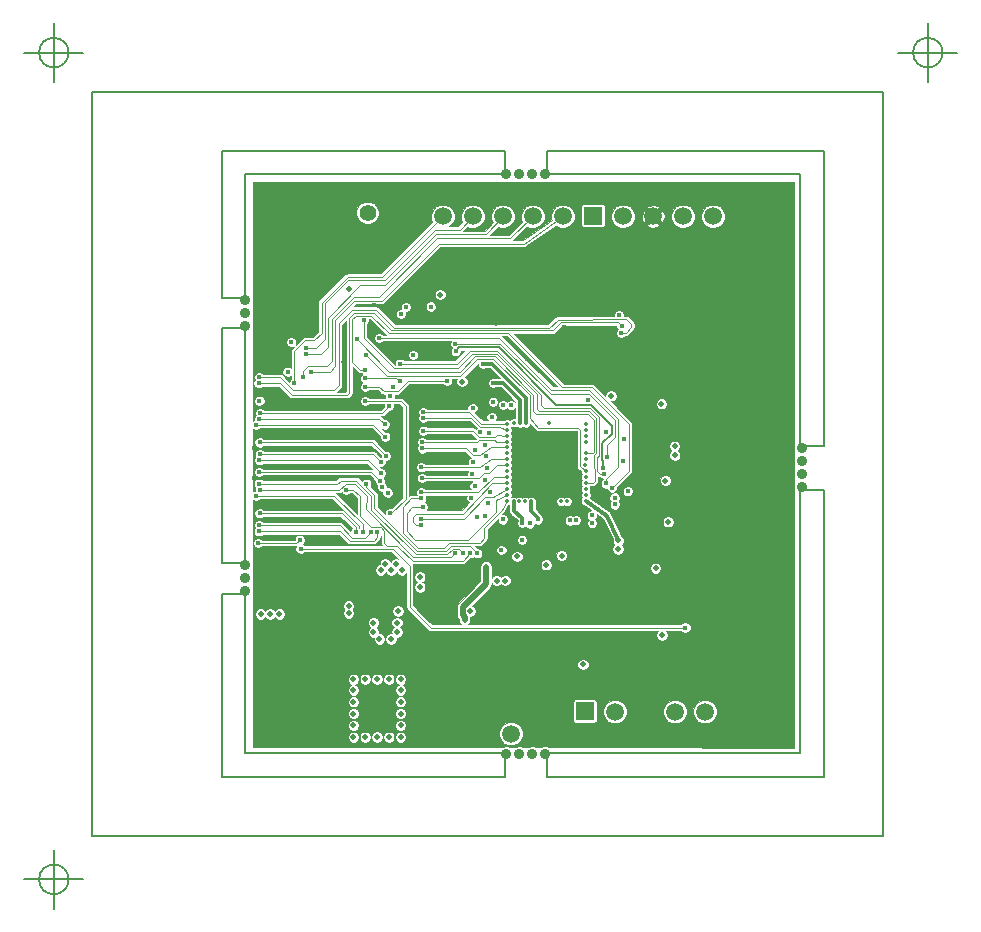
<source format=gbr>
G04 (created by PCBNEW-RS274X (2012-08-04 BZR 3667)-testing) date 10/19/2012 6:39:08 PM*
%MOIN*%
G04 Gerber Fmt 3.4, Leading zero omitted, Abs format*
%FSLAX34Y34*%
G01*
G70*
G90*
G04 APERTURE LIST*
%ADD10C,0.0017*%
%ADD11C,0.0059*%
%ADD12C,0.0077*%
%ADD13C,0.0432*%
%ADD14C,0.0195*%
%ADD15C,0.0157*%
%ADD16C,0.0354*%
%ADD17C,0.2165*%
%ADD18C,0.051*%
%ADD19C,0.055*%
%ADD20C,0.0597*%
%ADD21R,0.0597X0.0597*%
%ADD22C,0.0196*%
%ADD23C,0.0138*%
%ADD24C,0.0195*%
%ADD25C,0.0039*%
%ADD26C,0.0117*%
G04 APERTURE END LIST*
G54D10*
G54D11*
X41831Y-53937D02*
G75*
G03X41831Y-53937I-492J0D01*
G74*
G01*
X40355Y-53937D02*
X42323Y-53937D01*
X41339Y-52953D02*
X41339Y-54921D01*
X70964Y-26378D02*
G75*
G03X70964Y-26378I-492J0D01*
G74*
G01*
X69488Y-26378D02*
X71456Y-26378D01*
X70472Y-25394D02*
X70472Y-27362D01*
X41831Y-26378D02*
G75*
G03X41831Y-26378I-492J0D01*
G74*
G01*
X40355Y-26378D02*
X42323Y-26378D01*
X41339Y-25394D02*
X41339Y-27362D01*
G54D12*
X42606Y-52483D02*
X42606Y-27680D01*
X68983Y-52483D02*
X42606Y-52483D01*
X68983Y-27680D02*
X68983Y-52483D01*
X42606Y-27680D02*
X68983Y-27680D01*
X66228Y-30437D02*
X66228Y-39492D01*
X57764Y-30437D02*
X66228Y-30437D01*
X57764Y-29650D02*
X57764Y-30437D01*
X67016Y-29650D02*
X57764Y-29650D01*
X67016Y-39492D02*
X67016Y-29650D01*
X66228Y-39492D02*
X67016Y-39492D01*
X57764Y-50515D02*
X57764Y-49728D01*
X67016Y-50515D02*
X57764Y-50515D01*
X67016Y-40948D02*
X67016Y-50515D01*
X66228Y-40948D02*
X67016Y-40948D01*
X66228Y-49728D02*
X66228Y-40948D01*
X57764Y-49728D02*
X66228Y-49728D01*
X46936Y-50515D02*
X46936Y-44413D01*
X56386Y-50515D02*
X46936Y-50515D01*
X56386Y-49728D02*
X56386Y-50515D01*
X47724Y-49728D02*
X56386Y-49728D01*
X47724Y-44413D02*
X47724Y-49728D01*
X46936Y-44413D02*
X47724Y-44413D01*
X46936Y-43390D02*
X46936Y-35555D01*
X47724Y-43390D02*
X46936Y-43390D01*
X47724Y-35555D02*
X47724Y-43390D01*
X46936Y-35555D02*
X47724Y-35555D01*
X47724Y-30437D02*
X47724Y-34570D01*
X46936Y-34570D02*
X47724Y-34570D01*
X46936Y-29648D02*
X46936Y-34570D01*
X46936Y-29648D02*
X56384Y-29648D01*
X56384Y-29648D02*
X56384Y-30437D01*
X47724Y-30437D02*
X56384Y-30437D01*
G54D13*
X49554Y-45454D03*
X49554Y-35062D03*
G54D14*
X56102Y-43975D03*
G54D15*
X61013Y-44997D03*
X61363Y-45005D03*
X61158Y-45292D03*
X61386Y-35540D03*
X61024Y-35536D03*
X61024Y-35198D03*
X61394Y-35193D03*
X56791Y-43535D03*
X63583Y-34409D03*
G54D16*
X47725Y-34630D03*
X47725Y-35063D03*
X47725Y-35496D03*
X47725Y-44335D03*
X47725Y-43902D03*
X47725Y-43469D03*
X66268Y-39571D03*
X66268Y-40004D03*
X66268Y-40437D03*
X66268Y-40870D03*
G54D15*
X58299Y-40354D03*
X58299Y-39921D03*
X58082Y-40138D03*
X58515Y-40138D03*
X61129Y-38252D03*
X61011Y-37386D03*
X63553Y-36201D03*
X63571Y-36520D03*
X63571Y-36993D03*
X52273Y-32898D03*
X52272Y-33331D03*
X51445Y-33331D03*
X51446Y-32898D03*
X59398Y-33803D03*
X59005Y-33804D03*
X61367Y-33804D03*
X61760Y-33803D03*
X64005Y-31204D03*
X65736Y-31283D03*
X53610Y-30890D03*
X53059Y-30890D03*
X59791Y-30889D03*
X59201Y-30889D03*
X58571Y-30889D03*
X57901Y-30889D03*
X57311Y-30890D03*
X54240Y-30890D03*
X54831Y-30890D03*
X55461Y-30890D03*
X56130Y-30890D03*
X56721Y-30890D03*
X62783Y-30889D03*
X62193Y-30889D03*
X61563Y-30889D03*
X60893Y-30889D03*
X60382Y-30890D03*
X63335Y-30890D03*
X63846Y-30889D03*
X64516Y-30889D03*
X65146Y-30889D03*
X65736Y-30889D03*
X63127Y-32925D03*
X63138Y-33292D03*
X63600Y-33280D03*
X62655Y-33280D03*
X63453Y-32544D03*
X61484Y-32544D03*
X62065Y-32532D03*
X60894Y-32544D03*
X62744Y-32544D03*
X60658Y-33292D03*
X61120Y-33280D03*
X62065Y-33280D03*
X61603Y-33292D03*
X59752Y-33292D03*
X60214Y-33280D03*
X55953Y-33291D03*
X55312Y-33271D03*
X60343Y-32544D03*
X59269Y-33280D03*
X56465Y-33291D03*
X56965Y-33280D03*
X54289Y-33271D03*
X54762Y-33271D03*
X58807Y-33292D03*
X57410Y-33291D03*
X50618Y-30929D03*
X50895Y-32898D03*
X50894Y-33331D03*
X49281Y-33527D03*
X50028Y-30929D03*
X49950Y-33567D03*
X49398Y-30929D03*
X48728Y-30929D03*
X48256Y-35103D03*
X48650Y-35102D03*
X48650Y-34552D03*
X48256Y-34552D03*
X48256Y-33410D03*
X48650Y-33410D03*
X48650Y-33961D03*
X48256Y-33961D03*
X48255Y-32898D03*
X48255Y-32504D03*
X48255Y-32032D03*
X48255Y-31520D03*
X48256Y-30929D03*
X52627Y-36166D03*
X51995Y-39173D03*
X51680Y-39173D03*
X51365Y-39173D03*
X51010Y-39212D03*
X51004Y-38953D03*
X51012Y-39551D03*
X51012Y-40181D03*
X55718Y-42968D03*
X55450Y-43472D03*
X54248Y-41252D03*
X53937Y-41520D03*
X53925Y-41248D03*
X52413Y-41387D03*
X51196Y-41394D03*
X63602Y-33632D03*
X63612Y-33967D03*
X64016Y-36220D03*
X64043Y-36559D03*
X64035Y-34409D03*
X64043Y-34039D03*
X65462Y-33764D03*
X65776Y-33764D03*
X65146Y-33764D03*
X64832Y-33764D03*
X64202Y-33764D03*
X64516Y-33764D03*
X64516Y-36835D03*
X64202Y-36835D03*
X64832Y-36835D03*
X65146Y-36835D03*
X65776Y-36835D03*
X65462Y-36835D03*
X65697Y-42268D03*
X65696Y-41677D03*
X65696Y-41087D03*
X65696Y-40535D03*
X65697Y-37977D03*
X65697Y-38646D03*
X65697Y-39906D03*
X63570Y-40024D03*
X63570Y-39591D03*
X63571Y-39079D03*
X63571Y-38528D03*
X63571Y-37977D03*
X63570Y-42937D03*
X63570Y-40535D03*
X63570Y-41087D03*
X63570Y-41677D03*
X63571Y-42268D03*
X63137Y-42584D03*
X63138Y-42230D03*
X63138Y-39867D03*
X63137Y-40221D03*
X63136Y-37859D03*
X63137Y-37505D03*
X62626Y-36717D03*
X62626Y-36205D03*
X62626Y-35772D03*
X62626Y-37229D03*
X62626Y-37858D03*
X63571Y-37504D03*
X62114Y-38488D03*
X62665Y-38488D03*
X62114Y-37858D03*
X62114Y-37229D03*
X61169Y-44473D03*
X61721Y-43882D03*
X61681Y-44355D03*
X62274Y-40728D03*
X62271Y-41166D03*
X62271Y-41756D03*
X62271Y-42307D03*
X62271Y-44315D03*
X62272Y-43646D03*
X62271Y-42937D03*
X62704Y-42307D03*
X62704Y-41756D03*
X62704Y-41166D03*
X62697Y-40728D03*
X62704Y-42937D03*
X62705Y-43646D03*
X62704Y-44315D03*
X58732Y-40354D03*
X57866Y-40354D03*
X57433Y-40354D03*
X57000Y-40354D03*
X56783Y-40571D03*
X57216Y-40571D03*
X57653Y-40571D03*
X58082Y-40571D03*
X58515Y-40571D03*
X58515Y-41004D03*
X58082Y-41004D03*
X57653Y-41004D03*
X57216Y-41004D03*
X56783Y-41004D03*
X57000Y-40787D03*
X57433Y-40787D03*
X58299Y-40787D03*
X57866Y-40787D03*
X58732Y-40787D03*
X58732Y-39921D03*
X57866Y-39921D03*
X57433Y-39921D03*
X57000Y-39921D03*
X56783Y-40138D03*
X57216Y-40138D03*
X57653Y-40138D03*
X58515Y-39705D03*
X58082Y-39705D03*
X57653Y-39705D03*
X57216Y-39705D03*
X56783Y-39705D03*
X57000Y-39488D03*
X57433Y-39488D03*
X58299Y-39488D03*
X57866Y-39488D03*
X58732Y-39488D03*
X58732Y-39055D03*
X57866Y-39055D03*
X58299Y-39055D03*
X57433Y-39055D03*
X57000Y-39055D03*
X56783Y-39272D03*
X57216Y-39272D03*
X57653Y-39272D03*
X58082Y-39272D03*
X58515Y-39272D03*
X64055Y-43533D03*
X64045Y-43858D03*
X64555Y-43282D03*
X64241Y-43282D03*
X64871Y-43282D03*
X65185Y-43282D03*
X65815Y-43282D03*
X65501Y-43282D03*
X65510Y-46353D03*
X65824Y-46353D03*
X65194Y-46353D03*
X64880Y-46353D03*
X64065Y-46083D03*
X64035Y-45758D03*
X63514Y-46358D03*
X64250Y-46353D03*
X64564Y-46353D03*
X63553Y-43435D03*
X63553Y-43907D03*
X63494Y-45856D03*
X60472Y-44461D03*
X57598Y-45152D03*
X57598Y-44837D03*
X56249Y-44866D03*
X55658Y-44866D03*
X54516Y-38173D03*
X54516Y-37858D03*
X54005Y-37858D03*
X55028Y-44236D03*
X54162Y-43488D03*
X54756Y-43909D03*
X65736Y-47032D03*
X64319Y-49355D03*
X65736Y-49355D03*
X65106Y-49355D03*
X60622Y-47855D03*
X62889Y-49028D03*
X62889Y-49343D03*
X63480Y-49343D03*
X63480Y-49028D03*
X60566Y-49028D03*
X60566Y-49343D03*
X61118Y-49343D03*
X61118Y-49028D03*
X62260Y-49028D03*
X62260Y-49343D03*
X61709Y-49343D03*
X61709Y-49028D03*
X59465Y-49028D03*
X59465Y-49343D03*
X60016Y-49343D03*
X60016Y-49028D03*
X58914Y-49028D03*
X58914Y-49343D03*
X58323Y-49343D03*
X58323Y-49028D03*
X58335Y-48567D03*
X63138Y-46953D03*
X62587Y-46953D03*
X61012Y-46941D03*
X62004Y-46957D03*
X58465Y-46850D03*
X58099Y-46835D03*
X57547Y-46835D03*
X56996Y-46835D03*
X56484Y-46835D03*
X56012Y-46835D03*
X53932Y-47357D03*
X59417Y-46406D03*
X61760Y-46284D03*
X61406Y-46284D03*
X56642Y-46284D03*
X56996Y-46284D03*
X52378Y-46382D03*
X52031Y-46382D03*
X50539Y-46873D03*
X49870Y-46676D03*
X49240Y-46755D03*
X48295Y-45968D03*
X48689Y-45968D03*
X48689Y-45496D03*
X48295Y-45496D03*
X48295Y-46441D03*
X48689Y-46441D03*
X48689Y-46913D03*
X48295Y-46913D03*
X48295Y-47386D03*
X48295Y-47937D03*
X48295Y-48449D03*
X48295Y-48921D03*
X48295Y-49315D03*
X48965Y-49315D03*
X49673Y-49315D03*
X50382Y-49315D03*
G54D14*
X48861Y-45087D03*
X48546Y-45087D03*
X48231Y-45087D03*
X52389Y-43424D03*
X52744Y-43424D03*
X52941Y-43620D03*
X52586Y-43621D03*
X52782Y-45375D03*
X52782Y-45690D03*
X52584Y-45927D03*
X52190Y-45927D03*
X51994Y-45690D03*
X51994Y-45375D03*
G54D17*
X49752Y-32228D03*
X64791Y-32228D03*
X64791Y-47975D03*
X49752Y-47975D03*
G54D14*
X56378Y-43975D03*
X52232Y-43621D03*
X52112Y-49195D03*
X51720Y-49197D03*
X52507Y-49197D03*
X51325Y-49197D03*
X52902Y-49197D03*
X51325Y-48802D03*
X51325Y-48410D03*
X51325Y-48015D03*
X51325Y-47622D03*
X51325Y-47267D03*
X51720Y-47267D03*
X52114Y-47267D03*
X52507Y-47267D03*
X52900Y-47267D03*
X52900Y-47622D03*
X52900Y-48015D03*
X52900Y-48410D03*
X52900Y-48802D03*
G54D16*
X56426Y-49768D03*
X56859Y-49768D03*
X57292Y-49768D03*
X57726Y-49768D03*
X56425Y-30437D03*
X56858Y-30437D03*
X57291Y-30437D03*
X57725Y-30437D03*
G54D14*
X54516Y-48607D03*
X54831Y-48607D03*
X55146Y-48607D03*
X55461Y-48607D03*
X59419Y-47520D03*
X60512Y-47510D03*
X62312Y-47426D03*
X63336Y-47426D03*
G54D18*
X51299Y-32217D03*
X52299Y-32217D03*
X52299Y-31217D03*
X51299Y-31217D03*
G54D19*
X51799Y-31717D03*
G54D20*
X58307Y-31834D03*
X57307Y-31834D03*
X56307Y-31834D03*
X55307Y-31834D03*
G54D21*
X53307Y-31814D03*
G54D20*
X54307Y-31834D03*
G54D21*
X57576Y-49079D03*
G54D20*
X56576Y-49079D03*
X63314Y-31834D03*
X62314Y-31834D03*
X61314Y-31834D03*
G54D21*
X59314Y-31814D03*
G54D20*
X60314Y-31834D03*
X63043Y-48350D03*
X62043Y-48350D03*
X61043Y-48350D03*
G54D21*
X59043Y-48330D03*
G54D20*
X60043Y-48350D03*
G54D14*
X56783Y-43173D03*
X61728Y-40646D03*
X61398Y-43563D03*
X61821Y-42018D03*
X61594Y-38083D03*
X55748Y-43512D03*
X55032Y-45276D03*
X58976Y-46772D03*
G54D15*
X60177Y-35130D03*
G54D14*
X54949Y-37343D03*
G54D15*
X52646Y-37508D03*
G54D14*
X54221Y-34441D03*
X51169Y-34244D03*
X57756Y-43449D03*
G54D15*
X56949Y-42618D03*
G54D14*
X58264Y-43146D03*
X61614Y-45787D03*
X60142Y-42921D03*
G54D15*
X55299Y-38228D03*
G54D14*
X62039Y-39803D03*
X59910Y-37815D03*
X62036Y-39500D03*
G54D15*
X49256Y-36028D03*
X53323Y-36453D03*
G54D14*
X50921Y-43799D03*
X51012Y-36701D03*
G54D15*
X48154Y-36225D03*
X48154Y-35831D03*
G54D14*
X48158Y-36717D03*
X48150Y-39079D03*
X48189Y-41437D03*
G54D15*
X48032Y-37599D03*
X48047Y-38189D03*
X48024Y-39571D03*
X48028Y-40551D03*
X48032Y-41933D03*
X48032Y-42918D03*
X48197Y-43508D03*
G54D14*
X48138Y-43807D03*
G54D15*
X48102Y-44492D03*
X50921Y-44492D03*
G54D14*
X58002Y-47500D03*
G54D15*
X59961Y-44311D03*
X58626Y-44390D03*
X58413Y-43508D03*
X60205Y-43484D03*
X61614Y-45291D03*
X60531Y-45295D03*
X59882Y-37386D03*
X58256Y-36228D03*
X57106Y-36587D03*
G54D14*
X58616Y-45230D03*
G54D15*
X61102Y-40835D03*
G54D14*
X57668Y-44518D03*
G54D15*
X52012Y-34799D03*
X61264Y-40071D03*
X54457Y-43477D03*
G54D14*
X53465Y-45815D03*
G54D15*
X54579Y-44225D03*
G54D14*
X54268Y-46508D03*
G54D15*
X60441Y-34681D03*
G54D14*
X57984Y-48284D03*
G54D15*
X61957Y-34823D03*
X60906Y-36260D03*
X61957Y-35933D03*
X62154Y-36559D03*
X61228Y-42177D03*
X60882Y-38087D03*
X60780Y-39406D03*
X59350Y-37213D03*
G54D22*
X56091Y-35378D03*
X55579Y-35130D03*
G54D15*
X59508Y-36051D03*
X59650Y-35925D03*
X57094Y-35291D03*
X58354Y-35528D03*
X58370Y-36783D03*
X48165Y-37402D03*
X60266Y-35482D03*
X48193Y-37205D03*
X60246Y-35719D03*
X49132Y-37012D03*
X49565Y-42918D03*
X62392Y-45541D03*
G54D14*
X55217Y-44988D03*
G54D15*
X60030Y-41211D03*
G54D23*
X59065Y-39931D03*
G54D15*
X56957Y-42059D03*
G54D23*
X56663Y-41339D03*
G54D15*
X60319Y-39984D03*
G54D23*
X56870Y-38720D03*
G54D15*
X55981Y-37386D03*
G54D23*
X59065Y-38750D03*
G54D14*
X52811Y-44992D03*
X53539Y-43862D03*
X53539Y-44197D03*
G54D23*
X59075Y-41112D03*
G54D15*
X60039Y-41437D03*
X55638Y-36756D03*
G54D23*
X57067Y-38720D03*
G54D15*
X59272Y-41807D03*
X59748Y-39020D03*
G54D23*
X58238Y-41339D03*
X59065Y-39144D03*
X59065Y-38947D03*
X59055Y-40128D03*
X57854Y-38720D03*
G54D15*
X59150Y-37972D03*
G54D23*
X57057Y-41339D03*
G54D15*
X55933Y-38528D03*
G54D23*
X56437Y-39734D03*
X56437Y-40325D03*
G54D15*
X56260Y-42953D03*
G54D23*
X56860Y-41339D03*
G54D14*
X60154Y-42638D03*
G54D23*
X59065Y-41309D03*
G54D15*
X55394Y-39638D03*
X53650Y-41536D03*
G54D23*
X56437Y-41112D03*
G54D15*
X53583Y-40201D03*
G54D23*
X56437Y-39931D03*
G54D15*
X55831Y-39047D03*
G54D23*
X56437Y-40915D03*
G54D15*
X53579Y-41925D03*
X53602Y-40559D03*
G54D23*
X56437Y-40128D03*
G54D15*
X55303Y-40032D03*
X53662Y-38355D03*
G54D23*
X56437Y-38750D03*
G54D15*
X55709Y-39445D03*
X52193Y-35890D03*
X59740Y-40740D03*
X54453Y-37319D03*
X51721Y-37508D03*
X54721Y-36075D03*
X59787Y-39870D03*
X55555Y-39028D03*
G54D23*
X56437Y-38947D03*
G54D15*
X53662Y-38555D03*
X53610Y-39571D03*
G54D23*
X56437Y-39537D03*
G54D15*
X53626Y-39370D03*
G54D23*
X56437Y-39341D03*
G54D15*
X53579Y-42122D03*
G54D23*
X56437Y-40719D03*
G54D15*
X55772Y-40232D03*
X55890Y-41016D03*
X55260Y-41209D03*
X55815Y-41406D03*
X55445Y-41846D03*
X56303Y-41937D03*
X53650Y-38981D03*
G54D23*
X56437Y-39144D03*
G54D15*
X53587Y-41040D03*
G54D23*
X56437Y-40522D03*
G54D15*
X55288Y-40421D03*
X55701Y-40618D03*
X55366Y-40819D03*
X55705Y-41839D03*
G54D23*
X59065Y-40325D03*
G54D15*
X51732Y-36461D03*
X53591Y-41236D03*
G54D23*
X56447Y-41309D03*
G54D15*
X59951Y-40876D03*
X51728Y-36957D03*
G54D23*
X59065Y-40522D03*
G54D15*
X52870Y-37327D03*
X51728Y-37240D03*
X52870Y-36752D03*
X59669Y-40425D03*
X55736Y-39831D03*
X53906Y-34843D03*
X48193Y-37984D03*
X52906Y-35095D03*
X52543Y-37827D03*
X57205Y-42071D03*
X60473Y-41000D03*
G54D23*
X59065Y-40915D03*
X59065Y-39341D03*
G54D15*
X60339Y-39244D03*
X57465Y-41937D03*
G54D23*
X57254Y-41339D03*
G54D15*
X59646Y-40225D03*
X54736Y-36331D03*
X49354Y-37402D03*
X53071Y-34862D03*
X52276Y-40847D03*
X52248Y-40394D03*
X48185Y-39965D03*
X48221Y-38386D03*
X52516Y-38162D03*
X48201Y-39768D03*
X52232Y-40016D03*
X48197Y-39370D03*
X52402Y-39815D03*
X48079Y-38783D03*
X52386Y-39181D03*
X48193Y-38591D03*
X52366Y-38772D03*
G54D23*
X59065Y-39734D03*
G54D15*
X51445Y-35929D03*
X52213Y-40654D03*
X48181Y-40355D03*
X55984Y-38016D03*
X56319Y-38122D03*
X56575Y-38130D03*
G54D23*
X56673Y-38711D03*
G54D15*
X49744Y-36425D03*
X49634Y-37205D03*
X49917Y-37012D03*
X49748Y-36225D03*
X51717Y-37992D03*
X52535Y-41732D03*
X48173Y-42331D03*
X52118Y-42354D03*
X54984Y-43063D03*
X48173Y-40748D03*
X55453Y-43067D03*
X51752Y-40748D03*
X48181Y-42130D03*
X51917Y-42355D03*
X48197Y-41732D03*
X51398Y-42355D03*
X48075Y-41142D03*
X51638Y-42355D03*
X48201Y-40949D03*
X54721Y-43055D03*
X51091Y-40949D03*
X55225Y-43067D03*
G54D23*
X59065Y-40719D03*
G54D15*
X51669Y-35288D03*
G54D23*
X58435Y-41339D03*
G54D15*
X58536Y-41973D03*
X59281Y-42067D03*
X58740Y-41969D03*
X52465Y-41043D03*
X49535Y-42618D03*
X48154Y-42725D03*
G54D14*
X51169Y-44827D03*
X51169Y-45063D03*
G54D24*
X55032Y-45276D02*
X55032Y-45197D01*
X55748Y-44079D02*
X55748Y-43512D01*
X54965Y-44862D02*
X55748Y-44079D01*
X54965Y-45130D02*
X54965Y-44862D01*
X55032Y-45197D02*
X54965Y-45130D01*
G54D25*
X48165Y-37402D02*
X48887Y-37402D01*
X60148Y-35364D02*
X60266Y-35482D01*
X58236Y-35362D02*
X60148Y-35364D01*
X57965Y-35638D02*
X58236Y-35362D01*
X52594Y-35634D02*
X57965Y-35638D01*
X52000Y-35043D02*
X52594Y-35634D01*
X51355Y-35043D02*
X52000Y-35043D01*
X51185Y-35213D02*
X51355Y-35043D01*
X51185Y-37708D02*
X51185Y-35213D01*
X51098Y-37795D02*
X51185Y-37708D01*
X49280Y-37795D02*
X51098Y-37795D01*
X48887Y-37402D02*
X49280Y-37795D01*
X48193Y-37205D02*
X48894Y-37205D01*
X60413Y-35719D02*
X60246Y-35719D01*
X60587Y-35539D02*
X60413Y-35719D01*
X60587Y-35430D02*
X60587Y-35539D01*
X60429Y-35272D02*
X60587Y-35430D01*
X58134Y-35274D02*
X60429Y-35272D01*
X57852Y-35547D02*
X58134Y-35274D01*
X52681Y-35547D02*
X57852Y-35547D01*
X52083Y-34949D02*
X52681Y-35547D01*
X51291Y-34949D02*
X52083Y-34949D01*
X50843Y-35397D02*
X51291Y-34949D01*
X50843Y-37472D02*
X50843Y-35397D01*
X50677Y-37638D02*
X50843Y-37472D01*
X49327Y-37638D02*
X50677Y-37638D01*
X48894Y-37205D02*
X49327Y-37638D01*
X49565Y-42918D02*
X52642Y-42918D01*
X53899Y-45541D02*
X62392Y-45541D01*
X53201Y-44843D02*
X53899Y-45541D01*
X53201Y-43477D02*
X53201Y-44843D01*
X52642Y-42918D02*
X53201Y-43477D01*
G54D26*
X56957Y-42059D02*
X56961Y-41878D01*
X56665Y-41654D02*
X56663Y-41339D01*
X56961Y-41878D02*
X56665Y-41654D01*
X55981Y-37386D02*
X56303Y-37386D01*
X56866Y-37949D02*
X56870Y-38720D01*
X56303Y-37386D02*
X56866Y-37949D01*
X55638Y-36756D02*
X55941Y-36756D01*
X55941Y-36756D02*
X57063Y-37878D01*
X57063Y-37878D02*
X57067Y-38720D01*
X60154Y-42638D02*
X59776Y-41823D01*
X59776Y-41823D02*
X59065Y-41309D01*
G54D25*
X53650Y-41536D02*
X53295Y-41536D01*
X56075Y-41307D02*
X56437Y-41112D01*
X56075Y-41693D02*
X56075Y-41622D01*
X56075Y-41622D02*
X56075Y-41307D01*
X55146Y-42630D02*
X56075Y-41693D01*
X53395Y-42630D02*
X55146Y-42630D01*
X53102Y-42337D02*
X53395Y-42630D01*
X53102Y-41729D02*
X53102Y-42337D01*
X53295Y-41536D02*
X53102Y-41729D01*
X53583Y-40201D02*
X55547Y-40205D01*
X55913Y-39933D02*
X56437Y-39931D01*
X55547Y-40205D02*
X55913Y-39933D01*
X53579Y-41925D02*
X55000Y-41925D01*
X55989Y-41201D02*
X56437Y-40915D01*
X55724Y-41201D02*
X55989Y-41201D01*
X55000Y-41925D02*
X55724Y-41201D01*
X53602Y-40559D02*
X55505Y-40559D01*
X56118Y-40130D02*
X56437Y-40128D01*
X55854Y-40394D02*
X56118Y-40130D01*
X55670Y-40394D02*
X55854Y-40394D01*
X55505Y-40559D02*
X55670Y-40394D01*
X53662Y-38355D02*
X55194Y-38355D01*
X55587Y-38748D02*
X56437Y-38750D01*
X55194Y-38355D02*
X55587Y-38748D01*
X59740Y-40740D02*
X59740Y-40607D01*
X56193Y-35890D02*
X52193Y-35890D01*
X57917Y-37614D02*
X56193Y-35890D01*
X59185Y-37614D02*
X57917Y-37614D01*
X60161Y-38590D02*
X59185Y-37614D01*
X60161Y-40186D02*
X60161Y-38590D01*
X59740Y-40607D02*
X60161Y-40186D01*
X59787Y-39870D02*
X59787Y-39445D01*
X52178Y-37508D02*
X52336Y-37666D01*
X52336Y-37666D02*
X52799Y-37666D01*
X52799Y-37666D02*
X53146Y-37319D01*
X53146Y-37319D02*
X54453Y-37319D01*
X51721Y-37508D02*
X52178Y-37508D01*
X56217Y-36075D02*
X54721Y-36075D01*
X57902Y-37760D02*
X56217Y-36075D01*
X59193Y-37760D02*
X57902Y-37760D01*
X60051Y-38618D02*
X59193Y-37760D01*
X60051Y-39181D02*
X60051Y-38618D01*
X59787Y-39445D02*
X60051Y-39181D01*
X55244Y-38555D02*
X55539Y-38843D01*
X56173Y-38843D02*
X56437Y-38947D01*
X55539Y-38843D02*
X56173Y-38843D01*
X53662Y-38555D02*
X55244Y-38555D01*
X53610Y-39571D02*
X55086Y-39571D01*
X55913Y-39540D02*
X56437Y-39537D01*
X55555Y-39783D02*
X55913Y-39540D01*
X55299Y-39784D02*
X55555Y-39783D01*
X55086Y-39571D02*
X55299Y-39784D01*
X53626Y-39370D02*
X55449Y-39366D01*
X56083Y-39343D02*
X56437Y-39341D01*
X56032Y-39292D02*
X56083Y-39343D01*
X55524Y-39291D02*
X56032Y-39292D01*
X55449Y-39366D02*
X55524Y-39291D01*
X53579Y-42122D02*
X53401Y-42122D01*
X55945Y-40717D02*
X56437Y-40719D01*
X54984Y-41744D02*
X55945Y-40717D01*
X53421Y-41744D02*
X54984Y-41744D01*
X53307Y-41858D02*
X53421Y-41744D01*
X53307Y-42028D02*
X53307Y-41858D01*
X53401Y-42122D02*
X53307Y-42028D01*
X53650Y-38981D02*
X55308Y-38981D01*
X56111Y-39138D02*
X56437Y-39144D01*
X56048Y-39201D02*
X56111Y-39138D01*
X55528Y-39201D02*
X56048Y-39201D01*
X55308Y-38981D02*
X55528Y-39201D01*
X53587Y-41040D02*
X55488Y-41040D01*
X56004Y-40524D02*
X56437Y-40522D01*
X55488Y-41040D02*
X56004Y-40524D01*
X57197Y-38563D02*
X57197Y-37803D01*
X57197Y-37803D02*
X55988Y-36594D01*
X55461Y-36594D02*
X54894Y-37161D01*
X55988Y-36594D02*
X55461Y-36594D01*
X52433Y-37161D02*
X51732Y-36461D01*
X54894Y-37161D02*
X52433Y-37161D01*
X59065Y-40325D02*
X59087Y-40327D01*
X59087Y-40327D02*
X58878Y-40167D01*
X58878Y-40167D02*
X58878Y-38947D01*
X58878Y-38947D02*
X58819Y-38888D01*
X58819Y-38888D02*
X57490Y-38888D01*
X57490Y-38888D02*
X57197Y-38563D01*
X56280Y-41618D02*
X56447Y-41309D01*
X55689Y-42209D02*
X56280Y-41618D01*
X55689Y-42567D02*
X55689Y-42209D01*
X53591Y-41236D02*
X53261Y-41236D01*
X55535Y-42721D02*
X55689Y-42567D01*
X54508Y-42724D02*
X55535Y-42721D01*
X54335Y-42898D02*
X54508Y-42724D01*
X53469Y-42898D02*
X54335Y-42898D01*
X52972Y-42398D02*
X53469Y-42898D01*
X52972Y-41528D02*
X52972Y-42398D01*
X53261Y-41236D02*
X52972Y-41528D01*
X51555Y-36961D02*
X51287Y-36693D01*
X51287Y-36693D02*
X51287Y-35263D01*
X51287Y-35263D02*
X51429Y-35142D01*
X51429Y-35142D02*
X51921Y-35142D01*
X51921Y-35142D02*
X52499Y-35720D01*
X52499Y-35720D02*
X56480Y-35720D01*
X56480Y-35720D02*
X58284Y-37524D01*
X58284Y-37524D02*
X59276Y-37524D01*
X59276Y-37524D02*
X60508Y-38756D01*
X60508Y-38756D02*
X60512Y-40315D01*
X60512Y-40315D02*
X59951Y-40876D01*
X51555Y-36961D02*
X51728Y-36957D01*
X52870Y-36752D02*
X54768Y-36752D01*
X52732Y-37240D02*
X52870Y-37327D01*
X51728Y-37240D02*
X52732Y-37240D01*
X59547Y-40425D02*
X59669Y-40425D01*
X59453Y-40327D02*
X59547Y-40425D01*
X59453Y-39870D02*
X59453Y-40327D01*
X59512Y-39811D02*
X59453Y-39870D01*
X59512Y-38531D02*
X59512Y-39811D01*
X59220Y-38240D02*
X59512Y-38531D01*
X57683Y-38240D02*
X59220Y-38240D01*
X57583Y-38140D02*
X57683Y-38240D01*
X57583Y-37788D02*
X57583Y-38140D01*
X56118Y-36323D02*
X57583Y-37788D01*
X55197Y-36323D02*
X56118Y-36323D01*
X54768Y-36752D02*
X55197Y-36323D01*
G54D26*
X57465Y-41937D02*
X57465Y-41882D01*
X57252Y-41669D02*
X57254Y-41339D01*
X57465Y-41882D02*
X57252Y-41669D01*
G54D12*
X59646Y-40225D02*
X59646Y-39977D01*
X54862Y-36205D02*
X54736Y-36331D01*
X56166Y-36205D02*
X54862Y-36205D01*
X58095Y-38134D02*
X56166Y-36205D01*
X59260Y-38134D02*
X58095Y-38134D01*
X59949Y-38823D02*
X59260Y-38134D01*
X59949Y-39074D02*
X59949Y-38823D01*
X59622Y-39401D02*
X59949Y-39074D01*
X59622Y-39953D02*
X59622Y-39401D01*
X59646Y-39977D02*
X59622Y-39953D01*
G54D25*
X49354Y-37402D02*
X49354Y-36324D01*
X52291Y-33850D02*
X54307Y-31834D01*
X51130Y-33850D02*
X52291Y-33850D01*
X50264Y-34716D02*
X51130Y-33850D01*
X50264Y-35732D02*
X50264Y-34716D01*
X50027Y-35969D02*
X50264Y-35732D01*
X49709Y-35969D02*
X50027Y-35969D01*
X49354Y-36324D02*
X49709Y-35969D01*
X48185Y-39965D02*
X51819Y-39965D01*
X51819Y-39965D02*
X52248Y-40394D01*
X48221Y-38386D02*
X52292Y-38386D01*
X52292Y-38386D02*
X52516Y-38162D01*
X48201Y-39768D02*
X51984Y-39768D01*
X51984Y-39768D02*
X52232Y-40016D01*
X48197Y-39370D02*
X51957Y-39370D01*
X51957Y-39370D02*
X52402Y-39815D01*
X48079Y-38783D02*
X51989Y-38784D01*
X51989Y-38784D02*
X52386Y-39181D01*
X48193Y-38591D02*
X52185Y-38591D01*
X52185Y-38591D02*
X52366Y-38772D01*
X59065Y-39734D02*
X59299Y-39732D01*
X52524Y-37008D02*
X51445Y-35929D01*
X54873Y-37008D02*
X52524Y-37008D01*
X55377Y-36504D02*
X54873Y-37008D01*
X56039Y-36504D02*
X55377Y-36504D01*
X57319Y-37784D02*
X56039Y-36504D01*
X57319Y-38331D02*
X57319Y-37784D01*
X57421Y-38433D02*
X57319Y-38331D01*
X59149Y-38433D02*
X57421Y-38433D01*
X59350Y-38638D02*
X59149Y-38433D01*
X59350Y-39681D02*
X59350Y-38638D01*
X59299Y-39732D02*
X59350Y-39681D01*
X48181Y-40355D02*
X51914Y-40355D01*
X51914Y-40355D02*
X52213Y-40654D01*
X49744Y-36425D02*
X50248Y-36425D01*
X52385Y-34121D02*
X54094Y-32421D01*
X54094Y-32421D02*
X55758Y-32421D01*
X55758Y-32421D02*
X56307Y-31834D01*
X51545Y-34123D02*
X52385Y-34121D01*
X50484Y-35213D02*
X51545Y-34123D01*
X50484Y-36189D02*
X50484Y-35213D01*
X50248Y-36425D02*
X50484Y-36189D01*
X49634Y-37205D02*
X49634Y-36995D01*
X56555Y-32569D02*
X57307Y-31834D01*
X54124Y-32569D02*
X56555Y-32569D01*
X52165Y-34528D02*
X54124Y-32569D01*
X51335Y-34528D02*
X52165Y-34528D01*
X50606Y-35257D02*
X51335Y-34528D01*
X50606Y-36650D02*
X50606Y-35257D01*
X50433Y-36823D02*
X50606Y-36650D01*
X49806Y-36823D02*
X50433Y-36823D01*
X49634Y-36995D02*
X49806Y-36823D01*
X49917Y-37012D02*
X50531Y-37012D01*
X52283Y-34656D02*
X54193Y-32746D01*
X54193Y-32746D02*
X57028Y-32746D01*
X57028Y-32746D02*
X58307Y-31834D01*
X51358Y-34661D02*
X52283Y-34656D01*
X50713Y-35306D02*
X51358Y-34661D01*
X50713Y-36830D02*
X50713Y-35306D01*
X50531Y-37012D02*
X50713Y-36830D01*
X49748Y-36225D02*
X50086Y-36225D01*
X52366Y-33965D02*
X54055Y-32276D01*
X54055Y-32276D02*
X54866Y-32276D01*
X54866Y-32276D02*
X55307Y-31834D01*
X51149Y-33965D02*
X52366Y-33965D01*
X50386Y-34728D02*
X51149Y-33965D01*
X50386Y-35925D02*
X50386Y-34728D01*
X50086Y-36225D02*
X50386Y-35925D01*
X52898Y-37992D02*
X51717Y-37992D01*
X53063Y-38157D02*
X52898Y-37992D01*
X53063Y-41260D02*
X53063Y-38157D01*
X52591Y-41732D02*
X53063Y-41260D01*
X52535Y-41732D02*
X52591Y-41732D01*
X48173Y-42331D02*
X50886Y-42331D01*
X52118Y-42528D02*
X52118Y-42354D01*
X52004Y-42642D02*
X52118Y-42528D01*
X51197Y-42642D02*
X52004Y-42642D01*
X50886Y-42331D02*
X51197Y-42642D01*
X48173Y-40748D02*
X50792Y-40748D01*
X54834Y-42913D02*
X54984Y-43063D01*
X54631Y-42913D02*
X54834Y-42913D01*
X54461Y-43083D02*
X54631Y-42913D01*
X53410Y-43083D02*
X54461Y-43083D01*
X51921Y-41610D02*
X53410Y-43083D01*
X51921Y-41146D02*
X51921Y-41610D01*
X51422Y-40642D02*
X51921Y-41146D01*
X50898Y-40642D02*
X51422Y-40642D01*
X50792Y-40748D02*
X50898Y-40642D01*
X51752Y-40748D02*
X51752Y-40854D01*
X55201Y-42815D02*
X55453Y-43067D01*
X54579Y-42815D02*
X55201Y-42815D01*
X54410Y-42984D02*
X54579Y-42815D01*
X53441Y-42984D02*
X54410Y-42984D01*
X52028Y-41571D02*
X53441Y-42984D01*
X52028Y-41130D02*
X52028Y-41571D01*
X51752Y-40854D02*
X52028Y-41130D01*
X48181Y-42130D02*
X50871Y-42130D01*
X51725Y-42547D02*
X51917Y-42355D01*
X51288Y-42547D02*
X51725Y-42547D01*
X50871Y-42130D02*
X51288Y-42547D01*
X48197Y-41732D02*
X50941Y-41732D01*
X51398Y-42189D02*
X51398Y-42355D01*
X50941Y-41732D02*
X51398Y-42189D01*
X48075Y-41142D02*
X50673Y-41142D01*
X51638Y-42107D02*
X51638Y-42355D01*
X50673Y-41142D02*
X51638Y-42107D01*
X48201Y-40949D02*
X50862Y-40949D01*
X54571Y-43205D02*
X54721Y-43055D01*
X53323Y-43205D02*
X54571Y-43205D01*
X51760Y-41587D02*
X53323Y-43205D01*
X51764Y-41146D02*
X51760Y-41587D01*
X51366Y-40744D02*
X51764Y-41146D01*
X51067Y-40744D02*
X51366Y-40744D01*
X50862Y-40949D02*
X51067Y-40744D01*
X51091Y-40949D02*
X51323Y-40949D01*
X54969Y-43323D02*
X55225Y-43067D01*
X53304Y-43323D02*
X54969Y-43323D01*
X52796Y-42815D02*
X53304Y-43323D01*
X52457Y-42815D02*
X52796Y-42815D01*
X52350Y-42708D02*
X52457Y-42815D01*
X52350Y-42315D02*
X52350Y-42708D01*
X52236Y-42201D02*
X52350Y-42315D01*
X51926Y-42201D02*
X52236Y-42201D01*
X51547Y-41822D02*
X51926Y-42201D01*
X51547Y-41173D02*
X51547Y-41822D01*
X51323Y-40949D02*
X51547Y-41173D01*
X59065Y-40719D02*
X59303Y-40718D01*
X51669Y-35902D02*
X51669Y-35288D01*
X52669Y-36902D02*
X51669Y-35902D01*
X54802Y-36902D02*
X52669Y-36902D01*
X55283Y-36421D02*
X54802Y-36902D01*
X56102Y-36421D02*
X55283Y-36421D01*
X57441Y-37760D02*
X56102Y-36421D01*
X57441Y-38252D02*
X57441Y-37760D01*
X57520Y-38331D02*
X57441Y-38252D01*
X59193Y-38331D02*
X57520Y-38331D01*
X59429Y-38571D02*
X59193Y-38331D01*
X59429Y-39728D02*
X59429Y-38571D01*
X59362Y-39795D02*
X59429Y-39728D01*
X59364Y-40659D02*
X59362Y-39795D01*
X59303Y-40718D02*
X59364Y-40659D01*
X49428Y-42725D02*
X49535Y-42618D01*
X48154Y-42725D02*
X49428Y-42725D01*
G54D10*
G36*
X51073Y-37662D02*
X51052Y-37683D01*
X50790Y-37683D01*
X50922Y-37552D01*
X50922Y-37551D01*
X50946Y-37515D01*
X50954Y-37473D01*
X50955Y-37472D01*
X50955Y-35443D01*
X51073Y-35325D01*
X51073Y-37662D01*
X51073Y-37662D01*
G37*
G54D25*
X51073Y-37662D02*
X51052Y-37683D01*
X50790Y-37683D01*
X50922Y-37552D01*
X50922Y-37551D01*
X50946Y-37515D01*
X50954Y-37473D01*
X50955Y-37472D01*
X50955Y-35443D01*
X51073Y-35325D01*
X51073Y-37662D01*
G54D10*
G36*
X51435Y-41745D02*
X50752Y-41063D01*
X50749Y-41061D01*
X50862Y-41061D01*
X50904Y-41052D01*
X50905Y-41052D01*
X50939Y-41029D01*
X50946Y-41046D01*
X50994Y-41094D01*
X51057Y-41120D01*
X51125Y-41120D01*
X51188Y-41094D01*
X51221Y-41061D01*
X51276Y-41061D01*
X51435Y-41219D01*
X51435Y-41745D01*
X51435Y-41745D01*
G37*
G54D25*
X51435Y-41745D02*
X50752Y-41063D01*
X50749Y-41061D01*
X50862Y-41061D01*
X50904Y-41052D01*
X50905Y-41052D01*
X50939Y-41029D01*
X50946Y-41046D01*
X50994Y-41094D01*
X51057Y-41120D01*
X51125Y-41120D01*
X51188Y-41094D01*
X51221Y-41061D01*
X51276Y-41061D01*
X51435Y-41219D01*
X51435Y-41745D01*
G54D10*
G36*
X52951Y-41213D02*
X52636Y-41528D01*
X52636Y-41077D01*
X52636Y-41009D01*
X52610Y-40946D01*
X52562Y-40898D01*
X52499Y-40872D01*
X52447Y-40872D01*
X52447Y-40813D01*
X52421Y-40750D01*
X52376Y-40705D01*
X52384Y-40688D01*
X52384Y-40620D01*
X52358Y-40557D01*
X52341Y-40540D01*
X52345Y-40539D01*
X52393Y-40491D01*
X52419Y-40428D01*
X52419Y-40360D01*
X52393Y-40297D01*
X52345Y-40249D01*
X52282Y-40223D01*
X52235Y-40223D01*
X52199Y-40187D01*
X52266Y-40187D01*
X52329Y-40161D01*
X52377Y-40113D01*
X52403Y-40050D01*
X52403Y-39986D01*
X52436Y-39986D01*
X52499Y-39960D01*
X52547Y-39912D01*
X52573Y-39849D01*
X52573Y-39781D01*
X52547Y-39718D01*
X52499Y-39670D01*
X52436Y-39644D01*
X52389Y-39644D01*
X52036Y-39291D01*
X52000Y-39267D01*
X51957Y-39258D01*
X48327Y-39258D01*
X48294Y-39225D01*
X48231Y-39199D01*
X48163Y-39199D01*
X48100Y-39225D01*
X48052Y-39273D01*
X48026Y-39336D01*
X48026Y-39404D01*
X48052Y-39467D01*
X48100Y-39515D01*
X48163Y-39541D01*
X48231Y-39541D01*
X48294Y-39515D01*
X48327Y-39482D01*
X51911Y-39482D01*
X52231Y-39802D01*
X52231Y-39845D01*
X52219Y-39845D01*
X52063Y-39689D01*
X52027Y-39665D01*
X51984Y-39656D01*
X48331Y-39656D01*
X48298Y-39623D01*
X48235Y-39597D01*
X48167Y-39597D01*
X48104Y-39623D01*
X48056Y-39671D01*
X48030Y-39734D01*
X48030Y-39802D01*
X48052Y-39855D01*
X48040Y-39868D01*
X48014Y-39931D01*
X48014Y-39999D01*
X48040Y-40062D01*
X48088Y-40110D01*
X48151Y-40136D01*
X48219Y-40136D01*
X48282Y-40110D01*
X48315Y-40077D01*
X51772Y-40077D01*
X51945Y-40249D01*
X51914Y-40243D01*
X48311Y-40243D01*
X48278Y-40210D01*
X48215Y-40184D01*
X48147Y-40184D01*
X48084Y-40210D01*
X48036Y-40258D01*
X48010Y-40321D01*
X48010Y-40389D01*
X48036Y-40452D01*
X48084Y-40500D01*
X48147Y-40526D01*
X48215Y-40526D01*
X48278Y-40500D01*
X48311Y-40467D01*
X51867Y-40467D01*
X52042Y-40641D01*
X52042Y-40688D01*
X52068Y-40751D01*
X52112Y-40795D01*
X52105Y-40813D01*
X52105Y-40881D01*
X52131Y-40944D01*
X52179Y-40992D01*
X52242Y-41018D01*
X52294Y-41018D01*
X52294Y-41077D01*
X52320Y-41140D01*
X52368Y-41188D01*
X52431Y-41214D01*
X52499Y-41214D01*
X52562Y-41188D01*
X52610Y-41140D01*
X52636Y-41077D01*
X52636Y-41528D01*
X52593Y-41571D01*
X52569Y-41561D01*
X52501Y-41561D01*
X52438Y-41587D01*
X52390Y-41635D01*
X52364Y-41698D01*
X52364Y-41749D01*
X52140Y-41525D01*
X52140Y-41130D01*
X52131Y-41087D01*
X52107Y-41051D01*
X51898Y-40842D01*
X51923Y-40782D01*
X51923Y-40714D01*
X51897Y-40651D01*
X51849Y-40603D01*
X51786Y-40577D01*
X51718Y-40577D01*
X51655Y-40603D01*
X51607Y-40651D01*
X51601Y-40663D01*
X51502Y-40563D01*
X51465Y-40539D01*
X51423Y-40530D01*
X51422Y-40530D01*
X50898Y-40530D01*
X50855Y-40539D01*
X50818Y-40563D01*
X50745Y-40636D01*
X48303Y-40636D01*
X48270Y-40603D01*
X48207Y-40577D01*
X48139Y-40577D01*
X48076Y-40603D01*
X48028Y-40651D01*
X48002Y-40714D01*
X48002Y-40782D01*
X48028Y-40845D01*
X48049Y-40866D01*
X48030Y-40915D01*
X48030Y-40975D01*
X47978Y-40997D01*
X47972Y-41003D01*
X47972Y-38918D01*
X47982Y-38928D01*
X48045Y-38954D01*
X48113Y-38954D01*
X48176Y-38928D01*
X48209Y-38895D01*
X51941Y-38895D01*
X52215Y-39168D01*
X52215Y-39215D01*
X52241Y-39278D01*
X52289Y-39326D01*
X52352Y-39352D01*
X52420Y-39352D01*
X52483Y-39326D01*
X52531Y-39278D01*
X52557Y-39215D01*
X52557Y-39147D01*
X52531Y-39084D01*
X52483Y-39036D01*
X52420Y-39010D01*
X52373Y-39010D01*
X52288Y-38925D01*
X52332Y-38943D01*
X52400Y-38943D01*
X52463Y-38917D01*
X52511Y-38869D01*
X52537Y-38806D01*
X52537Y-38738D01*
X52511Y-38675D01*
X52463Y-38627D01*
X52400Y-38601D01*
X52353Y-38601D01*
X52264Y-38512D01*
X52243Y-38498D01*
X52292Y-38498D01*
X52334Y-38489D01*
X52335Y-38489D01*
X52371Y-38465D01*
X52503Y-38333D01*
X52550Y-38333D01*
X52613Y-38307D01*
X52661Y-38259D01*
X52687Y-38196D01*
X52687Y-38128D01*
X52677Y-38104D01*
X52852Y-38104D01*
X52951Y-38203D01*
X52951Y-41213D01*
X52951Y-41213D01*
G37*
G54D25*
X52951Y-41213D02*
X52636Y-41528D01*
X52636Y-41077D01*
X52636Y-41009D01*
X52610Y-40946D01*
X52562Y-40898D01*
X52499Y-40872D01*
X52447Y-40872D01*
X52447Y-40813D01*
X52421Y-40750D01*
X52376Y-40705D01*
X52384Y-40688D01*
X52384Y-40620D01*
X52358Y-40557D01*
X52341Y-40540D01*
X52345Y-40539D01*
X52393Y-40491D01*
X52419Y-40428D01*
X52419Y-40360D01*
X52393Y-40297D01*
X52345Y-40249D01*
X52282Y-40223D01*
X52235Y-40223D01*
X52199Y-40187D01*
X52266Y-40187D01*
X52329Y-40161D01*
X52377Y-40113D01*
X52403Y-40050D01*
X52403Y-39986D01*
X52436Y-39986D01*
X52499Y-39960D01*
X52547Y-39912D01*
X52573Y-39849D01*
X52573Y-39781D01*
X52547Y-39718D01*
X52499Y-39670D01*
X52436Y-39644D01*
X52389Y-39644D01*
X52036Y-39291D01*
X52000Y-39267D01*
X51957Y-39258D01*
X48327Y-39258D01*
X48294Y-39225D01*
X48231Y-39199D01*
X48163Y-39199D01*
X48100Y-39225D01*
X48052Y-39273D01*
X48026Y-39336D01*
X48026Y-39404D01*
X48052Y-39467D01*
X48100Y-39515D01*
X48163Y-39541D01*
X48231Y-39541D01*
X48294Y-39515D01*
X48327Y-39482D01*
X51911Y-39482D01*
X52231Y-39802D01*
X52231Y-39845D01*
X52219Y-39845D01*
X52063Y-39689D01*
X52027Y-39665D01*
X51984Y-39656D01*
X48331Y-39656D01*
X48298Y-39623D01*
X48235Y-39597D01*
X48167Y-39597D01*
X48104Y-39623D01*
X48056Y-39671D01*
X48030Y-39734D01*
X48030Y-39802D01*
X48052Y-39855D01*
X48040Y-39868D01*
X48014Y-39931D01*
X48014Y-39999D01*
X48040Y-40062D01*
X48088Y-40110D01*
X48151Y-40136D01*
X48219Y-40136D01*
X48282Y-40110D01*
X48315Y-40077D01*
X51772Y-40077D01*
X51945Y-40249D01*
X51914Y-40243D01*
X48311Y-40243D01*
X48278Y-40210D01*
X48215Y-40184D01*
X48147Y-40184D01*
X48084Y-40210D01*
X48036Y-40258D01*
X48010Y-40321D01*
X48010Y-40389D01*
X48036Y-40452D01*
X48084Y-40500D01*
X48147Y-40526D01*
X48215Y-40526D01*
X48278Y-40500D01*
X48311Y-40467D01*
X51867Y-40467D01*
X52042Y-40641D01*
X52042Y-40688D01*
X52068Y-40751D01*
X52112Y-40795D01*
X52105Y-40813D01*
X52105Y-40881D01*
X52131Y-40944D01*
X52179Y-40992D01*
X52242Y-41018D01*
X52294Y-41018D01*
X52294Y-41077D01*
X52320Y-41140D01*
X52368Y-41188D01*
X52431Y-41214D01*
X52499Y-41214D01*
X52562Y-41188D01*
X52610Y-41140D01*
X52636Y-41077D01*
X52636Y-41528D01*
X52593Y-41571D01*
X52569Y-41561D01*
X52501Y-41561D01*
X52438Y-41587D01*
X52390Y-41635D01*
X52364Y-41698D01*
X52364Y-41749D01*
X52140Y-41525D01*
X52140Y-41130D01*
X52131Y-41087D01*
X52107Y-41051D01*
X51898Y-40842D01*
X51923Y-40782D01*
X51923Y-40714D01*
X51897Y-40651D01*
X51849Y-40603D01*
X51786Y-40577D01*
X51718Y-40577D01*
X51655Y-40603D01*
X51607Y-40651D01*
X51601Y-40663D01*
X51502Y-40563D01*
X51465Y-40539D01*
X51423Y-40530D01*
X51422Y-40530D01*
X50898Y-40530D01*
X50855Y-40539D01*
X50818Y-40563D01*
X50745Y-40636D01*
X48303Y-40636D01*
X48270Y-40603D01*
X48207Y-40577D01*
X48139Y-40577D01*
X48076Y-40603D01*
X48028Y-40651D01*
X48002Y-40714D01*
X48002Y-40782D01*
X48028Y-40845D01*
X48049Y-40866D01*
X48030Y-40915D01*
X48030Y-40975D01*
X47978Y-40997D01*
X47972Y-41003D01*
X47972Y-38918D01*
X47982Y-38928D01*
X48045Y-38954D01*
X48113Y-38954D01*
X48176Y-38928D01*
X48209Y-38895D01*
X51941Y-38895D01*
X52215Y-39168D01*
X52215Y-39215D01*
X52241Y-39278D01*
X52289Y-39326D01*
X52352Y-39352D01*
X52420Y-39352D01*
X52483Y-39326D01*
X52531Y-39278D01*
X52557Y-39215D01*
X52557Y-39147D01*
X52531Y-39084D01*
X52483Y-39036D01*
X52420Y-39010D01*
X52373Y-39010D01*
X52288Y-38925D01*
X52332Y-38943D01*
X52400Y-38943D01*
X52463Y-38917D01*
X52511Y-38869D01*
X52537Y-38806D01*
X52537Y-38738D01*
X52511Y-38675D01*
X52463Y-38627D01*
X52400Y-38601D01*
X52353Y-38601D01*
X52264Y-38512D01*
X52243Y-38498D01*
X52292Y-38498D01*
X52334Y-38489D01*
X52335Y-38489D01*
X52371Y-38465D01*
X52503Y-38333D01*
X52550Y-38333D01*
X52613Y-38307D01*
X52661Y-38259D01*
X52687Y-38196D01*
X52687Y-38128D01*
X52677Y-38104D01*
X52852Y-38104D01*
X52951Y-38203D01*
X52951Y-41213D01*
G54D10*
G36*
X55025Y-36336D02*
X54721Y-36640D01*
X53494Y-36640D01*
X53494Y-36487D01*
X53494Y-36419D01*
X53468Y-36356D01*
X53420Y-36308D01*
X53357Y-36282D01*
X53289Y-36282D01*
X53226Y-36308D01*
X53178Y-36356D01*
X53152Y-36419D01*
X53152Y-36487D01*
X53178Y-36550D01*
X53226Y-36598D01*
X53289Y-36624D01*
X53357Y-36624D01*
X53420Y-36598D01*
X53468Y-36550D01*
X53494Y-36487D01*
X53494Y-36640D01*
X53000Y-36640D01*
X52967Y-36607D01*
X52904Y-36581D01*
X52836Y-36581D01*
X52773Y-36607D01*
X52725Y-36655D01*
X52699Y-36718D01*
X52699Y-36774D01*
X51781Y-35856D01*
X51781Y-35418D01*
X51814Y-35385D01*
X51840Y-35322D01*
X51840Y-35254D01*
X51875Y-35254D01*
X52399Y-35778D01*
X52323Y-35778D01*
X52290Y-35745D01*
X52227Y-35719D01*
X52159Y-35719D01*
X52096Y-35745D01*
X52048Y-35793D01*
X52022Y-35856D01*
X52022Y-35924D01*
X52048Y-35987D01*
X52096Y-36035D01*
X52159Y-36061D01*
X52227Y-36061D01*
X52290Y-36035D01*
X52323Y-36002D01*
X54566Y-36002D01*
X54550Y-36041D01*
X54550Y-36109D01*
X54576Y-36172D01*
X54614Y-36210D01*
X54591Y-36234D01*
X54565Y-36297D01*
X54565Y-36365D01*
X54591Y-36428D01*
X54639Y-36476D01*
X54702Y-36502D01*
X54770Y-36502D01*
X54833Y-36476D01*
X54881Y-36428D01*
X54907Y-36365D01*
X54907Y-36345D01*
X54916Y-36336D01*
X55025Y-36336D01*
X55025Y-36336D01*
G37*
G54D25*
X55025Y-36336D02*
X54721Y-36640D01*
X53494Y-36640D01*
X53494Y-36487D01*
X53494Y-36419D01*
X53468Y-36356D01*
X53420Y-36308D01*
X53357Y-36282D01*
X53289Y-36282D01*
X53226Y-36308D01*
X53178Y-36356D01*
X53152Y-36419D01*
X53152Y-36487D01*
X53178Y-36550D01*
X53226Y-36598D01*
X53289Y-36624D01*
X53357Y-36624D01*
X53420Y-36598D01*
X53468Y-36550D01*
X53494Y-36487D01*
X53494Y-36640D01*
X53000Y-36640D01*
X52967Y-36607D01*
X52904Y-36581D01*
X52836Y-36581D01*
X52773Y-36607D01*
X52725Y-36655D01*
X52699Y-36718D01*
X52699Y-36774D01*
X51781Y-35856D01*
X51781Y-35418D01*
X51814Y-35385D01*
X51840Y-35322D01*
X51840Y-35254D01*
X51875Y-35254D01*
X52399Y-35778D01*
X52323Y-35778D01*
X52290Y-35745D01*
X52227Y-35719D01*
X52159Y-35719D01*
X52096Y-35745D01*
X52048Y-35793D01*
X52022Y-35856D01*
X52022Y-35924D01*
X52048Y-35987D01*
X52096Y-36035D01*
X52159Y-36061D01*
X52227Y-36061D01*
X52290Y-36035D01*
X52323Y-36002D01*
X54566Y-36002D01*
X54550Y-36041D01*
X54550Y-36109D01*
X54576Y-36172D01*
X54614Y-36210D01*
X54591Y-36234D01*
X54565Y-36297D01*
X54565Y-36365D01*
X54591Y-36428D01*
X54639Y-36476D01*
X54702Y-36502D01*
X54770Y-36502D01*
X54833Y-36476D01*
X54881Y-36428D01*
X54907Y-36365D01*
X54907Y-36345D01*
X54916Y-36336D01*
X55025Y-36336D01*
G54D10*
G36*
X55186Y-41363D02*
X54934Y-41632D01*
X53795Y-41632D01*
X53821Y-41570D01*
X53821Y-41502D01*
X53795Y-41439D01*
X53747Y-41391D01*
X53698Y-41370D01*
X53736Y-41333D01*
X53762Y-41270D01*
X53762Y-41202D01*
X53741Y-41152D01*
X55098Y-41152D01*
X55089Y-41175D01*
X55089Y-41243D01*
X55115Y-41306D01*
X55163Y-41354D01*
X55186Y-41363D01*
X55186Y-41363D01*
G37*
G54D25*
X55186Y-41363D02*
X54934Y-41632D01*
X53795Y-41632D01*
X53821Y-41570D01*
X53821Y-41502D01*
X53795Y-41439D01*
X53747Y-41391D01*
X53698Y-41370D01*
X53736Y-41333D01*
X53762Y-41270D01*
X53762Y-41202D01*
X53741Y-41152D01*
X55098Y-41152D01*
X55089Y-41175D01*
X55089Y-41243D01*
X55115Y-41306D01*
X55163Y-41354D01*
X55186Y-41363D01*
G54D10*
G36*
X56718Y-38554D02*
X56705Y-38549D01*
X56641Y-38549D01*
X56581Y-38574D01*
X56536Y-38619D01*
X56535Y-38619D01*
X56529Y-38613D01*
X56469Y-38588D01*
X56405Y-38588D01*
X56345Y-38613D01*
X56321Y-38636D01*
X56066Y-38636D01*
X56078Y-38625D01*
X56104Y-38562D01*
X56104Y-38494D01*
X56078Y-38431D01*
X56030Y-38383D01*
X55967Y-38357D01*
X55899Y-38357D01*
X55836Y-38383D01*
X55788Y-38431D01*
X55762Y-38494D01*
X55762Y-38562D01*
X55788Y-38625D01*
X55799Y-38636D01*
X55633Y-38636D01*
X55377Y-38380D01*
X55396Y-38373D01*
X55444Y-38325D01*
X55470Y-38262D01*
X55470Y-38194D01*
X55444Y-38131D01*
X55396Y-38083D01*
X55333Y-38057D01*
X55265Y-38057D01*
X55202Y-38083D01*
X55154Y-38131D01*
X55128Y-38194D01*
X55128Y-38243D01*
X53792Y-38243D01*
X53759Y-38210D01*
X53696Y-38184D01*
X53628Y-38184D01*
X53565Y-38210D01*
X53517Y-38258D01*
X53491Y-38321D01*
X53491Y-38389D01*
X53517Y-38452D01*
X53520Y-38455D01*
X53517Y-38458D01*
X53491Y-38521D01*
X53491Y-38589D01*
X53517Y-38652D01*
X53565Y-38700D01*
X53628Y-38726D01*
X53696Y-38726D01*
X53759Y-38700D01*
X53792Y-38667D01*
X55198Y-38667D01*
X55439Y-38901D01*
X55413Y-38928D01*
X55387Y-38902D01*
X55351Y-38878D01*
X55308Y-38869D01*
X53780Y-38869D01*
X53747Y-38836D01*
X53684Y-38810D01*
X53616Y-38810D01*
X53553Y-38836D01*
X53505Y-38884D01*
X53479Y-38947D01*
X53479Y-39015D01*
X53505Y-39078D01*
X53553Y-39126D01*
X53616Y-39152D01*
X53684Y-39152D01*
X53747Y-39126D01*
X53780Y-39093D01*
X55262Y-39093D01*
X55413Y-39244D01*
X55401Y-39255D01*
X53755Y-39257D01*
X53723Y-39225D01*
X53660Y-39199D01*
X53592Y-39199D01*
X53529Y-39225D01*
X53481Y-39273D01*
X53455Y-39336D01*
X53455Y-39404D01*
X53478Y-39460D01*
X53465Y-39474D01*
X53439Y-39537D01*
X53439Y-39605D01*
X53465Y-39668D01*
X53513Y-39716D01*
X53576Y-39742D01*
X53644Y-39742D01*
X53707Y-39716D01*
X53740Y-39683D01*
X55040Y-39683D01*
X55220Y-39863D01*
X55236Y-39874D01*
X55206Y-39887D01*
X55158Y-39935D01*
X55132Y-39998D01*
X55132Y-40066D01*
X55142Y-40091D01*
X53713Y-40089D01*
X53680Y-40056D01*
X53617Y-40030D01*
X53549Y-40030D01*
X53486Y-40056D01*
X53438Y-40104D01*
X53412Y-40167D01*
X53412Y-40235D01*
X53438Y-40298D01*
X53486Y-40346D01*
X53549Y-40372D01*
X53617Y-40372D01*
X53680Y-40346D01*
X53712Y-40313D01*
X55151Y-40315D01*
X55143Y-40324D01*
X55117Y-40387D01*
X55117Y-40447D01*
X53732Y-40447D01*
X53699Y-40414D01*
X53636Y-40388D01*
X53568Y-40388D01*
X53505Y-40414D01*
X53457Y-40462D01*
X53431Y-40525D01*
X53431Y-40593D01*
X53457Y-40656D01*
X53505Y-40704D01*
X53568Y-40730D01*
X53636Y-40730D01*
X53699Y-40704D01*
X53732Y-40671D01*
X55276Y-40671D01*
X55269Y-40674D01*
X55221Y-40722D01*
X55195Y-40785D01*
X55195Y-40853D01*
X55221Y-40916D01*
X55233Y-40928D01*
X53717Y-40928D01*
X53684Y-40895D01*
X53621Y-40869D01*
X53553Y-40869D01*
X53490Y-40895D01*
X53442Y-40943D01*
X53416Y-41006D01*
X53416Y-41074D01*
X53436Y-41124D01*
X53261Y-41124D01*
X53218Y-41133D01*
X53182Y-41157D01*
X53181Y-41157D01*
X53181Y-41158D01*
X53175Y-41164D01*
X53175Y-38157D01*
X53166Y-38114D01*
X53142Y-38078D01*
X52977Y-37913D01*
X52941Y-37889D01*
X52898Y-37880D01*
X52706Y-37880D01*
X52714Y-37861D01*
X52714Y-37793D01*
X52707Y-37778D01*
X52799Y-37778D01*
X52841Y-37769D01*
X52842Y-37769D01*
X52878Y-37745D01*
X53192Y-37431D01*
X54323Y-37431D01*
X54356Y-37464D01*
X54419Y-37490D01*
X54487Y-37490D01*
X54550Y-37464D01*
X54598Y-37416D01*
X54624Y-37353D01*
X54624Y-37285D01*
X54619Y-37273D01*
X54773Y-37273D01*
X54760Y-37305D01*
X54760Y-37380D01*
X54789Y-37450D01*
X54842Y-37503D01*
X54911Y-37532D01*
X54986Y-37532D01*
X55056Y-37503D01*
X55109Y-37450D01*
X55138Y-37381D01*
X55138Y-37306D01*
X55109Y-37236D01*
X55056Y-37183D01*
X55037Y-37175D01*
X55467Y-36746D01*
X55467Y-36790D01*
X55493Y-36853D01*
X55541Y-36901D01*
X55604Y-36927D01*
X55672Y-36927D01*
X55720Y-36907D01*
X55878Y-36907D01*
X56206Y-37235D01*
X56063Y-37235D01*
X56015Y-37215D01*
X55947Y-37215D01*
X55884Y-37241D01*
X55836Y-37289D01*
X55810Y-37352D01*
X55810Y-37420D01*
X55836Y-37483D01*
X55884Y-37531D01*
X55947Y-37557D01*
X56015Y-37557D01*
X56063Y-37537D01*
X56240Y-37537D01*
X56715Y-38012D01*
X56715Y-38028D01*
X56672Y-37985D01*
X56609Y-37959D01*
X56541Y-37959D01*
X56478Y-37985D01*
X56451Y-38012D01*
X56416Y-37977D01*
X56353Y-37951D01*
X56285Y-37951D01*
X56222Y-37977D01*
X56174Y-38025D01*
X56155Y-38071D01*
X56155Y-38050D01*
X56155Y-37982D01*
X56129Y-37919D01*
X56081Y-37871D01*
X56018Y-37845D01*
X55950Y-37845D01*
X55887Y-37871D01*
X55839Y-37919D01*
X55813Y-37982D01*
X55813Y-38050D01*
X55839Y-38113D01*
X55887Y-38161D01*
X55950Y-38187D01*
X56018Y-38187D01*
X56081Y-38161D01*
X56129Y-38113D01*
X56155Y-38050D01*
X56155Y-38071D01*
X56148Y-38088D01*
X56148Y-38156D01*
X56174Y-38219D01*
X56222Y-38267D01*
X56285Y-38293D01*
X56353Y-38293D01*
X56416Y-38267D01*
X56443Y-38240D01*
X56478Y-38275D01*
X56541Y-38301D01*
X56609Y-38301D01*
X56672Y-38275D01*
X56716Y-38230D01*
X56718Y-38554D01*
X56718Y-38554D01*
G37*
G54D25*
X56718Y-38554D02*
X56705Y-38549D01*
X56641Y-38549D01*
X56581Y-38574D01*
X56536Y-38619D01*
X56535Y-38619D01*
X56529Y-38613D01*
X56469Y-38588D01*
X56405Y-38588D01*
X56345Y-38613D01*
X56321Y-38636D01*
X56066Y-38636D01*
X56078Y-38625D01*
X56104Y-38562D01*
X56104Y-38494D01*
X56078Y-38431D01*
X56030Y-38383D01*
X55967Y-38357D01*
X55899Y-38357D01*
X55836Y-38383D01*
X55788Y-38431D01*
X55762Y-38494D01*
X55762Y-38562D01*
X55788Y-38625D01*
X55799Y-38636D01*
X55633Y-38636D01*
X55377Y-38380D01*
X55396Y-38373D01*
X55444Y-38325D01*
X55470Y-38262D01*
X55470Y-38194D01*
X55444Y-38131D01*
X55396Y-38083D01*
X55333Y-38057D01*
X55265Y-38057D01*
X55202Y-38083D01*
X55154Y-38131D01*
X55128Y-38194D01*
X55128Y-38243D01*
X53792Y-38243D01*
X53759Y-38210D01*
X53696Y-38184D01*
X53628Y-38184D01*
X53565Y-38210D01*
X53517Y-38258D01*
X53491Y-38321D01*
X53491Y-38389D01*
X53517Y-38452D01*
X53520Y-38455D01*
X53517Y-38458D01*
X53491Y-38521D01*
X53491Y-38589D01*
X53517Y-38652D01*
X53565Y-38700D01*
X53628Y-38726D01*
X53696Y-38726D01*
X53759Y-38700D01*
X53792Y-38667D01*
X55198Y-38667D01*
X55439Y-38901D01*
X55413Y-38928D01*
X55387Y-38902D01*
X55351Y-38878D01*
X55308Y-38869D01*
X53780Y-38869D01*
X53747Y-38836D01*
X53684Y-38810D01*
X53616Y-38810D01*
X53553Y-38836D01*
X53505Y-38884D01*
X53479Y-38947D01*
X53479Y-39015D01*
X53505Y-39078D01*
X53553Y-39126D01*
X53616Y-39152D01*
X53684Y-39152D01*
X53747Y-39126D01*
X53780Y-39093D01*
X55262Y-39093D01*
X55413Y-39244D01*
X55401Y-39255D01*
X53755Y-39257D01*
X53723Y-39225D01*
X53660Y-39199D01*
X53592Y-39199D01*
X53529Y-39225D01*
X53481Y-39273D01*
X53455Y-39336D01*
X53455Y-39404D01*
X53478Y-39460D01*
X53465Y-39474D01*
X53439Y-39537D01*
X53439Y-39605D01*
X53465Y-39668D01*
X53513Y-39716D01*
X53576Y-39742D01*
X53644Y-39742D01*
X53707Y-39716D01*
X53740Y-39683D01*
X55040Y-39683D01*
X55220Y-39863D01*
X55236Y-39874D01*
X55206Y-39887D01*
X55158Y-39935D01*
X55132Y-39998D01*
X55132Y-40066D01*
X55142Y-40091D01*
X53713Y-40089D01*
X53680Y-40056D01*
X53617Y-40030D01*
X53549Y-40030D01*
X53486Y-40056D01*
X53438Y-40104D01*
X53412Y-40167D01*
X53412Y-40235D01*
X53438Y-40298D01*
X53486Y-40346D01*
X53549Y-40372D01*
X53617Y-40372D01*
X53680Y-40346D01*
X53712Y-40313D01*
X55151Y-40315D01*
X55143Y-40324D01*
X55117Y-40387D01*
X55117Y-40447D01*
X53732Y-40447D01*
X53699Y-40414D01*
X53636Y-40388D01*
X53568Y-40388D01*
X53505Y-40414D01*
X53457Y-40462D01*
X53431Y-40525D01*
X53431Y-40593D01*
X53457Y-40656D01*
X53505Y-40704D01*
X53568Y-40730D01*
X53636Y-40730D01*
X53699Y-40704D01*
X53732Y-40671D01*
X55276Y-40671D01*
X55269Y-40674D01*
X55221Y-40722D01*
X55195Y-40785D01*
X55195Y-40853D01*
X55221Y-40916D01*
X55233Y-40928D01*
X53717Y-40928D01*
X53684Y-40895D01*
X53621Y-40869D01*
X53553Y-40869D01*
X53490Y-40895D01*
X53442Y-40943D01*
X53416Y-41006D01*
X53416Y-41074D01*
X53436Y-41124D01*
X53261Y-41124D01*
X53218Y-41133D01*
X53182Y-41157D01*
X53181Y-41157D01*
X53181Y-41158D01*
X53175Y-41164D01*
X53175Y-38157D01*
X53166Y-38114D01*
X53142Y-38078D01*
X52977Y-37913D01*
X52941Y-37889D01*
X52898Y-37880D01*
X52706Y-37880D01*
X52714Y-37861D01*
X52714Y-37793D01*
X52707Y-37778D01*
X52799Y-37778D01*
X52841Y-37769D01*
X52842Y-37769D01*
X52878Y-37745D01*
X53192Y-37431D01*
X54323Y-37431D01*
X54356Y-37464D01*
X54419Y-37490D01*
X54487Y-37490D01*
X54550Y-37464D01*
X54598Y-37416D01*
X54624Y-37353D01*
X54624Y-37285D01*
X54619Y-37273D01*
X54773Y-37273D01*
X54760Y-37305D01*
X54760Y-37380D01*
X54789Y-37450D01*
X54842Y-37503D01*
X54911Y-37532D01*
X54986Y-37532D01*
X55056Y-37503D01*
X55109Y-37450D01*
X55138Y-37381D01*
X55138Y-37306D01*
X55109Y-37236D01*
X55056Y-37183D01*
X55037Y-37175D01*
X55467Y-36746D01*
X55467Y-36790D01*
X55493Y-36853D01*
X55541Y-36901D01*
X55604Y-36927D01*
X55672Y-36927D01*
X55720Y-36907D01*
X55878Y-36907D01*
X56206Y-37235D01*
X56063Y-37235D01*
X56015Y-37215D01*
X55947Y-37215D01*
X55884Y-37241D01*
X55836Y-37289D01*
X55810Y-37352D01*
X55810Y-37420D01*
X55836Y-37483D01*
X55884Y-37531D01*
X55947Y-37557D01*
X56015Y-37557D01*
X56063Y-37537D01*
X56240Y-37537D01*
X56715Y-38012D01*
X56715Y-38028D01*
X56672Y-37985D01*
X56609Y-37959D01*
X56541Y-37959D01*
X56478Y-37985D01*
X56451Y-38012D01*
X56416Y-37977D01*
X56353Y-37951D01*
X56285Y-37951D01*
X56222Y-37977D01*
X56174Y-38025D01*
X56155Y-38071D01*
X56155Y-38050D01*
X56155Y-37982D01*
X56129Y-37919D01*
X56081Y-37871D01*
X56018Y-37845D01*
X55950Y-37845D01*
X55887Y-37871D01*
X55839Y-37919D01*
X55813Y-37982D01*
X55813Y-38050D01*
X55839Y-38113D01*
X55887Y-38161D01*
X55950Y-38187D01*
X56018Y-38187D01*
X56081Y-38161D01*
X56129Y-38113D01*
X56155Y-38050D01*
X56155Y-38071D01*
X56148Y-38088D01*
X56148Y-38156D01*
X56174Y-38219D01*
X56222Y-38267D01*
X56285Y-38293D01*
X56353Y-38293D01*
X56416Y-38267D01*
X56443Y-38240D01*
X56478Y-38275D01*
X56541Y-38301D01*
X56609Y-38301D01*
X56672Y-38275D01*
X56716Y-38230D01*
X56718Y-38554D01*
G54D10*
G36*
X58104Y-37502D02*
X57963Y-37502D01*
X56293Y-35832D01*
X56434Y-35832D01*
X58104Y-37502D01*
X58104Y-37502D01*
G37*
G54D25*
X58104Y-37502D02*
X57963Y-37502D01*
X56293Y-35832D01*
X56434Y-35832D01*
X58104Y-37502D01*
G54D10*
G36*
X66005Y-49548D02*
X63704Y-49542D01*
X63704Y-31912D01*
X63704Y-31757D01*
X63645Y-31614D01*
X63535Y-31504D01*
X63392Y-31444D01*
X63237Y-31444D01*
X63094Y-31503D01*
X62984Y-31613D01*
X62924Y-31756D01*
X62924Y-31911D01*
X62983Y-32054D01*
X63093Y-32164D01*
X63236Y-32224D01*
X63391Y-32224D01*
X63534Y-32165D01*
X63644Y-32055D01*
X63704Y-31912D01*
X63704Y-49542D01*
X63433Y-49542D01*
X63433Y-48428D01*
X63433Y-48273D01*
X63374Y-48130D01*
X63264Y-48020D01*
X63121Y-47960D01*
X62966Y-47960D01*
X62823Y-48019D01*
X62713Y-48129D01*
X62704Y-48150D01*
X62704Y-31912D01*
X62704Y-31757D01*
X62645Y-31614D01*
X62535Y-31504D01*
X62392Y-31444D01*
X62237Y-31444D01*
X62094Y-31503D01*
X61984Y-31613D01*
X61924Y-31756D01*
X61924Y-31911D01*
X61983Y-32054D01*
X62093Y-32164D01*
X62236Y-32224D01*
X62391Y-32224D01*
X62534Y-32165D01*
X62644Y-32055D01*
X62704Y-31912D01*
X62704Y-48150D01*
X62653Y-48272D01*
X62653Y-48427D01*
X62712Y-48570D01*
X62822Y-48680D01*
X62965Y-48740D01*
X63120Y-48740D01*
X63263Y-48681D01*
X63373Y-48571D01*
X63433Y-48428D01*
X63433Y-49542D01*
X62433Y-49540D01*
X62433Y-48428D01*
X62433Y-48273D01*
X62374Y-48130D01*
X62264Y-48020D01*
X62121Y-47960D01*
X61966Y-47960D01*
X61823Y-48019D01*
X61713Y-48129D01*
X61653Y-48272D01*
X61653Y-48427D01*
X61712Y-48570D01*
X61822Y-48680D01*
X61965Y-48740D01*
X62120Y-48740D01*
X62263Y-48681D01*
X62373Y-48571D01*
X62433Y-48428D01*
X62433Y-49540D01*
X60433Y-49535D01*
X60433Y-48428D01*
X60433Y-48273D01*
X60374Y-48130D01*
X60264Y-48020D01*
X60121Y-47960D01*
X59966Y-47960D01*
X59823Y-48019D01*
X59713Y-48129D01*
X59653Y-48272D01*
X59653Y-48427D01*
X59712Y-48570D01*
X59822Y-48680D01*
X59965Y-48740D01*
X60120Y-48740D01*
X60263Y-48681D01*
X60373Y-48571D01*
X60433Y-48428D01*
X60433Y-49535D01*
X59433Y-49533D01*
X59433Y-48647D01*
X59433Y-48610D01*
X59433Y-48014D01*
X59419Y-47980D01*
X59393Y-47954D01*
X59360Y-47940D01*
X59323Y-47940D01*
X59165Y-47940D01*
X59165Y-46810D01*
X59165Y-46735D01*
X59136Y-46665D01*
X59083Y-46612D01*
X59014Y-46583D01*
X58939Y-46583D01*
X58869Y-46612D01*
X58816Y-46665D01*
X58787Y-46734D01*
X58787Y-46809D01*
X58816Y-46879D01*
X58869Y-46932D01*
X58938Y-46961D01*
X59013Y-46961D01*
X59083Y-46932D01*
X59136Y-46879D01*
X59165Y-46810D01*
X59165Y-47940D01*
X58727Y-47940D01*
X58693Y-47954D01*
X58667Y-47980D01*
X58653Y-48013D01*
X58653Y-48050D01*
X58653Y-48646D01*
X58667Y-48680D01*
X58693Y-48706D01*
X58726Y-48720D01*
X58763Y-48720D01*
X59359Y-48720D01*
X59393Y-48706D01*
X59419Y-48680D01*
X59433Y-48647D01*
X59433Y-49533D01*
X57856Y-49530D01*
X57780Y-49498D01*
X57673Y-49498D01*
X57596Y-49529D01*
X57420Y-49529D01*
X57346Y-49498D01*
X57239Y-49498D01*
X57164Y-49528D01*
X56984Y-49528D01*
X56966Y-49520D01*
X56966Y-49157D01*
X56966Y-49002D01*
X56907Y-48859D01*
X56797Y-48749D01*
X56654Y-48689D01*
X56499Y-48689D01*
X56356Y-48748D01*
X56246Y-48858D01*
X56186Y-49001D01*
X56186Y-49156D01*
X56245Y-49299D01*
X56355Y-49409D01*
X56498Y-49469D01*
X56653Y-49469D01*
X56796Y-49410D01*
X56906Y-49300D01*
X56966Y-49157D01*
X56966Y-49520D01*
X56913Y-49498D01*
X56806Y-49498D01*
X56733Y-49527D01*
X56549Y-49527D01*
X56480Y-49498D01*
X56373Y-49498D01*
X56302Y-49527D01*
X53091Y-49520D01*
X53091Y-49235D01*
X53091Y-49160D01*
X53089Y-49155D01*
X53089Y-48840D01*
X53089Y-48765D01*
X53089Y-48448D01*
X53089Y-48373D01*
X53089Y-48053D01*
X53089Y-47978D01*
X53089Y-47660D01*
X53089Y-47585D01*
X53060Y-47515D01*
X53007Y-47462D01*
X52965Y-47444D01*
X53007Y-47427D01*
X53060Y-47374D01*
X53089Y-47305D01*
X53089Y-47230D01*
X53060Y-47160D01*
X53007Y-47107D01*
X53000Y-47104D01*
X53000Y-45030D01*
X53000Y-44955D01*
X52971Y-44885D01*
X52918Y-44832D01*
X52849Y-44803D01*
X52774Y-44803D01*
X52704Y-44832D01*
X52651Y-44885D01*
X52622Y-44954D01*
X52622Y-45029D01*
X52651Y-45099D01*
X52704Y-45152D01*
X52773Y-45181D01*
X52848Y-45181D01*
X52918Y-45152D01*
X52971Y-45099D01*
X53000Y-45030D01*
X53000Y-47104D01*
X52971Y-47091D01*
X52971Y-45728D01*
X52971Y-45653D01*
X52942Y-45583D01*
X52891Y-45532D01*
X52942Y-45482D01*
X52971Y-45413D01*
X52971Y-45338D01*
X52942Y-45268D01*
X52889Y-45215D01*
X52820Y-45186D01*
X52745Y-45186D01*
X52675Y-45215D01*
X52622Y-45268D01*
X52593Y-45337D01*
X52593Y-45412D01*
X52622Y-45482D01*
X52672Y-45532D01*
X52622Y-45583D01*
X52593Y-45652D01*
X52593Y-45727D01*
X52597Y-45738D01*
X52547Y-45738D01*
X52477Y-45767D01*
X52424Y-45820D01*
X52395Y-45889D01*
X52395Y-45964D01*
X52424Y-46034D01*
X52477Y-46087D01*
X52546Y-46116D01*
X52621Y-46116D01*
X52691Y-46087D01*
X52744Y-46034D01*
X52773Y-45965D01*
X52773Y-45890D01*
X52768Y-45879D01*
X52819Y-45879D01*
X52889Y-45850D01*
X52942Y-45797D01*
X52971Y-45728D01*
X52971Y-47091D01*
X52938Y-47078D01*
X52863Y-47078D01*
X52793Y-47107D01*
X52740Y-47160D01*
X52711Y-47229D01*
X52711Y-47304D01*
X52740Y-47374D01*
X52793Y-47427D01*
X52834Y-47444D01*
X52793Y-47462D01*
X52740Y-47515D01*
X52711Y-47584D01*
X52711Y-47659D01*
X52740Y-47729D01*
X52793Y-47782D01*
X52862Y-47811D01*
X52937Y-47811D01*
X53007Y-47782D01*
X53060Y-47729D01*
X53089Y-47660D01*
X53089Y-47978D01*
X53060Y-47908D01*
X53007Y-47855D01*
X52938Y-47826D01*
X52863Y-47826D01*
X52793Y-47855D01*
X52740Y-47908D01*
X52711Y-47977D01*
X52711Y-48052D01*
X52740Y-48122D01*
X52793Y-48175D01*
X52862Y-48204D01*
X52937Y-48204D01*
X53007Y-48175D01*
X53060Y-48122D01*
X53089Y-48053D01*
X53089Y-48373D01*
X53060Y-48303D01*
X53007Y-48250D01*
X52938Y-48221D01*
X52863Y-48221D01*
X52793Y-48250D01*
X52740Y-48303D01*
X52711Y-48372D01*
X52711Y-48447D01*
X52740Y-48517D01*
X52793Y-48570D01*
X52862Y-48599D01*
X52937Y-48599D01*
X53007Y-48570D01*
X53060Y-48517D01*
X53089Y-48448D01*
X53089Y-48765D01*
X53060Y-48695D01*
X53007Y-48642D01*
X52938Y-48613D01*
X52863Y-48613D01*
X52793Y-48642D01*
X52740Y-48695D01*
X52711Y-48764D01*
X52711Y-48839D01*
X52740Y-48909D01*
X52793Y-48962D01*
X52862Y-48991D01*
X52937Y-48991D01*
X53007Y-48962D01*
X53060Y-48909D01*
X53089Y-48840D01*
X53089Y-49155D01*
X53062Y-49090D01*
X53009Y-49037D01*
X52940Y-49008D01*
X52865Y-49008D01*
X52795Y-49037D01*
X52742Y-49090D01*
X52713Y-49159D01*
X52713Y-49234D01*
X52742Y-49304D01*
X52795Y-49357D01*
X52864Y-49386D01*
X52939Y-49386D01*
X53009Y-49357D01*
X53062Y-49304D01*
X53091Y-49235D01*
X53091Y-49520D01*
X52696Y-49519D01*
X52696Y-49235D01*
X52696Y-49160D01*
X52696Y-47305D01*
X52696Y-47230D01*
X52667Y-47160D01*
X52614Y-47107D01*
X52545Y-47078D01*
X52470Y-47078D01*
X52400Y-47107D01*
X52379Y-47128D01*
X52379Y-45965D01*
X52379Y-45890D01*
X52350Y-45820D01*
X52297Y-45767D01*
X52228Y-45738D01*
X52178Y-45738D01*
X52183Y-45728D01*
X52183Y-45653D01*
X52154Y-45583D01*
X52103Y-45532D01*
X52154Y-45482D01*
X52183Y-45413D01*
X52183Y-45338D01*
X52154Y-45268D01*
X52101Y-45215D01*
X52032Y-45186D01*
X51957Y-45186D01*
X51887Y-45215D01*
X51834Y-45268D01*
X51805Y-45337D01*
X51805Y-45412D01*
X51834Y-45482D01*
X51884Y-45532D01*
X51834Y-45583D01*
X51805Y-45652D01*
X51805Y-45727D01*
X51834Y-45797D01*
X51887Y-45850D01*
X51956Y-45879D01*
X52005Y-45879D01*
X52001Y-45889D01*
X52001Y-45964D01*
X52030Y-46034D01*
X52083Y-46087D01*
X52152Y-46116D01*
X52227Y-46116D01*
X52297Y-46087D01*
X52350Y-46034D01*
X52379Y-45965D01*
X52379Y-47128D01*
X52347Y-47160D01*
X52318Y-47229D01*
X52318Y-47304D01*
X52347Y-47374D01*
X52400Y-47427D01*
X52469Y-47456D01*
X52544Y-47456D01*
X52614Y-47427D01*
X52667Y-47374D01*
X52696Y-47305D01*
X52696Y-49160D01*
X52667Y-49090D01*
X52614Y-49037D01*
X52545Y-49008D01*
X52470Y-49008D01*
X52400Y-49037D01*
X52347Y-49090D01*
X52318Y-49159D01*
X52318Y-49234D01*
X52347Y-49304D01*
X52400Y-49357D01*
X52469Y-49386D01*
X52544Y-49386D01*
X52614Y-49357D01*
X52667Y-49304D01*
X52696Y-49235D01*
X52696Y-49519D01*
X52303Y-49518D01*
X52303Y-47305D01*
X52303Y-47230D01*
X52274Y-47160D01*
X52221Y-47107D01*
X52152Y-47078D01*
X52077Y-47078D01*
X52007Y-47107D01*
X51954Y-47160D01*
X51925Y-47229D01*
X51925Y-47304D01*
X51954Y-47374D01*
X52007Y-47427D01*
X52076Y-47456D01*
X52151Y-47456D01*
X52221Y-47427D01*
X52274Y-47374D01*
X52303Y-47305D01*
X52303Y-49518D01*
X52301Y-49518D01*
X52301Y-49233D01*
X52301Y-49158D01*
X52272Y-49088D01*
X52219Y-49035D01*
X52150Y-49006D01*
X52075Y-49006D01*
X52005Y-49035D01*
X51952Y-49088D01*
X51923Y-49157D01*
X51923Y-49232D01*
X51952Y-49302D01*
X52005Y-49355D01*
X52074Y-49384D01*
X52149Y-49384D01*
X52219Y-49355D01*
X52272Y-49302D01*
X52301Y-49233D01*
X52301Y-49518D01*
X51909Y-49517D01*
X51909Y-49235D01*
X51909Y-49160D01*
X51909Y-47305D01*
X51909Y-47230D01*
X51880Y-47160D01*
X51827Y-47107D01*
X51758Y-47078D01*
X51683Y-47078D01*
X51613Y-47107D01*
X51560Y-47160D01*
X51531Y-47229D01*
X51531Y-47304D01*
X51560Y-47374D01*
X51613Y-47427D01*
X51682Y-47456D01*
X51757Y-47456D01*
X51827Y-47427D01*
X51880Y-47374D01*
X51909Y-47305D01*
X51909Y-49160D01*
X51880Y-49090D01*
X51827Y-49037D01*
X51758Y-49008D01*
X51683Y-49008D01*
X51613Y-49037D01*
X51560Y-49090D01*
X51531Y-49159D01*
X51531Y-49234D01*
X51560Y-49304D01*
X51613Y-49357D01*
X51682Y-49386D01*
X51757Y-49386D01*
X51827Y-49357D01*
X51880Y-49304D01*
X51909Y-49235D01*
X51909Y-49517D01*
X51514Y-49516D01*
X51514Y-49235D01*
X51514Y-49160D01*
X51514Y-48840D01*
X51514Y-48765D01*
X51514Y-48448D01*
X51514Y-48373D01*
X51514Y-48053D01*
X51514Y-47978D01*
X51514Y-47660D01*
X51514Y-47585D01*
X51485Y-47515D01*
X51432Y-47462D01*
X51390Y-47444D01*
X51432Y-47427D01*
X51485Y-47374D01*
X51514Y-47305D01*
X51514Y-47230D01*
X51485Y-47160D01*
X51432Y-47107D01*
X51363Y-47078D01*
X51358Y-47078D01*
X51358Y-45101D01*
X51358Y-45026D01*
X51329Y-44956D01*
X51318Y-44945D01*
X51329Y-44934D01*
X51358Y-44865D01*
X51358Y-44790D01*
X51329Y-44720D01*
X51276Y-44667D01*
X51207Y-44638D01*
X51132Y-44638D01*
X51062Y-44667D01*
X51009Y-44720D01*
X50980Y-44789D01*
X50980Y-44864D01*
X51009Y-44934D01*
X51020Y-44945D01*
X51009Y-44956D01*
X50980Y-45025D01*
X50980Y-45100D01*
X51009Y-45170D01*
X51062Y-45223D01*
X51131Y-45252D01*
X51206Y-45252D01*
X51276Y-45223D01*
X51329Y-45170D01*
X51358Y-45101D01*
X51358Y-47078D01*
X51288Y-47078D01*
X51218Y-47107D01*
X51165Y-47160D01*
X51136Y-47229D01*
X51136Y-47304D01*
X51165Y-47374D01*
X51218Y-47427D01*
X51259Y-47444D01*
X51218Y-47462D01*
X51165Y-47515D01*
X51136Y-47584D01*
X51136Y-47659D01*
X51165Y-47729D01*
X51218Y-47782D01*
X51287Y-47811D01*
X51362Y-47811D01*
X51432Y-47782D01*
X51485Y-47729D01*
X51514Y-47660D01*
X51514Y-47978D01*
X51485Y-47908D01*
X51432Y-47855D01*
X51363Y-47826D01*
X51288Y-47826D01*
X51218Y-47855D01*
X51165Y-47908D01*
X51136Y-47977D01*
X51136Y-48052D01*
X51165Y-48122D01*
X51218Y-48175D01*
X51287Y-48204D01*
X51362Y-48204D01*
X51432Y-48175D01*
X51485Y-48122D01*
X51514Y-48053D01*
X51514Y-48373D01*
X51485Y-48303D01*
X51432Y-48250D01*
X51363Y-48221D01*
X51288Y-48221D01*
X51218Y-48250D01*
X51165Y-48303D01*
X51136Y-48372D01*
X51136Y-48447D01*
X51165Y-48517D01*
X51218Y-48570D01*
X51287Y-48599D01*
X51362Y-48599D01*
X51432Y-48570D01*
X51485Y-48517D01*
X51514Y-48448D01*
X51514Y-48765D01*
X51485Y-48695D01*
X51432Y-48642D01*
X51363Y-48613D01*
X51288Y-48613D01*
X51218Y-48642D01*
X51165Y-48695D01*
X51136Y-48764D01*
X51136Y-48839D01*
X51165Y-48909D01*
X51218Y-48962D01*
X51287Y-48991D01*
X51362Y-48991D01*
X51432Y-48962D01*
X51485Y-48909D01*
X51514Y-48840D01*
X51514Y-49160D01*
X51485Y-49090D01*
X51432Y-49037D01*
X51363Y-49008D01*
X51288Y-49008D01*
X51218Y-49037D01*
X51165Y-49090D01*
X51136Y-49159D01*
X51136Y-49234D01*
X51165Y-49304D01*
X51218Y-49357D01*
X51287Y-49386D01*
X51362Y-49386D01*
X51432Y-49357D01*
X51485Y-49304D01*
X51514Y-49235D01*
X51514Y-49516D01*
X49050Y-49511D01*
X49050Y-45125D01*
X49050Y-45050D01*
X49021Y-44980D01*
X48968Y-44927D01*
X48899Y-44898D01*
X48824Y-44898D01*
X48754Y-44927D01*
X48703Y-44977D01*
X48653Y-44927D01*
X48584Y-44898D01*
X48509Y-44898D01*
X48439Y-44927D01*
X48388Y-44977D01*
X48338Y-44927D01*
X48269Y-44898D01*
X48194Y-44898D01*
X48124Y-44927D01*
X48071Y-44980D01*
X48042Y-45049D01*
X48042Y-45124D01*
X48071Y-45194D01*
X48124Y-45247D01*
X48193Y-45276D01*
X48268Y-45276D01*
X48338Y-45247D01*
X48388Y-45196D01*
X48439Y-45247D01*
X48508Y-45276D01*
X48583Y-45276D01*
X48653Y-45247D01*
X48703Y-45196D01*
X48754Y-45247D01*
X48823Y-45276D01*
X48898Y-45276D01*
X48968Y-45247D01*
X49021Y-45194D01*
X49050Y-45125D01*
X49050Y-49511D01*
X47972Y-49509D01*
X47972Y-44443D01*
X47995Y-44389D01*
X47995Y-44282D01*
X47972Y-44226D01*
X47972Y-44010D01*
X47995Y-43956D01*
X47995Y-43849D01*
X47972Y-43793D01*
X47972Y-43577D01*
X47995Y-43523D01*
X47995Y-43416D01*
X47972Y-43360D01*
X47972Y-41281D01*
X47978Y-41287D01*
X48041Y-41313D01*
X48109Y-41313D01*
X48172Y-41287D01*
X48205Y-41254D01*
X50626Y-41254D01*
X51526Y-42153D01*
X51526Y-42225D01*
X51518Y-42233D01*
X51510Y-42225D01*
X51510Y-42189D01*
X51501Y-42146D01*
X51477Y-42110D01*
X51020Y-41653D01*
X50984Y-41629D01*
X50941Y-41620D01*
X48327Y-41620D01*
X48294Y-41587D01*
X48231Y-41561D01*
X48163Y-41561D01*
X48100Y-41587D01*
X48052Y-41635D01*
X48026Y-41698D01*
X48026Y-41766D01*
X48052Y-41829D01*
X48100Y-41877D01*
X48163Y-41903D01*
X48231Y-41903D01*
X48294Y-41877D01*
X48327Y-41844D01*
X50895Y-41844D01*
X51281Y-42230D01*
X51253Y-42258D01*
X51227Y-42321D01*
X51227Y-42327D01*
X50950Y-42051D01*
X50914Y-42027D01*
X50871Y-42018D01*
X48311Y-42018D01*
X48278Y-41985D01*
X48215Y-41959D01*
X48147Y-41959D01*
X48084Y-41985D01*
X48036Y-42033D01*
X48010Y-42096D01*
X48010Y-42164D01*
X48035Y-42226D01*
X48028Y-42234D01*
X48002Y-42297D01*
X48002Y-42365D01*
X48028Y-42428D01*
X48076Y-42476D01*
X48139Y-42502D01*
X48207Y-42502D01*
X48270Y-42476D01*
X48303Y-42443D01*
X50839Y-42443D01*
X51117Y-42721D01*
X51118Y-42721D01*
X51154Y-42745D01*
X51196Y-42753D01*
X51197Y-42754D01*
X52004Y-42754D01*
X52046Y-42745D01*
X52047Y-42745D01*
X52083Y-42721D01*
X52197Y-42607D01*
X52221Y-42571D01*
X52230Y-42528D01*
X52230Y-42484D01*
X52238Y-42476D01*
X52238Y-42708D01*
X52247Y-42751D01*
X52271Y-42787D01*
X52290Y-42806D01*
X49695Y-42806D01*
X49662Y-42773D01*
X49633Y-42761D01*
X49680Y-42715D01*
X49706Y-42652D01*
X49706Y-42584D01*
X49680Y-42521D01*
X49632Y-42473D01*
X49569Y-42447D01*
X49501Y-42447D01*
X49438Y-42473D01*
X49390Y-42521D01*
X49364Y-42584D01*
X49364Y-42613D01*
X48284Y-42613D01*
X48251Y-42580D01*
X48188Y-42554D01*
X48120Y-42554D01*
X48057Y-42580D01*
X48009Y-42628D01*
X47983Y-42691D01*
X47983Y-42759D01*
X48009Y-42822D01*
X48057Y-42870D01*
X48120Y-42896D01*
X48188Y-42896D01*
X48251Y-42870D01*
X48284Y-42837D01*
X49413Y-42837D01*
X49394Y-42884D01*
X49394Y-42952D01*
X49420Y-43015D01*
X49468Y-43063D01*
X49531Y-43089D01*
X49599Y-43089D01*
X49662Y-43063D01*
X49695Y-43030D01*
X52595Y-43030D01*
X52813Y-43248D01*
X52782Y-43235D01*
X52707Y-43235D01*
X52637Y-43264D01*
X52584Y-43317D01*
X52566Y-43358D01*
X52549Y-43317D01*
X52496Y-43264D01*
X52427Y-43235D01*
X52352Y-43235D01*
X52282Y-43264D01*
X52229Y-43317D01*
X52200Y-43386D01*
X52200Y-43432D01*
X52195Y-43432D01*
X52125Y-43461D01*
X52072Y-43514D01*
X52043Y-43583D01*
X52043Y-43658D01*
X52072Y-43728D01*
X52125Y-43781D01*
X52194Y-43810D01*
X52269Y-43810D01*
X52339Y-43781D01*
X52392Y-43728D01*
X52409Y-43687D01*
X52426Y-43728D01*
X52479Y-43781D01*
X52548Y-43810D01*
X52623Y-43810D01*
X52693Y-43781D01*
X52746Y-43728D01*
X52763Y-43685D01*
X52781Y-43727D01*
X52834Y-43780D01*
X52903Y-43809D01*
X52978Y-43809D01*
X53048Y-43780D01*
X53089Y-43739D01*
X53089Y-44843D01*
X53098Y-44886D01*
X53122Y-44922D01*
X53820Y-45620D01*
X53856Y-45644D01*
X53899Y-45653D01*
X61481Y-45653D01*
X61454Y-45680D01*
X61425Y-45749D01*
X61425Y-45824D01*
X61454Y-45894D01*
X61507Y-45947D01*
X61576Y-45976D01*
X61651Y-45976D01*
X61721Y-45947D01*
X61774Y-45894D01*
X61803Y-45825D01*
X61803Y-45750D01*
X61774Y-45680D01*
X61747Y-45653D01*
X62262Y-45653D01*
X62295Y-45686D01*
X62358Y-45712D01*
X62426Y-45712D01*
X62489Y-45686D01*
X62537Y-45638D01*
X62563Y-45575D01*
X62563Y-45507D01*
X62537Y-45444D01*
X62489Y-45396D01*
X62426Y-45370D01*
X62358Y-45370D01*
X62295Y-45396D01*
X62262Y-45429D01*
X62228Y-45429D01*
X62228Y-39841D01*
X62228Y-39766D01*
X62199Y-39696D01*
X62153Y-39650D01*
X62196Y-39607D01*
X62225Y-39538D01*
X62225Y-39463D01*
X62196Y-39393D01*
X62143Y-39340D01*
X62074Y-39311D01*
X61999Y-39311D01*
X61929Y-39340D01*
X61876Y-39393D01*
X61847Y-39462D01*
X61847Y-39537D01*
X61876Y-39607D01*
X61922Y-39653D01*
X61879Y-39696D01*
X61850Y-39765D01*
X61850Y-39840D01*
X61879Y-39910D01*
X61932Y-39963D01*
X62001Y-39992D01*
X62076Y-39992D01*
X62146Y-39963D01*
X62199Y-39910D01*
X62228Y-39841D01*
X62228Y-45429D01*
X62010Y-45429D01*
X62010Y-42056D01*
X62010Y-41981D01*
X61981Y-41911D01*
X61928Y-41858D01*
X61917Y-41853D01*
X61917Y-40684D01*
X61917Y-40609D01*
X61888Y-40539D01*
X61835Y-40486D01*
X61783Y-40464D01*
X61783Y-38121D01*
X61783Y-38046D01*
X61754Y-37976D01*
X61701Y-37923D01*
X61697Y-37921D01*
X61697Y-31849D01*
X61673Y-31701D01*
X61662Y-31674D01*
X61619Y-31635D01*
X61513Y-31741D01*
X61513Y-31529D01*
X61474Y-31486D01*
X61329Y-31451D01*
X61181Y-31475D01*
X61154Y-31486D01*
X61115Y-31529D01*
X61314Y-31728D01*
X61513Y-31529D01*
X61513Y-31741D01*
X61420Y-31834D01*
X61619Y-32033D01*
X61662Y-31994D01*
X61697Y-31849D01*
X61697Y-37921D01*
X61632Y-37894D01*
X61557Y-37894D01*
X61513Y-37912D01*
X61513Y-32139D01*
X61314Y-31940D01*
X61208Y-32046D01*
X61208Y-31834D01*
X61009Y-31635D01*
X60966Y-31674D01*
X60931Y-31819D01*
X60955Y-31967D01*
X60966Y-31994D01*
X61009Y-32033D01*
X61208Y-31834D01*
X61208Y-32046D01*
X61115Y-32139D01*
X61154Y-32182D01*
X61299Y-32217D01*
X61447Y-32193D01*
X61474Y-32182D01*
X61513Y-32139D01*
X61513Y-37912D01*
X61487Y-37923D01*
X61434Y-37976D01*
X61405Y-38045D01*
X61405Y-38120D01*
X61434Y-38190D01*
X61487Y-38243D01*
X61556Y-38272D01*
X61631Y-38272D01*
X61701Y-38243D01*
X61754Y-38190D01*
X61783Y-38121D01*
X61783Y-40464D01*
X61766Y-40457D01*
X61691Y-40457D01*
X61621Y-40486D01*
X61568Y-40539D01*
X61539Y-40608D01*
X61539Y-40683D01*
X61568Y-40753D01*
X61621Y-40806D01*
X61690Y-40835D01*
X61765Y-40835D01*
X61835Y-40806D01*
X61888Y-40753D01*
X61917Y-40684D01*
X61917Y-41853D01*
X61859Y-41829D01*
X61784Y-41829D01*
X61714Y-41858D01*
X61661Y-41911D01*
X61632Y-41980D01*
X61632Y-42055D01*
X61661Y-42125D01*
X61714Y-42178D01*
X61783Y-42207D01*
X61858Y-42207D01*
X61928Y-42178D01*
X61981Y-42125D01*
X62010Y-42056D01*
X62010Y-45429D01*
X61587Y-45429D01*
X61587Y-43601D01*
X61587Y-43526D01*
X61558Y-43456D01*
X61505Y-43403D01*
X61436Y-43374D01*
X61361Y-43374D01*
X61291Y-43403D01*
X61238Y-43456D01*
X61209Y-43525D01*
X61209Y-43600D01*
X61238Y-43670D01*
X61291Y-43723D01*
X61360Y-43752D01*
X61435Y-43752D01*
X61505Y-43723D01*
X61558Y-43670D01*
X61587Y-43601D01*
X61587Y-45429D01*
X60704Y-45429D01*
X60704Y-31912D01*
X60704Y-31757D01*
X60645Y-31614D01*
X60535Y-31504D01*
X60392Y-31444D01*
X60237Y-31444D01*
X60094Y-31503D01*
X59984Y-31613D01*
X59924Y-31756D01*
X59924Y-31911D01*
X59983Y-32054D01*
X60093Y-32164D01*
X60236Y-32224D01*
X60391Y-32224D01*
X60534Y-32165D01*
X60644Y-32055D01*
X60704Y-31912D01*
X60704Y-45429D01*
X60644Y-45429D01*
X60644Y-41034D01*
X60644Y-40966D01*
X60618Y-40903D01*
X60570Y-40855D01*
X60507Y-40829D01*
X60439Y-40829D01*
X60376Y-40855D01*
X60328Y-40903D01*
X60302Y-40966D01*
X60302Y-41034D01*
X60328Y-41097D01*
X60376Y-41145D01*
X60439Y-41171D01*
X60507Y-41171D01*
X60570Y-41145D01*
X60618Y-41097D01*
X60644Y-41034D01*
X60644Y-45429D01*
X58911Y-45429D01*
X58911Y-42003D01*
X58911Y-41935D01*
X58885Y-41872D01*
X58837Y-41824D01*
X58774Y-41798D01*
X58706Y-41798D01*
X58643Y-41824D01*
X58636Y-41831D01*
X58633Y-41828D01*
X58597Y-41813D01*
X58597Y-41371D01*
X58597Y-41307D01*
X58572Y-41247D01*
X58527Y-41202D01*
X58467Y-41177D01*
X58403Y-41177D01*
X58343Y-41202D01*
X58336Y-41208D01*
X58330Y-41202D01*
X58270Y-41177D01*
X58206Y-41177D01*
X58146Y-41202D01*
X58101Y-41247D01*
X58076Y-41307D01*
X58076Y-41371D01*
X58101Y-41431D01*
X58146Y-41476D01*
X58206Y-41501D01*
X58270Y-41501D01*
X58330Y-41476D01*
X58336Y-41469D01*
X58343Y-41476D01*
X58403Y-41501D01*
X58467Y-41501D01*
X58527Y-41476D01*
X58572Y-41431D01*
X58597Y-41371D01*
X58597Y-41813D01*
X58570Y-41802D01*
X58502Y-41802D01*
X58439Y-41828D01*
X58391Y-41876D01*
X58365Y-41939D01*
X58365Y-42007D01*
X58391Y-42070D01*
X58439Y-42118D01*
X58502Y-42144D01*
X58570Y-42144D01*
X58633Y-42118D01*
X58640Y-42111D01*
X58643Y-42114D01*
X58706Y-42140D01*
X58774Y-42140D01*
X58837Y-42114D01*
X58885Y-42066D01*
X58911Y-42003D01*
X58911Y-45429D01*
X58453Y-45429D01*
X58453Y-43184D01*
X58453Y-43109D01*
X58424Y-43039D01*
X58371Y-42986D01*
X58302Y-42957D01*
X58227Y-42957D01*
X58157Y-42986D01*
X58104Y-43039D01*
X58075Y-43108D01*
X58075Y-43183D01*
X58104Y-43253D01*
X58157Y-43306D01*
X58226Y-43335D01*
X58301Y-43335D01*
X58371Y-43306D01*
X58424Y-43253D01*
X58453Y-43184D01*
X58453Y-45429D01*
X57945Y-45429D01*
X57945Y-43487D01*
X57945Y-43412D01*
X57916Y-43342D01*
X57863Y-43289D01*
X57794Y-43260D01*
X57719Y-43260D01*
X57649Y-43289D01*
X57596Y-43342D01*
X57567Y-43411D01*
X57567Y-43486D01*
X57596Y-43556D01*
X57649Y-43609D01*
X57718Y-43638D01*
X57793Y-43638D01*
X57863Y-43609D01*
X57916Y-43556D01*
X57945Y-43487D01*
X57945Y-45429D01*
X57120Y-45429D01*
X57120Y-42652D01*
X57120Y-42584D01*
X57094Y-42521D01*
X57046Y-42473D01*
X56983Y-42447D01*
X56915Y-42447D01*
X56852Y-42473D01*
X56804Y-42521D01*
X56778Y-42584D01*
X56778Y-42652D01*
X56804Y-42715D01*
X56852Y-42763D01*
X56915Y-42789D01*
X56983Y-42789D01*
X57046Y-42763D01*
X57094Y-42715D01*
X57120Y-42652D01*
X57120Y-45429D01*
X56972Y-45429D01*
X56972Y-43211D01*
X56972Y-43136D01*
X56943Y-43066D01*
X56890Y-43013D01*
X56821Y-42984D01*
X56746Y-42984D01*
X56676Y-43013D01*
X56623Y-43066D01*
X56594Y-43135D01*
X56594Y-43210D01*
X56623Y-43280D01*
X56676Y-43333D01*
X56745Y-43362D01*
X56820Y-43362D01*
X56890Y-43333D01*
X56943Y-43280D01*
X56972Y-43211D01*
X56972Y-45429D01*
X55146Y-45429D01*
X55162Y-45412D01*
X55166Y-45410D01*
X55168Y-45406D01*
X55192Y-45383D01*
X55203Y-45355D01*
X55208Y-45349D01*
X55209Y-45341D01*
X55221Y-45314D01*
X55221Y-45281D01*
X55222Y-45276D01*
X55222Y-45197D01*
X55221Y-45196D01*
X55218Y-45177D01*
X55254Y-45177D01*
X55324Y-45148D01*
X55377Y-45095D01*
X55406Y-45026D01*
X55406Y-44951D01*
X55377Y-44881D01*
X55324Y-44828D01*
X55284Y-44811D01*
X55882Y-44214D01*
X55882Y-44213D01*
X55924Y-44152D01*
X55937Y-44079D01*
X55938Y-44079D01*
X55938Y-44072D01*
X55942Y-44082D01*
X55995Y-44135D01*
X56064Y-44164D01*
X56139Y-44164D01*
X56209Y-44135D01*
X56240Y-44104D01*
X56271Y-44135D01*
X56340Y-44164D01*
X56415Y-44164D01*
X56485Y-44135D01*
X56538Y-44082D01*
X56567Y-44013D01*
X56567Y-43938D01*
X56538Y-43868D01*
X56485Y-43815D01*
X56431Y-43792D01*
X56431Y-42987D01*
X56431Y-42919D01*
X56405Y-42856D01*
X56357Y-42808D01*
X56294Y-42782D01*
X56226Y-42782D01*
X56163Y-42808D01*
X56115Y-42856D01*
X56089Y-42919D01*
X56089Y-42987D01*
X56115Y-43050D01*
X56163Y-43098D01*
X56226Y-43124D01*
X56294Y-43124D01*
X56357Y-43098D01*
X56405Y-43050D01*
X56431Y-42987D01*
X56431Y-43792D01*
X56416Y-43786D01*
X56341Y-43786D01*
X56271Y-43815D01*
X56240Y-43846D01*
X56209Y-43815D01*
X56140Y-43786D01*
X56065Y-43786D01*
X55995Y-43815D01*
X55942Y-43868D01*
X55938Y-43877D01*
X55938Y-43512D01*
X55937Y-43506D01*
X55937Y-43475D01*
X55925Y-43447D01*
X55924Y-43439D01*
X55919Y-43432D01*
X55908Y-43405D01*
X55884Y-43381D01*
X55882Y-43378D01*
X55878Y-43375D01*
X55855Y-43352D01*
X55827Y-43340D01*
X55821Y-43336D01*
X55813Y-43334D01*
X55786Y-43323D01*
X55753Y-43323D01*
X55748Y-43322D01*
X55742Y-43323D01*
X55711Y-43323D01*
X55683Y-43334D01*
X55675Y-43336D01*
X55668Y-43340D01*
X55641Y-43352D01*
X55617Y-43375D01*
X55614Y-43378D01*
X55611Y-43381D01*
X55588Y-43405D01*
X55576Y-43432D01*
X55572Y-43439D01*
X55570Y-43446D01*
X55559Y-43474D01*
X55559Y-43506D01*
X55558Y-43512D01*
X55558Y-44000D01*
X54831Y-44728D01*
X54789Y-44789D01*
X54775Y-44862D01*
X54775Y-45130D01*
X54789Y-45203D01*
X54831Y-45264D01*
X54842Y-45275D01*
X54842Y-45276D01*
X54843Y-45281D01*
X54843Y-45313D01*
X54854Y-45340D01*
X54856Y-45349D01*
X54860Y-45355D01*
X54872Y-45383D01*
X54895Y-45406D01*
X54898Y-45410D01*
X54901Y-45412D01*
X54918Y-45429D01*
X53945Y-45429D01*
X53728Y-45212D01*
X53728Y-44235D01*
X53728Y-44160D01*
X53699Y-44090D01*
X53646Y-44037D01*
X53628Y-44029D01*
X53646Y-44022D01*
X53699Y-43969D01*
X53728Y-43900D01*
X53728Y-43825D01*
X53699Y-43755D01*
X53646Y-43702D01*
X53577Y-43673D01*
X53502Y-43673D01*
X53432Y-43702D01*
X53379Y-43755D01*
X53350Y-43824D01*
X53350Y-43899D01*
X53379Y-43969D01*
X53432Y-44022D01*
X53449Y-44029D01*
X53432Y-44037D01*
X53379Y-44090D01*
X53350Y-44159D01*
X53350Y-44234D01*
X53379Y-44304D01*
X53432Y-44357D01*
X53501Y-44386D01*
X53576Y-44386D01*
X53646Y-44357D01*
X53699Y-44304D01*
X53728Y-44235D01*
X53728Y-45212D01*
X53313Y-44797D01*
X53313Y-43477D01*
X53304Y-43435D01*
X54969Y-43435D01*
X55011Y-43426D01*
X55012Y-43426D01*
X55048Y-43402D01*
X55212Y-43238D01*
X55259Y-43238D01*
X55322Y-43212D01*
X55339Y-43195D01*
X55356Y-43212D01*
X55419Y-43238D01*
X55487Y-43238D01*
X55550Y-43212D01*
X55598Y-43164D01*
X55624Y-43101D01*
X55624Y-43033D01*
X55598Y-42970D01*
X55550Y-42922D01*
X55487Y-42896D01*
X55440Y-42896D01*
X55376Y-42832D01*
X55530Y-42832D01*
X55535Y-42833D01*
X55535Y-42832D01*
X55577Y-42824D01*
X55578Y-42823D01*
X55614Y-42800D01*
X55614Y-42799D01*
X55768Y-42647D01*
X55768Y-42646D01*
X55792Y-42610D01*
X55800Y-42568D01*
X55801Y-42567D01*
X55801Y-42255D01*
X56132Y-41924D01*
X56132Y-41971D01*
X56158Y-42034D01*
X56206Y-42082D01*
X56269Y-42108D01*
X56337Y-42108D01*
X56400Y-42082D01*
X56448Y-42034D01*
X56474Y-41971D01*
X56474Y-41903D01*
X56448Y-41840D01*
X56400Y-41792D01*
X56337Y-41766D01*
X56290Y-41766D01*
X56350Y-41705D01*
X56359Y-41698D01*
X56368Y-41683D01*
X56379Y-41671D01*
X56383Y-41661D01*
X56489Y-41466D01*
X56512Y-41456D01*
X56514Y-41655D01*
X56515Y-41662D01*
X56515Y-41675D01*
X56523Y-41698D01*
X56526Y-41713D01*
X56529Y-41718D01*
X56534Y-41731D01*
X56548Y-41747D01*
X56559Y-41762D01*
X56568Y-41768D01*
X56574Y-41774D01*
X56808Y-41951D01*
X56807Y-41972D01*
X56786Y-42025D01*
X56786Y-42093D01*
X56812Y-42156D01*
X56860Y-42204D01*
X56923Y-42230D01*
X56991Y-42230D01*
X57054Y-42204D01*
X57075Y-42183D01*
X57108Y-42216D01*
X57171Y-42242D01*
X57239Y-42242D01*
X57302Y-42216D01*
X57350Y-42168D01*
X57376Y-42105D01*
X57376Y-42085D01*
X57431Y-42108D01*
X57499Y-42108D01*
X57562Y-42082D01*
X57610Y-42034D01*
X57636Y-41971D01*
X57636Y-41903D01*
X57610Y-41840D01*
X57607Y-41837D01*
X57605Y-41824D01*
X57572Y-41775D01*
X57403Y-41606D01*
X57404Y-41398D01*
X57416Y-41371D01*
X57416Y-41307D01*
X57391Y-41247D01*
X57346Y-41202D01*
X57286Y-41177D01*
X57222Y-41177D01*
X57162Y-41202D01*
X57155Y-41208D01*
X57149Y-41202D01*
X57089Y-41177D01*
X57025Y-41177D01*
X56965Y-41202D01*
X56958Y-41208D01*
X56952Y-41202D01*
X56892Y-41177D01*
X56828Y-41177D01*
X56768Y-41202D01*
X56761Y-41208D01*
X56755Y-41202D01*
X56695Y-41177D01*
X56631Y-41177D01*
X56575Y-41200D01*
X56599Y-41144D01*
X56599Y-41080D01*
X56574Y-41020D01*
X56567Y-41013D01*
X56574Y-41007D01*
X56599Y-40947D01*
X56599Y-40883D01*
X56574Y-40823D01*
X56568Y-40817D01*
X56574Y-40811D01*
X56599Y-40751D01*
X56599Y-40687D01*
X56574Y-40627D01*
X56567Y-40620D01*
X56574Y-40614D01*
X56599Y-40554D01*
X56599Y-40490D01*
X56574Y-40430D01*
X56567Y-40423D01*
X56574Y-40417D01*
X56599Y-40357D01*
X56599Y-40293D01*
X56574Y-40233D01*
X56567Y-40226D01*
X56574Y-40220D01*
X56599Y-40160D01*
X56599Y-40096D01*
X56574Y-40036D01*
X56567Y-40029D01*
X56574Y-40023D01*
X56599Y-39963D01*
X56599Y-39899D01*
X56574Y-39839D01*
X56567Y-39832D01*
X56574Y-39826D01*
X56599Y-39766D01*
X56599Y-39702D01*
X56574Y-39642D01*
X56567Y-39635D01*
X56574Y-39629D01*
X56599Y-39569D01*
X56599Y-39505D01*
X56574Y-39445D01*
X56568Y-39439D01*
X56574Y-39433D01*
X56599Y-39373D01*
X56599Y-39309D01*
X56574Y-39249D01*
X56567Y-39242D01*
X56574Y-39236D01*
X56599Y-39176D01*
X56599Y-39112D01*
X56574Y-39052D01*
X56567Y-39045D01*
X56574Y-39039D01*
X56599Y-38979D01*
X56599Y-38915D01*
X56574Y-38855D01*
X56567Y-38848D01*
X56574Y-38842D01*
X56574Y-38841D01*
X56581Y-38848D01*
X56641Y-38873D01*
X56705Y-38873D01*
X56765Y-38848D01*
X56767Y-38846D01*
X56778Y-38857D01*
X56838Y-38882D01*
X56902Y-38882D01*
X56962Y-38857D01*
X56968Y-38850D01*
X56975Y-38857D01*
X57035Y-38882D01*
X57099Y-38882D01*
X57159Y-38857D01*
X57204Y-38812D01*
X57225Y-38761D01*
X57406Y-38963D01*
X57410Y-38966D01*
X57411Y-38967D01*
X57418Y-38971D01*
X57442Y-38989D01*
X57445Y-38989D01*
X57447Y-38991D01*
X57475Y-38996D01*
X57484Y-38999D01*
X57484Y-38998D01*
X57490Y-39000D01*
X58766Y-39000D01*
X58766Y-40167D01*
X58767Y-40174D01*
X58767Y-40182D01*
X58772Y-40198D01*
X58775Y-40210D01*
X58778Y-40214D01*
X58781Y-40223D01*
X58792Y-40235D01*
X58799Y-40246D01*
X58804Y-40249D01*
X58810Y-40256D01*
X58903Y-40327D01*
X58903Y-40357D01*
X58928Y-40417D01*
X58934Y-40423D01*
X58928Y-40430D01*
X58903Y-40490D01*
X58903Y-40554D01*
X58928Y-40614D01*
X58934Y-40620D01*
X58928Y-40627D01*
X58903Y-40687D01*
X58903Y-40751D01*
X58928Y-40811D01*
X58934Y-40817D01*
X58928Y-40823D01*
X58903Y-40883D01*
X58903Y-40947D01*
X58928Y-41007D01*
X58939Y-41018D01*
X58938Y-41020D01*
X58913Y-41080D01*
X58913Y-41144D01*
X58938Y-41204D01*
X58939Y-41205D01*
X58928Y-41217D01*
X58903Y-41277D01*
X58903Y-41341D01*
X58928Y-41401D01*
X58973Y-41446D01*
X59028Y-41469D01*
X59259Y-41636D01*
X59238Y-41636D01*
X59175Y-41662D01*
X59127Y-41710D01*
X59101Y-41773D01*
X59101Y-41841D01*
X59127Y-41904D01*
X59164Y-41941D01*
X59136Y-41970D01*
X59110Y-42033D01*
X59110Y-42101D01*
X59136Y-42164D01*
X59184Y-42212D01*
X59247Y-42238D01*
X59315Y-42238D01*
X59378Y-42212D01*
X59426Y-42164D01*
X59452Y-42101D01*
X59452Y-42033D01*
X59426Y-41970D01*
X59388Y-41932D01*
X59417Y-41904D01*
X59443Y-41841D01*
X59443Y-41773D01*
X59440Y-41767D01*
X59655Y-41923D01*
X59967Y-42594D01*
X59965Y-42600D01*
X59965Y-42675D01*
X59994Y-42745D01*
X60022Y-42773D01*
X59982Y-42814D01*
X59953Y-42883D01*
X59953Y-42958D01*
X59982Y-43028D01*
X60035Y-43081D01*
X60104Y-43110D01*
X60179Y-43110D01*
X60249Y-43081D01*
X60302Y-43028D01*
X60331Y-42959D01*
X60331Y-42884D01*
X60302Y-42814D01*
X60273Y-42785D01*
X60314Y-42745D01*
X60343Y-42676D01*
X60343Y-42601D01*
X60314Y-42531D01*
X60261Y-42478D01*
X60242Y-42470D01*
X59913Y-41759D01*
X59905Y-41748D01*
X59904Y-41744D01*
X59897Y-41736D01*
X59879Y-41711D01*
X59866Y-41703D01*
X59864Y-41701D01*
X59204Y-41223D01*
X59202Y-41217D01*
X59200Y-41215D01*
X59212Y-41204D01*
X59237Y-41144D01*
X59237Y-41080D01*
X59212Y-41020D01*
X59200Y-41008D01*
X59202Y-41007D01*
X59227Y-40947D01*
X59227Y-40883D01*
X59205Y-40830D01*
X59301Y-40830D01*
X59303Y-40830D01*
X59319Y-40826D01*
X59344Y-40822D01*
X59345Y-40821D01*
X59346Y-40821D01*
X59351Y-40817D01*
X59381Y-40799D01*
X59382Y-40797D01*
X59441Y-40740D01*
X59441Y-40738D01*
X59443Y-40738D01*
X59457Y-40716D01*
X59466Y-40704D01*
X59466Y-40703D01*
X59467Y-40702D01*
X59475Y-40662D01*
X59476Y-40659D01*
X59475Y-40509D01*
X59490Y-40518D01*
X59502Y-40527D01*
X59504Y-40528D01*
X59536Y-40534D01*
X59572Y-40570D01*
X59630Y-40594D01*
X59628Y-40607D01*
X59628Y-40609D01*
X59628Y-40610D01*
X59595Y-40643D01*
X59569Y-40706D01*
X59569Y-40774D01*
X59595Y-40837D01*
X59643Y-40885D01*
X59706Y-40911D01*
X59774Y-40911D01*
X59780Y-40908D01*
X59780Y-40910D01*
X59806Y-40973D01*
X59854Y-41021D01*
X59917Y-41047D01*
X59979Y-41047D01*
X59933Y-41066D01*
X59885Y-41114D01*
X59859Y-41177D01*
X59859Y-41245D01*
X59885Y-41308D01*
X59905Y-41328D01*
X59894Y-41340D01*
X59868Y-41403D01*
X59868Y-41471D01*
X59894Y-41534D01*
X59942Y-41582D01*
X60005Y-41608D01*
X60073Y-41608D01*
X60136Y-41582D01*
X60184Y-41534D01*
X60210Y-41471D01*
X60210Y-41403D01*
X60184Y-41340D01*
X60163Y-41319D01*
X60175Y-41308D01*
X60201Y-41245D01*
X60201Y-41177D01*
X60175Y-41114D01*
X60127Y-41066D01*
X60064Y-41040D01*
X60001Y-41040D01*
X60048Y-41021D01*
X60096Y-40973D01*
X60122Y-40910D01*
X60122Y-40863D01*
X60590Y-40394D01*
X60591Y-40394D01*
X60614Y-40358D01*
X60615Y-40358D01*
X60623Y-40315D01*
X60620Y-38756D01*
X60611Y-38713D01*
X60587Y-38677D01*
X59914Y-38004D01*
X59947Y-38004D01*
X60017Y-37975D01*
X60070Y-37922D01*
X60099Y-37853D01*
X60099Y-37778D01*
X60070Y-37708D01*
X60017Y-37655D01*
X59948Y-37626D01*
X59873Y-37626D01*
X59803Y-37655D01*
X59750Y-37708D01*
X59721Y-37777D01*
X59721Y-37811D01*
X59355Y-37445D01*
X59319Y-37421D01*
X59276Y-37412D01*
X58330Y-37412D01*
X56664Y-35746D01*
X57944Y-35746D01*
X57966Y-35750D01*
X58008Y-35741D01*
X58045Y-35717D01*
X58282Y-35474D01*
X60095Y-35476D01*
X60095Y-35516D01*
X60121Y-35579D01*
X60132Y-35590D01*
X60101Y-35622D01*
X60075Y-35685D01*
X60075Y-35753D01*
X60101Y-35816D01*
X60149Y-35864D01*
X60212Y-35890D01*
X60280Y-35890D01*
X60343Y-35864D01*
X60376Y-35831D01*
X60413Y-35831D01*
X60413Y-35830D01*
X60415Y-35831D01*
X60429Y-35827D01*
X60456Y-35822D01*
X60457Y-35821D01*
X60475Y-35809D01*
X60492Y-35798D01*
X60494Y-35797D01*
X60666Y-35618D01*
X60667Y-35617D01*
X60679Y-35598D01*
X60690Y-35582D01*
X60690Y-35581D01*
X60691Y-35580D01*
X60693Y-35567D01*
X60699Y-35539D01*
X60699Y-35430D01*
X60690Y-35387D01*
X60666Y-35351D01*
X60666Y-35350D01*
X60508Y-35193D01*
X60471Y-35169D01*
X60429Y-35160D01*
X60419Y-35162D01*
X60348Y-35162D01*
X60348Y-35096D01*
X60322Y-35033D01*
X60274Y-34985D01*
X60211Y-34959D01*
X60143Y-34959D01*
X60080Y-34985D01*
X60032Y-35033D01*
X60006Y-35096D01*
X60006Y-35162D01*
X59704Y-35162D01*
X59704Y-32131D01*
X59704Y-32094D01*
X59704Y-31498D01*
X59690Y-31464D01*
X59664Y-31438D01*
X59631Y-31424D01*
X59594Y-31424D01*
X58998Y-31424D01*
X58964Y-31438D01*
X58938Y-31464D01*
X58924Y-31497D01*
X58924Y-31534D01*
X58924Y-32130D01*
X58938Y-32164D01*
X58964Y-32190D01*
X58997Y-32204D01*
X59034Y-32204D01*
X59630Y-32204D01*
X59664Y-32190D01*
X59690Y-32164D01*
X59704Y-32131D01*
X59704Y-35162D01*
X58135Y-35162D01*
X58134Y-35162D01*
X58123Y-35164D01*
X58093Y-35170D01*
X58091Y-35170D01*
X58091Y-35171D01*
X58074Y-35182D01*
X58056Y-35194D01*
X57807Y-35435D01*
X54410Y-35435D01*
X54410Y-34479D01*
X54410Y-34404D01*
X54381Y-34334D01*
X54328Y-34281D01*
X54259Y-34252D01*
X54184Y-34252D01*
X54114Y-34281D01*
X54061Y-34334D01*
X54032Y-34403D01*
X54032Y-34478D01*
X54061Y-34548D01*
X54114Y-34601D01*
X54183Y-34630D01*
X54258Y-34630D01*
X54328Y-34601D01*
X54381Y-34548D01*
X54410Y-34479D01*
X54410Y-35435D01*
X54077Y-35435D01*
X54077Y-34877D01*
X54077Y-34809D01*
X54051Y-34746D01*
X54003Y-34698D01*
X53940Y-34672D01*
X53872Y-34672D01*
X53809Y-34698D01*
X53761Y-34746D01*
X53735Y-34809D01*
X53735Y-34877D01*
X53761Y-34940D01*
X53809Y-34988D01*
X53872Y-35014D01*
X53940Y-35014D01*
X54003Y-34988D01*
X54051Y-34940D01*
X54077Y-34877D01*
X54077Y-35435D01*
X53242Y-35435D01*
X53242Y-34896D01*
X53242Y-34828D01*
X53216Y-34765D01*
X53168Y-34717D01*
X53105Y-34691D01*
X53037Y-34691D01*
X52974Y-34717D01*
X52926Y-34765D01*
X52900Y-34828D01*
X52900Y-34896D01*
X52911Y-34924D01*
X52872Y-34924D01*
X52809Y-34950D01*
X52761Y-34998D01*
X52735Y-35061D01*
X52735Y-35129D01*
X52761Y-35192D01*
X52809Y-35240D01*
X52872Y-35266D01*
X52940Y-35266D01*
X53003Y-35240D01*
X53051Y-35192D01*
X53077Y-35129D01*
X53077Y-35061D01*
X53065Y-35033D01*
X53105Y-35033D01*
X53168Y-35007D01*
X53216Y-34959D01*
X53242Y-34896D01*
X53242Y-35435D01*
X52727Y-35435D01*
X52162Y-34870D01*
X52126Y-34846D01*
X52083Y-34837D01*
X51340Y-34837D01*
X51404Y-34772D01*
X52283Y-34768D01*
X52284Y-34768D01*
X52325Y-34759D01*
X52327Y-34759D01*
X52362Y-34735D01*
X54239Y-32858D01*
X57028Y-32858D01*
X57041Y-32855D01*
X57053Y-32855D01*
X57062Y-32850D01*
X57071Y-32849D01*
X57080Y-32842D01*
X57093Y-32837D01*
X58065Y-32143D01*
X58086Y-32164D01*
X58229Y-32224D01*
X58384Y-32224D01*
X58527Y-32165D01*
X58637Y-32055D01*
X58697Y-31912D01*
X58697Y-31757D01*
X58638Y-31614D01*
X58528Y-31504D01*
X58385Y-31444D01*
X58230Y-31444D01*
X58087Y-31503D01*
X57977Y-31613D01*
X57917Y-31756D01*
X57917Y-31911D01*
X57937Y-31959D01*
X56992Y-32634D01*
X56648Y-32634D01*
X57116Y-32176D01*
X57229Y-32224D01*
X57384Y-32224D01*
X57527Y-32165D01*
X57637Y-32055D01*
X57697Y-31912D01*
X57697Y-31757D01*
X57638Y-31614D01*
X57528Y-31504D01*
X57385Y-31444D01*
X57230Y-31444D01*
X57087Y-31503D01*
X56977Y-31613D01*
X56917Y-31756D01*
X56917Y-31911D01*
X56960Y-32016D01*
X56509Y-32457D01*
X55878Y-32457D01*
X56133Y-32183D01*
X56229Y-32224D01*
X56384Y-32224D01*
X56527Y-32165D01*
X56637Y-32055D01*
X56697Y-31912D01*
X56697Y-31757D01*
X56638Y-31614D01*
X56528Y-31504D01*
X56385Y-31444D01*
X56230Y-31444D01*
X56087Y-31503D01*
X55977Y-31613D01*
X55917Y-31756D01*
X55917Y-31911D01*
X55967Y-32033D01*
X55708Y-32309D01*
X54990Y-32309D01*
X55120Y-32178D01*
X55229Y-32224D01*
X55384Y-32224D01*
X55527Y-32165D01*
X55637Y-32055D01*
X55697Y-31912D01*
X55697Y-31757D01*
X55638Y-31614D01*
X55528Y-31504D01*
X55385Y-31444D01*
X55230Y-31444D01*
X55087Y-31503D01*
X54977Y-31613D01*
X54917Y-31756D01*
X54917Y-31911D01*
X54962Y-32020D01*
X54819Y-32164D01*
X54528Y-32164D01*
X54637Y-32055D01*
X54697Y-31912D01*
X54697Y-31757D01*
X54638Y-31614D01*
X54528Y-31504D01*
X54385Y-31444D01*
X54230Y-31444D01*
X54087Y-31503D01*
X53977Y-31613D01*
X53917Y-31756D01*
X53917Y-31911D01*
X53962Y-32020D01*
X52245Y-33738D01*
X52170Y-33738D01*
X52170Y-31792D01*
X52170Y-31644D01*
X52114Y-31508D01*
X52010Y-31403D01*
X51874Y-31346D01*
X51726Y-31346D01*
X51590Y-31402D01*
X51485Y-31506D01*
X51428Y-31642D01*
X51428Y-31790D01*
X51484Y-31926D01*
X51588Y-32031D01*
X51724Y-32088D01*
X51872Y-32088D01*
X52008Y-32032D01*
X52113Y-31928D01*
X52170Y-31792D01*
X52170Y-33738D01*
X51130Y-33738D01*
X51087Y-33747D01*
X51050Y-33771D01*
X50185Y-34637D01*
X50161Y-34673D01*
X50152Y-34716D01*
X50152Y-35686D01*
X49981Y-35857D01*
X49709Y-35857D01*
X49666Y-35866D01*
X49630Y-35890D01*
X49405Y-36114D01*
X49427Y-36062D01*
X49427Y-35994D01*
X49401Y-35931D01*
X49353Y-35883D01*
X49290Y-35857D01*
X49222Y-35857D01*
X49159Y-35883D01*
X49111Y-35931D01*
X49085Y-35994D01*
X49085Y-36062D01*
X49111Y-36125D01*
X49159Y-36173D01*
X49222Y-36199D01*
X49290Y-36199D01*
X49342Y-36177D01*
X49275Y-36245D01*
X49251Y-36281D01*
X49242Y-36324D01*
X49242Y-36880D01*
X49229Y-36867D01*
X49166Y-36841D01*
X49098Y-36841D01*
X49035Y-36867D01*
X48987Y-36915D01*
X48961Y-36978D01*
X48961Y-37046D01*
X48987Y-37109D01*
X49035Y-37157D01*
X49098Y-37183D01*
X49166Y-37183D01*
X49229Y-37157D01*
X49242Y-37144D01*
X49242Y-37272D01*
X49209Y-37305D01*
X49192Y-37345D01*
X48973Y-37126D01*
X48937Y-37102D01*
X48894Y-37093D01*
X48323Y-37093D01*
X48290Y-37060D01*
X48227Y-37034D01*
X48159Y-37034D01*
X48096Y-37060D01*
X48048Y-37108D01*
X48022Y-37171D01*
X48022Y-37239D01*
X48040Y-37284D01*
X48020Y-37305D01*
X47994Y-37368D01*
X47994Y-37436D01*
X48020Y-37499D01*
X48068Y-37547D01*
X48131Y-37573D01*
X48199Y-37573D01*
X48262Y-37547D01*
X48295Y-37514D01*
X48840Y-37514D01*
X49200Y-37874D01*
X49201Y-37874D01*
X49237Y-37898D01*
X49279Y-37906D01*
X49280Y-37907D01*
X51098Y-37907D01*
X51140Y-37898D01*
X51141Y-37898D01*
X51177Y-37874D01*
X51264Y-37787D01*
X51288Y-37751D01*
X51288Y-37750D01*
X51297Y-37708D01*
X51297Y-36861D01*
X51476Y-37040D01*
X51477Y-37040D01*
X51478Y-37042D01*
X51513Y-37064D01*
X51514Y-37065D01*
X51538Y-37069D01*
X51555Y-37073D01*
X51556Y-37072D01*
X51558Y-37073D01*
X51601Y-37072D01*
X51627Y-37098D01*
X51583Y-37143D01*
X51557Y-37206D01*
X51557Y-37274D01*
X51583Y-37337D01*
X51616Y-37370D01*
X51576Y-37411D01*
X51550Y-37474D01*
X51550Y-37542D01*
X51576Y-37605D01*
X51624Y-37653D01*
X51687Y-37679D01*
X51755Y-37679D01*
X51818Y-37653D01*
X51851Y-37620D01*
X52131Y-37620D01*
X52256Y-37745D01*
X52257Y-37745D01*
X52293Y-37769D01*
X52336Y-37778D01*
X52378Y-37778D01*
X52372Y-37793D01*
X52372Y-37861D01*
X52379Y-37880D01*
X51847Y-37880D01*
X51814Y-37847D01*
X51751Y-37821D01*
X51683Y-37821D01*
X51620Y-37847D01*
X51572Y-37895D01*
X51546Y-37958D01*
X51546Y-38026D01*
X51572Y-38089D01*
X51620Y-38137D01*
X51683Y-38163D01*
X51751Y-38163D01*
X51814Y-38137D01*
X51847Y-38104D01*
X52354Y-38104D01*
X52345Y-38128D01*
X52345Y-38174D01*
X52245Y-38274D01*
X48364Y-38274D01*
X48364Y-38018D01*
X48364Y-37950D01*
X48338Y-37887D01*
X48290Y-37839D01*
X48227Y-37813D01*
X48159Y-37813D01*
X48096Y-37839D01*
X48048Y-37887D01*
X48022Y-37950D01*
X48022Y-38018D01*
X48048Y-38081D01*
X48096Y-38129D01*
X48159Y-38155D01*
X48227Y-38155D01*
X48290Y-38129D01*
X48338Y-38081D01*
X48364Y-38018D01*
X48364Y-38274D01*
X48351Y-38274D01*
X48318Y-38241D01*
X48255Y-38215D01*
X48187Y-38215D01*
X48124Y-38241D01*
X48076Y-38289D01*
X48050Y-38352D01*
X48050Y-38420D01*
X48071Y-38470D01*
X48048Y-38494D01*
X48022Y-38557D01*
X48022Y-38621D01*
X47982Y-38638D01*
X47972Y-38648D01*
X47972Y-35604D01*
X47995Y-35550D01*
X47995Y-35443D01*
X47972Y-35387D01*
X47972Y-35171D01*
X47995Y-35117D01*
X47995Y-35010D01*
X47972Y-34954D01*
X47972Y-34738D01*
X47995Y-34684D01*
X47995Y-34577D01*
X47972Y-34521D01*
X47972Y-30688D01*
X56326Y-30688D01*
X56371Y-30707D01*
X56478Y-30707D01*
X56523Y-30688D01*
X56759Y-30688D01*
X56804Y-30707D01*
X56911Y-30707D01*
X56956Y-30688D01*
X57192Y-30688D01*
X57237Y-30707D01*
X57344Y-30707D01*
X57389Y-30688D01*
X57626Y-30688D01*
X57671Y-30707D01*
X57778Y-30707D01*
X57823Y-30688D01*
X66005Y-30688D01*
X66005Y-39500D01*
X65998Y-39517D01*
X65998Y-39624D01*
X66005Y-39640D01*
X66005Y-39933D01*
X65998Y-39950D01*
X65998Y-40057D01*
X66005Y-40073D01*
X66005Y-40366D01*
X65998Y-40383D01*
X65998Y-40490D01*
X66005Y-40506D01*
X66005Y-40799D01*
X65998Y-40816D01*
X65998Y-40923D01*
X66005Y-40939D01*
X66005Y-49548D01*
X66005Y-49548D01*
G37*
G54D25*
X66005Y-49548D02*
X63704Y-49542D01*
X63704Y-31912D01*
X63704Y-31757D01*
X63645Y-31614D01*
X63535Y-31504D01*
X63392Y-31444D01*
X63237Y-31444D01*
X63094Y-31503D01*
X62984Y-31613D01*
X62924Y-31756D01*
X62924Y-31911D01*
X62983Y-32054D01*
X63093Y-32164D01*
X63236Y-32224D01*
X63391Y-32224D01*
X63534Y-32165D01*
X63644Y-32055D01*
X63704Y-31912D01*
X63704Y-49542D01*
X63433Y-49542D01*
X63433Y-48428D01*
X63433Y-48273D01*
X63374Y-48130D01*
X63264Y-48020D01*
X63121Y-47960D01*
X62966Y-47960D01*
X62823Y-48019D01*
X62713Y-48129D01*
X62704Y-48150D01*
X62704Y-31912D01*
X62704Y-31757D01*
X62645Y-31614D01*
X62535Y-31504D01*
X62392Y-31444D01*
X62237Y-31444D01*
X62094Y-31503D01*
X61984Y-31613D01*
X61924Y-31756D01*
X61924Y-31911D01*
X61983Y-32054D01*
X62093Y-32164D01*
X62236Y-32224D01*
X62391Y-32224D01*
X62534Y-32165D01*
X62644Y-32055D01*
X62704Y-31912D01*
X62704Y-48150D01*
X62653Y-48272D01*
X62653Y-48427D01*
X62712Y-48570D01*
X62822Y-48680D01*
X62965Y-48740D01*
X63120Y-48740D01*
X63263Y-48681D01*
X63373Y-48571D01*
X63433Y-48428D01*
X63433Y-49542D01*
X62433Y-49540D01*
X62433Y-48428D01*
X62433Y-48273D01*
X62374Y-48130D01*
X62264Y-48020D01*
X62121Y-47960D01*
X61966Y-47960D01*
X61823Y-48019D01*
X61713Y-48129D01*
X61653Y-48272D01*
X61653Y-48427D01*
X61712Y-48570D01*
X61822Y-48680D01*
X61965Y-48740D01*
X62120Y-48740D01*
X62263Y-48681D01*
X62373Y-48571D01*
X62433Y-48428D01*
X62433Y-49540D01*
X60433Y-49535D01*
X60433Y-48428D01*
X60433Y-48273D01*
X60374Y-48130D01*
X60264Y-48020D01*
X60121Y-47960D01*
X59966Y-47960D01*
X59823Y-48019D01*
X59713Y-48129D01*
X59653Y-48272D01*
X59653Y-48427D01*
X59712Y-48570D01*
X59822Y-48680D01*
X59965Y-48740D01*
X60120Y-48740D01*
X60263Y-48681D01*
X60373Y-48571D01*
X60433Y-48428D01*
X60433Y-49535D01*
X59433Y-49533D01*
X59433Y-48647D01*
X59433Y-48610D01*
X59433Y-48014D01*
X59419Y-47980D01*
X59393Y-47954D01*
X59360Y-47940D01*
X59323Y-47940D01*
X59165Y-47940D01*
X59165Y-46810D01*
X59165Y-46735D01*
X59136Y-46665D01*
X59083Y-46612D01*
X59014Y-46583D01*
X58939Y-46583D01*
X58869Y-46612D01*
X58816Y-46665D01*
X58787Y-46734D01*
X58787Y-46809D01*
X58816Y-46879D01*
X58869Y-46932D01*
X58938Y-46961D01*
X59013Y-46961D01*
X59083Y-46932D01*
X59136Y-46879D01*
X59165Y-46810D01*
X59165Y-47940D01*
X58727Y-47940D01*
X58693Y-47954D01*
X58667Y-47980D01*
X58653Y-48013D01*
X58653Y-48050D01*
X58653Y-48646D01*
X58667Y-48680D01*
X58693Y-48706D01*
X58726Y-48720D01*
X58763Y-48720D01*
X59359Y-48720D01*
X59393Y-48706D01*
X59419Y-48680D01*
X59433Y-48647D01*
X59433Y-49533D01*
X57856Y-49530D01*
X57780Y-49498D01*
X57673Y-49498D01*
X57596Y-49529D01*
X57420Y-49529D01*
X57346Y-49498D01*
X57239Y-49498D01*
X57164Y-49528D01*
X56984Y-49528D01*
X56966Y-49520D01*
X56966Y-49157D01*
X56966Y-49002D01*
X56907Y-48859D01*
X56797Y-48749D01*
X56654Y-48689D01*
X56499Y-48689D01*
X56356Y-48748D01*
X56246Y-48858D01*
X56186Y-49001D01*
X56186Y-49156D01*
X56245Y-49299D01*
X56355Y-49409D01*
X56498Y-49469D01*
X56653Y-49469D01*
X56796Y-49410D01*
X56906Y-49300D01*
X56966Y-49157D01*
X56966Y-49520D01*
X56913Y-49498D01*
X56806Y-49498D01*
X56733Y-49527D01*
X56549Y-49527D01*
X56480Y-49498D01*
X56373Y-49498D01*
X56302Y-49527D01*
X53091Y-49520D01*
X53091Y-49235D01*
X53091Y-49160D01*
X53089Y-49155D01*
X53089Y-48840D01*
X53089Y-48765D01*
X53089Y-48448D01*
X53089Y-48373D01*
X53089Y-48053D01*
X53089Y-47978D01*
X53089Y-47660D01*
X53089Y-47585D01*
X53060Y-47515D01*
X53007Y-47462D01*
X52965Y-47444D01*
X53007Y-47427D01*
X53060Y-47374D01*
X53089Y-47305D01*
X53089Y-47230D01*
X53060Y-47160D01*
X53007Y-47107D01*
X53000Y-47104D01*
X53000Y-45030D01*
X53000Y-44955D01*
X52971Y-44885D01*
X52918Y-44832D01*
X52849Y-44803D01*
X52774Y-44803D01*
X52704Y-44832D01*
X52651Y-44885D01*
X52622Y-44954D01*
X52622Y-45029D01*
X52651Y-45099D01*
X52704Y-45152D01*
X52773Y-45181D01*
X52848Y-45181D01*
X52918Y-45152D01*
X52971Y-45099D01*
X53000Y-45030D01*
X53000Y-47104D01*
X52971Y-47091D01*
X52971Y-45728D01*
X52971Y-45653D01*
X52942Y-45583D01*
X52891Y-45532D01*
X52942Y-45482D01*
X52971Y-45413D01*
X52971Y-45338D01*
X52942Y-45268D01*
X52889Y-45215D01*
X52820Y-45186D01*
X52745Y-45186D01*
X52675Y-45215D01*
X52622Y-45268D01*
X52593Y-45337D01*
X52593Y-45412D01*
X52622Y-45482D01*
X52672Y-45532D01*
X52622Y-45583D01*
X52593Y-45652D01*
X52593Y-45727D01*
X52597Y-45738D01*
X52547Y-45738D01*
X52477Y-45767D01*
X52424Y-45820D01*
X52395Y-45889D01*
X52395Y-45964D01*
X52424Y-46034D01*
X52477Y-46087D01*
X52546Y-46116D01*
X52621Y-46116D01*
X52691Y-46087D01*
X52744Y-46034D01*
X52773Y-45965D01*
X52773Y-45890D01*
X52768Y-45879D01*
X52819Y-45879D01*
X52889Y-45850D01*
X52942Y-45797D01*
X52971Y-45728D01*
X52971Y-47091D01*
X52938Y-47078D01*
X52863Y-47078D01*
X52793Y-47107D01*
X52740Y-47160D01*
X52711Y-47229D01*
X52711Y-47304D01*
X52740Y-47374D01*
X52793Y-47427D01*
X52834Y-47444D01*
X52793Y-47462D01*
X52740Y-47515D01*
X52711Y-47584D01*
X52711Y-47659D01*
X52740Y-47729D01*
X52793Y-47782D01*
X52862Y-47811D01*
X52937Y-47811D01*
X53007Y-47782D01*
X53060Y-47729D01*
X53089Y-47660D01*
X53089Y-47978D01*
X53060Y-47908D01*
X53007Y-47855D01*
X52938Y-47826D01*
X52863Y-47826D01*
X52793Y-47855D01*
X52740Y-47908D01*
X52711Y-47977D01*
X52711Y-48052D01*
X52740Y-48122D01*
X52793Y-48175D01*
X52862Y-48204D01*
X52937Y-48204D01*
X53007Y-48175D01*
X53060Y-48122D01*
X53089Y-48053D01*
X53089Y-48373D01*
X53060Y-48303D01*
X53007Y-48250D01*
X52938Y-48221D01*
X52863Y-48221D01*
X52793Y-48250D01*
X52740Y-48303D01*
X52711Y-48372D01*
X52711Y-48447D01*
X52740Y-48517D01*
X52793Y-48570D01*
X52862Y-48599D01*
X52937Y-48599D01*
X53007Y-48570D01*
X53060Y-48517D01*
X53089Y-48448D01*
X53089Y-48765D01*
X53060Y-48695D01*
X53007Y-48642D01*
X52938Y-48613D01*
X52863Y-48613D01*
X52793Y-48642D01*
X52740Y-48695D01*
X52711Y-48764D01*
X52711Y-48839D01*
X52740Y-48909D01*
X52793Y-48962D01*
X52862Y-48991D01*
X52937Y-48991D01*
X53007Y-48962D01*
X53060Y-48909D01*
X53089Y-48840D01*
X53089Y-49155D01*
X53062Y-49090D01*
X53009Y-49037D01*
X52940Y-49008D01*
X52865Y-49008D01*
X52795Y-49037D01*
X52742Y-49090D01*
X52713Y-49159D01*
X52713Y-49234D01*
X52742Y-49304D01*
X52795Y-49357D01*
X52864Y-49386D01*
X52939Y-49386D01*
X53009Y-49357D01*
X53062Y-49304D01*
X53091Y-49235D01*
X53091Y-49520D01*
X52696Y-49519D01*
X52696Y-49235D01*
X52696Y-49160D01*
X52696Y-47305D01*
X52696Y-47230D01*
X52667Y-47160D01*
X52614Y-47107D01*
X52545Y-47078D01*
X52470Y-47078D01*
X52400Y-47107D01*
X52379Y-47128D01*
X52379Y-45965D01*
X52379Y-45890D01*
X52350Y-45820D01*
X52297Y-45767D01*
X52228Y-45738D01*
X52178Y-45738D01*
X52183Y-45728D01*
X52183Y-45653D01*
X52154Y-45583D01*
X52103Y-45532D01*
X52154Y-45482D01*
X52183Y-45413D01*
X52183Y-45338D01*
X52154Y-45268D01*
X52101Y-45215D01*
X52032Y-45186D01*
X51957Y-45186D01*
X51887Y-45215D01*
X51834Y-45268D01*
X51805Y-45337D01*
X51805Y-45412D01*
X51834Y-45482D01*
X51884Y-45532D01*
X51834Y-45583D01*
X51805Y-45652D01*
X51805Y-45727D01*
X51834Y-45797D01*
X51887Y-45850D01*
X51956Y-45879D01*
X52005Y-45879D01*
X52001Y-45889D01*
X52001Y-45964D01*
X52030Y-46034D01*
X52083Y-46087D01*
X52152Y-46116D01*
X52227Y-46116D01*
X52297Y-46087D01*
X52350Y-46034D01*
X52379Y-45965D01*
X52379Y-47128D01*
X52347Y-47160D01*
X52318Y-47229D01*
X52318Y-47304D01*
X52347Y-47374D01*
X52400Y-47427D01*
X52469Y-47456D01*
X52544Y-47456D01*
X52614Y-47427D01*
X52667Y-47374D01*
X52696Y-47305D01*
X52696Y-49160D01*
X52667Y-49090D01*
X52614Y-49037D01*
X52545Y-49008D01*
X52470Y-49008D01*
X52400Y-49037D01*
X52347Y-49090D01*
X52318Y-49159D01*
X52318Y-49234D01*
X52347Y-49304D01*
X52400Y-49357D01*
X52469Y-49386D01*
X52544Y-49386D01*
X52614Y-49357D01*
X52667Y-49304D01*
X52696Y-49235D01*
X52696Y-49519D01*
X52303Y-49518D01*
X52303Y-47305D01*
X52303Y-47230D01*
X52274Y-47160D01*
X52221Y-47107D01*
X52152Y-47078D01*
X52077Y-47078D01*
X52007Y-47107D01*
X51954Y-47160D01*
X51925Y-47229D01*
X51925Y-47304D01*
X51954Y-47374D01*
X52007Y-47427D01*
X52076Y-47456D01*
X52151Y-47456D01*
X52221Y-47427D01*
X52274Y-47374D01*
X52303Y-47305D01*
X52303Y-49518D01*
X52301Y-49518D01*
X52301Y-49233D01*
X52301Y-49158D01*
X52272Y-49088D01*
X52219Y-49035D01*
X52150Y-49006D01*
X52075Y-49006D01*
X52005Y-49035D01*
X51952Y-49088D01*
X51923Y-49157D01*
X51923Y-49232D01*
X51952Y-49302D01*
X52005Y-49355D01*
X52074Y-49384D01*
X52149Y-49384D01*
X52219Y-49355D01*
X52272Y-49302D01*
X52301Y-49233D01*
X52301Y-49518D01*
X51909Y-49517D01*
X51909Y-49235D01*
X51909Y-49160D01*
X51909Y-47305D01*
X51909Y-47230D01*
X51880Y-47160D01*
X51827Y-47107D01*
X51758Y-47078D01*
X51683Y-47078D01*
X51613Y-47107D01*
X51560Y-47160D01*
X51531Y-47229D01*
X51531Y-47304D01*
X51560Y-47374D01*
X51613Y-47427D01*
X51682Y-47456D01*
X51757Y-47456D01*
X51827Y-47427D01*
X51880Y-47374D01*
X51909Y-47305D01*
X51909Y-49160D01*
X51880Y-49090D01*
X51827Y-49037D01*
X51758Y-49008D01*
X51683Y-49008D01*
X51613Y-49037D01*
X51560Y-49090D01*
X51531Y-49159D01*
X51531Y-49234D01*
X51560Y-49304D01*
X51613Y-49357D01*
X51682Y-49386D01*
X51757Y-49386D01*
X51827Y-49357D01*
X51880Y-49304D01*
X51909Y-49235D01*
X51909Y-49517D01*
X51514Y-49516D01*
X51514Y-49235D01*
X51514Y-49160D01*
X51514Y-48840D01*
X51514Y-48765D01*
X51514Y-48448D01*
X51514Y-48373D01*
X51514Y-48053D01*
X51514Y-47978D01*
X51514Y-47660D01*
X51514Y-47585D01*
X51485Y-47515D01*
X51432Y-47462D01*
X51390Y-47444D01*
X51432Y-47427D01*
X51485Y-47374D01*
X51514Y-47305D01*
X51514Y-47230D01*
X51485Y-47160D01*
X51432Y-47107D01*
X51363Y-47078D01*
X51358Y-47078D01*
X51358Y-45101D01*
X51358Y-45026D01*
X51329Y-44956D01*
X51318Y-44945D01*
X51329Y-44934D01*
X51358Y-44865D01*
X51358Y-44790D01*
X51329Y-44720D01*
X51276Y-44667D01*
X51207Y-44638D01*
X51132Y-44638D01*
X51062Y-44667D01*
X51009Y-44720D01*
X50980Y-44789D01*
X50980Y-44864D01*
X51009Y-44934D01*
X51020Y-44945D01*
X51009Y-44956D01*
X50980Y-45025D01*
X50980Y-45100D01*
X51009Y-45170D01*
X51062Y-45223D01*
X51131Y-45252D01*
X51206Y-45252D01*
X51276Y-45223D01*
X51329Y-45170D01*
X51358Y-45101D01*
X51358Y-47078D01*
X51288Y-47078D01*
X51218Y-47107D01*
X51165Y-47160D01*
X51136Y-47229D01*
X51136Y-47304D01*
X51165Y-47374D01*
X51218Y-47427D01*
X51259Y-47444D01*
X51218Y-47462D01*
X51165Y-47515D01*
X51136Y-47584D01*
X51136Y-47659D01*
X51165Y-47729D01*
X51218Y-47782D01*
X51287Y-47811D01*
X51362Y-47811D01*
X51432Y-47782D01*
X51485Y-47729D01*
X51514Y-47660D01*
X51514Y-47978D01*
X51485Y-47908D01*
X51432Y-47855D01*
X51363Y-47826D01*
X51288Y-47826D01*
X51218Y-47855D01*
X51165Y-47908D01*
X51136Y-47977D01*
X51136Y-48052D01*
X51165Y-48122D01*
X51218Y-48175D01*
X51287Y-48204D01*
X51362Y-48204D01*
X51432Y-48175D01*
X51485Y-48122D01*
X51514Y-48053D01*
X51514Y-48373D01*
X51485Y-48303D01*
X51432Y-48250D01*
X51363Y-48221D01*
X51288Y-48221D01*
X51218Y-48250D01*
X51165Y-48303D01*
X51136Y-48372D01*
X51136Y-48447D01*
X51165Y-48517D01*
X51218Y-48570D01*
X51287Y-48599D01*
X51362Y-48599D01*
X51432Y-48570D01*
X51485Y-48517D01*
X51514Y-48448D01*
X51514Y-48765D01*
X51485Y-48695D01*
X51432Y-48642D01*
X51363Y-48613D01*
X51288Y-48613D01*
X51218Y-48642D01*
X51165Y-48695D01*
X51136Y-48764D01*
X51136Y-48839D01*
X51165Y-48909D01*
X51218Y-48962D01*
X51287Y-48991D01*
X51362Y-48991D01*
X51432Y-48962D01*
X51485Y-48909D01*
X51514Y-48840D01*
X51514Y-49160D01*
X51485Y-49090D01*
X51432Y-49037D01*
X51363Y-49008D01*
X51288Y-49008D01*
X51218Y-49037D01*
X51165Y-49090D01*
X51136Y-49159D01*
X51136Y-49234D01*
X51165Y-49304D01*
X51218Y-49357D01*
X51287Y-49386D01*
X51362Y-49386D01*
X51432Y-49357D01*
X51485Y-49304D01*
X51514Y-49235D01*
X51514Y-49516D01*
X49050Y-49511D01*
X49050Y-45125D01*
X49050Y-45050D01*
X49021Y-44980D01*
X48968Y-44927D01*
X48899Y-44898D01*
X48824Y-44898D01*
X48754Y-44927D01*
X48703Y-44977D01*
X48653Y-44927D01*
X48584Y-44898D01*
X48509Y-44898D01*
X48439Y-44927D01*
X48388Y-44977D01*
X48338Y-44927D01*
X48269Y-44898D01*
X48194Y-44898D01*
X48124Y-44927D01*
X48071Y-44980D01*
X48042Y-45049D01*
X48042Y-45124D01*
X48071Y-45194D01*
X48124Y-45247D01*
X48193Y-45276D01*
X48268Y-45276D01*
X48338Y-45247D01*
X48388Y-45196D01*
X48439Y-45247D01*
X48508Y-45276D01*
X48583Y-45276D01*
X48653Y-45247D01*
X48703Y-45196D01*
X48754Y-45247D01*
X48823Y-45276D01*
X48898Y-45276D01*
X48968Y-45247D01*
X49021Y-45194D01*
X49050Y-45125D01*
X49050Y-49511D01*
X47972Y-49509D01*
X47972Y-44443D01*
X47995Y-44389D01*
X47995Y-44282D01*
X47972Y-44226D01*
X47972Y-44010D01*
X47995Y-43956D01*
X47995Y-43849D01*
X47972Y-43793D01*
X47972Y-43577D01*
X47995Y-43523D01*
X47995Y-43416D01*
X47972Y-43360D01*
X47972Y-41281D01*
X47978Y-41287D01*
X48041Y-41313D01*
X48109Y-41313D01*
X48172Y-41287D01*
X48205Y-41254D01*
X50626Y-41254D01*
X51526Y-42153D01*
X51526Y-42225D01*
X51518Y-42233D01*
X51510Y-42225D01*
X51510Y-42189D01*
X51501Y-42146D01*
X51477Y-42110D01*
X51020Y-41653D01*
X50984Y-41629D01*
X50941Y-41620D01*
X48327Y-41620D01*
X48294Y-41587D01*
X48231Y-41561D01*
X48163Y-41561D01*
X48100Y-41587D01*
X48052Y-41635D01*
X48026Y-41698D01*
X48026Y-41766D01*
X48052Y-41829D01*
X48100Y-41877D01*
X48163Y-41903D01*
X48231Y-41903D01*
X48294Y-41877D01*
X48327Y-41844D01*
X50895Y-41844D01*
X51281Y-42230D01*
X51253Y-42258D01*
X51227Y-42321D01*
X51227Y-42327D01*
X50950Y-42051D01*
X50914Y-42027D01*
X50871Y-42018D01*
X48311Y-42018D01*
X48278Y-41985D01*
X48215Y-41959D01*
X48147Y-41959D01*
X48084Y-41985D01*
X48036Y-42033D01*
X48010Y-42096D01*
X48010Y-42164D01*
X48035Y-42226D01*
X48028Y-42234D01*
X48002Y-42297D01*
X48002Y-42365D01*
X48028Y-42428D01*
X48076Y-42476D01*
X48139Y-42502D01*
X48207Y-42502D01*
X48270Y-42476D01*
X48303Y-42443D01*
X50839Y-42443D01*
X51117Y-42721D01*
X51118Y-42721D01*
X51154Y-42745D01*
X51196Y-42753D01*
X51197Y-42754D01*
X52004Y-42754D01*
X52046Y-42745D01*
X52047Y-42745D01*
X52083Y-42721D01*
X52197Y-42607D01*
X52221Y-42571D01*
X52230Y-42528D01*
X52230Y-42484D01*
X52238Y-42476D01*
X52238Y-42708D01*
X52247Y-42751D01*
X52271Y-42787D01*
X52290Y-42806D01*
X49695Y-42806D01*
X49662Y-42773D01*
X49633Y-42761D01*
X49680Y-42715D01*
X49706Y-42652D01*
X49706Y-42584D01*
X49680Y-42521D01*
X49632Y-42473D01*
X49569Y-42447D01*
X49501Y-42447D01*
X49438Y-42473D01*
X49390Y-42521D01*
X49364Y-42584D01*
X49364Y-42613D01*
X48284Y-42613D01*
X48251Y-42580D01*
X48188Y-42554D01*
X48120Y-42554D01*
X48057Y-42580D01*
X48009Y-42628D01*
X47983Y-42691D01*
X47983Y-42759D01*
X48009Y-42822D01*
X48057Y-42870D01*
X48120Y-42896D01*
X48188Y-42896D01*
X48251Y-42870D01*
X48284Y-42837D01*
X49413Y-42837D01*
X49394Y-42884D01*
X49394Y-42952D01*
X49420Y-43015D01*
X49468Y-43063D01*
X49531Y-43089D01*
X49599Y-43089D01*
X49662Y-43063D01*
X49695Y-43030D01*
X52595Y-43030D01*
X52813Y-43248D01*
X52782Y-43235D01*
X52707Y-43235D01*
X52637Y-43264D01*
X52584Y-43317D01*
X52566Y-43358D01*
X52549Y-43317D01*
X52496Y-43264D01*
X52427Y-43235D01*
X52352Y-43235D01*
X52282Y-43264D01*
X52229Y-43317D01*
X52200Y-43386D01*
X52200Y-43432D01*
X52195Y-43432D01*
X52125Y-43461D01*
X52072Y-43514D01*
X52043Y-43583D01*
X52043Y-43658D01*
X52072Y-43728D01*
X52125Y-43781D01*
X52194Y-43810D01*
X52269Y-43810D01*
X52339Y-43781D01*
X52392Y-43728D01*
X52409Y-43687D01*
X52426Y-43728D01*
X52479Y-43781D01*
X52548Y-43810D01*
X52623Y-43810D01*
X52693Y-43781D01*
X52746Y-43728D01*
X52763Y-43685D01*
X52781Y-43727D01*
X52834Y-43780D01*
X52903Y-43809D01*
X52978Y-43809D01*
X53048Y-43780D01*
X53089Y-43739D01*
X53089Y-44843D01*
X53098Y-44886D01*
X53122Y-44922D01*
X53820Y-45620D01*
X53856Y-45644D01*
X53899Y-45653D01*
X61481Y-45653D01*
X61454Y-45680D01*
X61425Y-45749D01*
X61425Y-45824D01*
X61454Y-45894D01*
X61507Y-45947D01*
X61576Y-45976D01*
X61651Y-45976D01*
X61721Y-45947D01*
X61774Y-45894D01*
X61803Y-45825D01*
X61803Y-45750D01*
X61774Y-45680D01*
X61747Y-45653D01*
X62262Y-45653D01*
X62295Y-45686D01*
X62358Y-45712D01*
X62426Y-45712D01*
X62489Y-45686D01*
X62537Y-45638D01*
X62563Y-45575D01*
X62563Y-45507D01*
X62537Y-45444D01*
X62489Y-45396D01*
X62426Y-45370D01*
X62358Y-45370D01*
X62295Y-45396D01*
X62262Y-45429D01*
X62228Y-45429D01*
X62228Y-39841D01*
X62228Y-39766D01*
X62199Y-39696D01*
X62153Y-39650D01*
X62196Y-39607D01*
X62225Y-39538D01*
X62225Y-39463D01*
X62196Y-39393D01*
X62143Y-39340D01*
X62074Y-39311D01*
X61999Y-39311D01*
X61929Y-39340D01*
X61876Y-39393D01*
X61847Y-39462D01*
X61847Y-39537D01*
X61876Y-39607D01*
X61922Y-39653D01*
X61879Y-39696D01*
X61850Y-39765D01*
X61850Y-39840D01*
X61879Y-39910D01*
X61932Y-39963D01*
X62001Y-39992D01*
X62076Y-39992D01*
X62146Y-39963D01*
X62199Y-39910D01*
X62228Y-39841D01*
X62228Y-45429D01*
X62010Y-45429D01*
X62010Y-42056D01*
X62010Y-41981D01*
X61981Y-41911D01*
X61928Y-41858D01*
X61917Y-41853D01*
X61917Y-40684D01*
X61917Y-40609D01*
X61888Y-40539D01*
X61835Y-40486D01*
X61783Y-40464D01*
X61783Y-38121D01*
X61783Y-38046D01*
X61754Y-37976D01*
X61701Y-37923D01*
X61697Y-37921D01*
X61697Y-31849D01*
X61673Y-31701D01*
X61662Y-31674D01*
X61619Y-31635D01*
X61513Y-31741D01*
X61513Y-31529D01*
X61474Y-31486D01*
X61329Y-31451D01*
X61181Y-31475D01*
X61154Y-31486D01*
X61115Y-31529D01*
X61314Y-31728D01*
X61513Y-31529D01*
X61513Y-31741D01*
X61420Y-31834D01*
X61619Y-32033D01*
X61662Y-31994D01*
X61697Y-31849D01*
X61697Y-37921D01*
X61632Y-37894D01*
X61557Y-37894D01*
X61513Y-37912D01*
X61513Y-32139D01*
X61314Y-31940D01*
X61208Y-32046D01*
X61208Y-31834D01*
X61009Y-31635D01*
X60966Y-31674D01*
X60931Y-31819D01*
X60955Y-31967D01*
X60966Y-31994D01*
X61009Y-32033D01*
X61208Y-31834D01*
X61208Y-32046D01*
X61115Y-32139D01*
X61154Y-32182D01*
X61299Y-32217D01*
X61447Y-32193D01*
X61474Y-32182D01*
X61513Y-32139D01*
X61513Y-37912D01*
X61487Y-37923D01*
X61434Y-37976D01*
X61405Y-38045D01*
X61405Y-38120D01*
X61434Y-38190D01*
X61487Y-38243D01*
X61556Y-38272D01*
X61631Y-38272D01*
X61701Y-38243D01*
X61754Y-38190D01*
X61783Y-38121D01*
X61783Y-40464D01*
X61766Y-40457D01*
X61691Y-40457D01*
X61621Y-40486D01*
X61568Y-40539D01*
X61539Y-40608D01*
X61539Y-40683D01*
X61568Y-40753D01*
X61621Y-40806D01*
X61690Y-40835D01*
X61765Y-40835D01*
X61835Y-40806D01*
X61888Y-40753D01*
X61917Y-40684D01*
X61917Y-41853D01*
X61859Y-41829D01*
X61784Y-41829D01*
X61714Y-41858D01*
X61661Y-41911D01*
X61632Y-41980D01*
X61632Y-42055D01*
X61661Y-42125D01*
X61714Y-42178D01*
X61783Y-42207D01*
X61858Y-42207D01*
X61928Y-42178D01*
X61981Y-42125D01*
X62010Y-42056D01*
X62010Y-45429D01*
X61587Y-45429D01*
X61587Y-43601D01*
X61587Y-43526D01*
X61558Y-43456D01*
X61505Y-43403D01*
X61436Y-43374D01*
X61361Y-43374D01*
X61291Y-43403D01*
X61238Y-43456D01*
X61209Y-43525D01*
X61209Y-43600D01*
X61238Y-43670D01*
X61291Y-43723D01*
X61360Y-43752D01*
X61435Y-43752D01*
X61505Y-43723D01*
X61558Y-43670D01*
X61587Y-43601D01*
X61587Y-45429D01*
X60704Y-45429D01*
X60704Y-31912D01*
X60704Y-31757D01*
X60645Y-31614D01*
X60535Y-31504D01*
X60392Y-31444D01*
X60237Y-31444D01*
X60094Y-31503D01*
X59984Y-31613D01*
X59924Y-31756D01*
X59924Y-31911D01*
X59983Y-32054D01*
X60093Y-32164D01*
X60236Y-32224D01*
X60391Y-32224D01*
X60534Y-32165D01*
X60644Y-32055D01*
X60704Y-31912D01*
X60704Y-45429D01*
X60644Y-45429D01*
X60644Y-41034D01*
X60644Y-40966D01*
X60618Y-40903D01*
X60570Y-40855D01*
X60507Y-40829D01*
X60439Y-40829D01*
X60376Y-40855D01*
X60328Y-40903D01*
X60302Y-40966D01*
X60302Y-41034D01*
X60328Y-41097D01*
X60376Y-41145D01*
X60439Y-41171D01*
X60507Y-41171D01*
X60570Y-41145D01*
X60618Y-41097D01*
X60644Y-41034D01*
X60644Y-45429D01*
X58911Y-45429D01*
X58911Y-42003D01*
X58911Y-41935D01*
X58885Y-41872D01*
X58837Y-41824D01*
X58774Y-41798D01*
X58706Y-41798D01*
X58643Y-41824D01*
X58636Y-41831D01*
X58633Y-41828D01*
X58597Y-41813D01*
X58597Y-41371D01*
X58597Y-41307D01*
X58572Y-41247D01*
X58527Y-41202D01*
X58467Y-41177D01*
X58403Y-41177D01*
X58343Y-41202D01*
X58336Y-41208D01*
X58330Y-41202D01*
X58270Y-41177D01*
X58206Y-41177D01*
X58146Y-41202D01*
X58101Y-41247D01*
X58076Y-41307D01*
X58076Y-41371D01*
X58101Y-41431D01*
X58146Y-41476D01*
X58206Y-41501D01*
X58270Y-41501D01*
X58330Y-41476D01*
X58336Y-41469D01*
X58343Y-41476D01*
X58403Y-41501D01*
X58467Y-41501D01*
X58527Y-41476D01*
X58572Y-41431D01*
X58597Y-41371D01*
X58597Y-41813D01*
X58570Y-41802D01*
X58502Y-41802D01*
X58439Y-41828D01*
X58391Y-41876D01*
X58365Y-41939D01*
X58365Y-42007D01*
X58391Y-42070D01*
X58439Y-42118D01*
X58502Y-42144D01*
X58570Y-42144D01*
X58633Y-42118D01*
X58640Y-42111D01*
X58643Y-42114D01*
X58706Y-42140D01*
X58774Y-42140D01*
X58837Y-42114D01*
X58885Y-42066D01*
X58911Y-42003D01*
X58911Y-45429D01*
X58453Y-45429D01*
X58453Y-43184D01*
X58453Y-43109D01*
X58424Y-43039D01*
X58371Y-42986D01*
X58302Y-42957D01*
X58227Y-42957D01*
X58157Y-42986D01*
X58104Y-43039D01*
X58075Y-43108D01*
X58075Y-43183D01*
X58104Y-43253D01*
X58157Y-43306D01*
X58226Y-43335D01*
X58301Y-43335D01*
X58371Y-43306D01*
X58424Y-43253D01*
X58453Y-43184D01*
X58453Y-45429D01*
X57945Y-45429D01*
X57945Y-43487D01*
X57945Y-43412D01*
X57916Y-43342D01*
X57863Y-43289D01*
X57794Y-43260D01*
X57719Y-43260D01*
X57649Y-43289D01*
X57596Y-43342D01*
X57567Y-43411D01*
X57567Y-43486D01*
X57596Y-43556D01*
X57649Y-43609D01*
X57718Y-43638D01*
X57793Y-43638D01*
X57863Y-43609D01*
X57916Y-43556D01*
X57945Y-43487D01*
X57945Y-45429D01*
X57120Y-45429D01*
X57120Y-42652D01*
X57120Y-42584D01*
X57094Y-42521D01*
X57046Y-42473D01*
X56983Y-42447D01*
X56915Y-42447D01*
X56852Y-42473D01*
X56804Y-42521D01*
X56778Y-42584D01*
X56778Y-42652D01*
X56804Y-42715D01*
X56852Y-42763D01*
X56915Y-42789D01*
X56983Y-42789D01*
X57046Y-42763D01*
X57094Y-42715D01*
X57120Y-42652D01*
X57120Y-45429D01*
X56972Y-45429D01*
X56972Y-43211D01*
X56972Y-43136D01*
X56943Y-43066D01*
X56890Y-43013D01*
X56821Y-42984D01*
X56746Y-42984D01*
X56676Y-43013D01*
X56623Y-43066D01*
X56594Y-43135D01*
X56594Y-43210D01*
X56623Y-43280D01*
X56676Y-43333D01*
X56745Y-43362D01*
X56820Y-43362D01*
X56890Y-43333D01*
X56943Y-43280D01*
X56972Y-43211D01*
X56972Y-45429D01*
X55146Y-45429D01*
X55162Y-45412D01*
X55166Y-45410D01*
X55168Y-45406D01*
X55192Y-45383D01*
X55203Y-45355D01*
X55208Y-45349D01*
X55209Y-45341D01*
X55221Y-45314D01*
X55221Y-45281D01*
X55222Y-45276D01*
X55222Y-45197D01*
X55221Y-45196D01*
X55218Y-45177D01*
X55254Y-45177D01*
X55324Y-45148D01*
X55377Y-45095D01*
X55406Y-45026D01*
X55406Y-44951D01*
X55377Y-44881D01*
X55324Y-44828D01*
X55284Y-44811D01*
X55882Y-44214D01*
X55882Y-44213D01*
X55924Y-44152D01*
X55937Y-44079D01*
X55938Y-44079D01*
X55938Y-44072D01*
X55942Y-44082D01*
X55995Y-44135D01*
X56064Y-44164D01*
X56139Y-44164D01*
X56209Y-44135D01*
X56240Y-44104D01*
X56271Y-44135D01*
X56340Y-44164D01*
X56415Y-44164D01*
X56485Y-44135D01*
X56538Y-44082D01*
X56567Y-44013D01*
X56567Y-43938D01*
X56538Y-43868D01*
X56485Y-43815D01*
X56431Y-43792D01*
X56431Y-42987D01*
X56431Y-42919D01*
X56405Y-42856D01*
X56357Y-42808D01*
X56294Y-42782D01*
X56226Y-42782D01*
X56163Y-42808D01*
X56115Y-42856D01*
X56089Y-42919D01*
X56089Y-42987D01*
X56115Y-43050D01*
X56163Y-43098D01*
X56226Y-43124D01*
X56294Y-43124D01*
X56357Y-43098D01*
X56405Y-43050D01*
X56431Y-42987D01*
X56431Y-43792D01*
X56416Y-43786D01*
X56341Y-43786D01*
X56271Y-43815D01*
X56240Y-43846D01*
X56209Y-43815D01*
X56140Y-43786D01*
X56065Y-43786D01*
X55995Y-43815D01*
X55942Y-43868D01*
X55938Y-43877D01*
X55938Y-43512D01*
X55937Y-43506D01*
X55937Y-43475D01*
X55925Y-43447D01*
X55924Y-43439D01*
X55919Y-43432D01*
X55908Y-43405D01*
X55884Y-43381D01*
X55882Y-43378D01*
X55878Y-43375D01*
X55855Y-43352D01*
X55827Y-43340D01*
X55821Y-43336D01*
X55813Y-43334D01*
X55786Y-43323D01*
X55753Y-43323D01*
X55748Y-43322D01*
X55742Y-43323D01*
X55711Y-43323D01*
X55683Y-43334D01*
X55675Y-43336D01*
X55668Y-43340D01*
X55641Y-43352D01*
X55617Y-43375D01*
X55614Y-43378D01*
X55611Y-43381D01*
X55588Y-43405D01*
X55576Y-43432D01*
X55572Y-43439D01*
X55570Y-43446D01*
X55559Y-43474D01*
X55559Y-43506D01*
X55558Y-43512D01*
X55558Y-44000D01*
X54831Y-44728D01*
X54789Y-44789D01*
X54775Y-44862D01*
X54775Y-45130D01*
X54789Y-45203D01*
X54831Y-45264D01*
X54842Y-45275D01*
X54842Y-45276D01*
X54843Y-45281D01*
X54843Y-45313D01*
X54854Y-45340D01*
X54856Y-45349D01*
X54860Y-45355D01*
X54872Y-45383D01*
X54895Y-45406D01*
X54898Y-45410D01*
X54901Y-45412D01*
X54918Y-45429D01*
X53945Y-45429D01*
X53728Y-45212D01*
X53728Y-44235D01*
X53728Y-44160D01*
X53699Y-44090D01*
X53646Y-44037D01*
X53628Y-44029D01*
X53646Y-44022D01*
X53699Y-43969D01*
X53728Y-43900D01*
X53728Y-43825D01*
X53699Y-43755D01*
X53646Y-43702D01*
X53577Y-43673D01*
X53502Y-43673D01*
X53432Y-43702D01*
X53379Y-43755D01*
X53350Y-43824D01*
X53350Y-43899D01*
X53379Y-43969D01*
X53432Y-44022D01*
X53449Y-44029D01*
X53432Y-44037D01*
X53379Y-44090D01*
X53350Y-44159D01*
X53350Y-44234D01*
X53379Y-44304D01*
X53432Y-44357D01*
X53501Y-44386D01*
X53576Y-44386D01*
X53646Y-44357D01*
X53699Y-44304D01*
X53728Y-44235D01*
X53728Y-45212D01*
X53313Y-44797D01*
X53313Y-43477D01*
X53304Y-43435D01*
X54969Y-43435D01*
X55011Y-43426D01*
X55012Y-43426D01*
X55048Y-43402D01*
X55212Y-43238D01*
X55259Y-43238D01*
X55322Y-43212D01*
X55339Y-43195D01*
X55356Y-43212D01*
X55419Y-43238D01*
X55487Y-43238D01*
X55550Y-43212D01*
X55598Y-43164D01*
X55624Y-43101D01*
X55624Y-43033D01*
X55598Y-42970D01*
X55550Y-42922D01*
X55487Y-42896D01*
X55440Y-42896D01*
X55376Y-42832D01*
X55530Y-42832D01*
X55535Y-42833D01*
X55535Y-42832D01*
X55577Y-42824D01*
X55578Y-42823D01*
X55614Y-42800D01*
X55614Y-42799D01*
X55768Y-42647D01*
X55768Y-42646D01*
X55792Y-42610D01*
X55800Y-42568D01*
X55801Y-42567D01*
X55801Y-42255D01*
X56132Y-41924D01*
X56132Y-41971D01*
X56158Y-42034D01*
X56206Y-42082D01*
X56269Y-42108D01*
X56337Y-42108D01*
X56400Y-42082D01*
X56448Y-42034D01*
X56474Y-41971D01*
X56474Y-41903D01*
X56448Y-41840D01*
X56400Y-41792D01*
X56337Y-41766D01*
X56290Y-41766D01*
X56350Y-41705D01*
X56359Y-41698D01*
X56368Y-41683D01*
X56379Y-41671D01*
X56383Y-41661D01*
X56489Y-41466D01*
X56512Y-41456D01*
X56514Y-41655D01*
X56515Y-41662D01*
X56515Y-41675D01*
X56523Y-41698D01*
X56526Y-41713D01*
X56529Y-41718D01*
X56534Y-41731D01*
X56548Y-41747D01*
X56559Y-41762D01*
X56568Y-41768D01*
X56574Y-41774D01*
X56808Y-41951D01*
X56807Y-41972D01*
X56786Y-42025D01*
X56786Y-42093D01*
X56812Y-42156D01*
X56860Y-42204D01*
X56923Y-42230D01*
X56991Y-42230D01*
X57054Y-42204D01*
X57075Y-42183D01*
X57108Y-42216D01*
X57171Y-42242D01*
X57239Y-42242D01*
X57302Y-42216D01*
X57350Y-42168D01*
X57376Y-42105D01*
X57376Y-42085D01*
X57431Y-42108D01*
X57499Y-42108D01*
X57562Y-42082D01*
X57610Y-42034D01*
X57636Y-41971D01*
X57636Y-41903D01*
X57610Y-41840D01*
X57607Y-41837D01*
X57605Y-41824D01*
X57572Y-41775D01*
X57403Y-41606D01*
X57404Y-41398D01*
X57416Y-41371D01*
X57416Y-41307D01*
X57391Y-41247D01*
X57346Y-41202D01*
X57286Y-41177D01*
X57222Y-41177D01*
X57162Y-41202D01*
X57155Y-41208D01*
X57149Y-41202D01*
X57089Y-41177D01*
X57025Y-41177D01*
X56965Y-41202D01*
X56958Y-41208D01*
X56952Y-41202D01*
X56892Y-41177D01*
X56828Y-41177D01*
X56768Y-41202D01*
X56761Y-41208D01*
X56755Y-41202D01*
X56695Y-41177D01*
X56631Y-41177D01*
X56575Y-41200D01*
X56599Y-41144D01*
X56599Y-41080D01*
X56574Y-41020D01*
X56567Y-41013D01*
X56574Y-41007D01*
X56599Y-40947D01*
X56599Y-40883D01*
X56574Y-40823D01*
X56568Y-40817D01*
X56574Y-40811D01*
X56599Y-40751D01*
X56599Y-40687D01*
X56574Y-40627D01*
X56567Y-40620D01*
X56574Y-40614D01*
X56599Y-40554D01*
X56599Y-40490D01*
X56574Y-40430D01*
X56567Y-40423D01*
X56574Y-40417D01*
X56599Y-40357D01*
X56599Y-40293D01*
X56574Y-40233D01*
X56567Y-40226D01*
X56574Y-40220D01*
X56599Y-40160D01*
X56599Y-40096D01*
X56574Y-40036D01*
X56567Y-40029D01*
X56574Y-40023D01*
X56599Y-39963D01*
X56599Y-39899D01*
X56574Y-39839D01*
X56567Y-39832D01*
X56574Y-39826D01*
X56599Y-39766D01*
X56599Y-39702D01*
X56574Y-39642D01*
X56567Y-39635D01*
X56574Y-39629D01*
X56599Y-39569D01*
X56599Y-39505D01*
X56574Y-39445D01*
X56568Y-39439D01*
X56574Y-39433D01*
X56599Y-39373D01*
X56599Y-39309D01*
X56574Y-39249D01*
X56567Y-39242D01*
X56574Y-39236D01*
X56599Y-39176D01*
X56599Y-39112D01*
X56574Y-39052D01*
X56567Y-39045D01*
X56574Y-39039D01*
X56599Y-38979D01*
X56599Y-38915D01*
X56574Y-38855D01*
X56567Y-38848D01*
X56574Y-38842D01*
X56574Y-38841D01*
X56581Y-38848D01*
X56641Y-38873D01*
X56705Y-38873D01*
X56765Y-38848D01*
X56767Y-38846D01*
X56778Y-38857D01*
X56838Y-38882D01*
X56902Y-38882D01*
X56962Y-38857D01*
X56968Y-38850D01*
X56975Y-38857D01*
X57035Y-38882D01*
X57099Y-38882D01*
X57159Y-38857D01*
X57204Y-38812D01*
X57225Y-38761D01*
X57406Y-38963D01*
X57410Y-38966D01*
X57411Y-38967D01*
X57418Y-38971D01*
X57442Y-38989D01*
X57445Y-38989D01*
X57447Y-38991D01*
X57475Y-38996D01*
X57484Y-38999D01*
X57484Y-38998D01*
X57490Y-39000D01*
X58766Y-39000D01*
X58766Y-40167D01*
X58767Y-40174D01*
X58767Y-40182D01*
X58772Y-40198D01*
X58775Y-40210D01*
X58778Y-40214D01*
X58781Y-40223D01*
X58792Y-40235D01*
X58799Y-40246D01*
X58804Y-40249D01*
X58810Y-40256D01*
X58903Y-40327D01*
X58903Y-40357D01*
X58928Y-40417D01*
X58934Y-40423D01*
X58928Y-40430D01*
X58903Y-40490D01*
X58903Y-40554D01*
X58928Y-40614D01*
X58934Y-40620D01*
X58928Y-40627D01*
X58903Y-40687D01*
X58903Y-40751D01*
X58928Y-40811D01*
X58934Y-40817D01*
X58928Y-40823D01*
X58903Y-40883D01*
X58903Y-40947D01*
X58928Y-41007D01*
X58939Y-41018D01*
X58938Y-41020D01*
X58913Y-41080D01*
X58913Y-41144D01*
X58938Y-41204D01*
X58939Y-41205D01*
X58928Y-41217D01*
X58903Y-41277D01*
X58903Y-41341D01*
X58928Y-41401D01*
X58973Y-41446D01*
X59028Y-41469D01*
X59259Y-41636D01*
X59238Y-41636D01*
X59175Y-41662D01*
X59127Y-41710D01*
X59101Y-41773D01*
X59101Y-41841D01*
X59127Y-41904D01*
X59164Y-41941D01*
X59136Y-41970D01*
X59110Y-42033D01*
X59110Y-42101D01*
X59136Y-42164D01*
X59184Y-42212D01*
X59247Y-42238D01*
X59315Y-42238D01*
X59378Y-42212D01*
X59426Y-42164D01*
X59452Y-42101D01*
X59452Y-42033D01*
X59426Y-41970D01*
X59388Y-41932D01*
X59417Y-41904D01*
X59443Y-41841D01*
X59443Y-41773D01*
X59440Y-41767D01*
X59655Y-41923D01*
X59967Y-42594D01*
X59965Y-42600D01*
X59965Y-42675D01*
X59994Y-42745D01*
X60022Y-42773D01*
X59982Y-42814D01*
X59953Y-42883D01*
X59953Y-42958D01*
X59982Y-43028D01*
X60035Y-43081D01*
X60104Y-43110D01*
X60179Y-43110D01*
X60249Y-43081D01*
X60302Y-43028D01*
X60331Y-42959D01*
X60331Y-42884D01*
X60302Y-42814D01*
X60273Y-42785D01*
X60314Y-42745D01*
X60343Y-42676D01*
X60343Y-42601D01*
X60314Y-42531D01*
X60261Y-42478D01*
X60242Y-42470D01*
X59913Y-41759D01*
X59905Y-41748D01*
X59904Y-41744D01*
X59897Y-41736D01*
X59879Y-41711D01*
X59866Y-41703D01*
X59864Y-41701D01*
X59204Y-41223D01*
X59202Y-41217D01*
X59200Y-41215D01*
X59212Y-41204D01*
X59237Y-41144D01*
X59237Y-41080D01*
X59212Y-41020D01*
X59200Y-41008D01*
X59202Y-41007D01*
X59227Y-40947D01*
X59227Y-40883D01*
X59205Y-40830D01*
X59301Y-40830D01*
X59303Y-40830D01*
X59319Y-40826D01*
X59344Y-40822D01*
X59345Y-40821D01*
X59346Y-40821D01*
X59351Y-40817D01*
X59381Y-40799D01*
X59382Y-40797D01*
X59441Y-40740D01*
X59441Y-40738D01*
X59443Y-40738D01*
X59457Y-40716D01*
X59466Y-40704D01*
X59466Y-40703D01*
X59467Y-40702D01*
X59475Y-40662D01*
X59476Y-40659D01*
X59475Y-40509D01*
X59490Y-40518D01*
X59502Y-40527D01*
X59504Y-40528D01*
X59536Y-40534D01*
X59572Y-40570D01*
X59630Y-40594D01*
X59628Y-40607D01*
X59628Y-40609D01*
X59628Y-40610D01*
X59595Y-40643D01*
X59569Y-40706D01*
X59569Y-40774D01*
X59595Y-40837D01*
X59643Y-40885D01*
X59706Y-40911D01*
X59774Y-40911D01*
X59780Y-40908D01*
X59780Y-40910D01*
X59806Y-40973D01*
X59854Y-41021D01*
X59917Y-41047D01*
X59979Y-41047D01*
X59933Y-41066D01*
X59885Y-41114D01*
X59859Y-41177D01*
X59859Y-41245D01*
X59885Y-41308D01*
X59905Y-41328D01*
X59894Y-41340D01*
X59868Y-41403D01*
X59868Y-41471D01*
X59894Y-41534D01*
X59942Y-41582D01*
X60005Y-41608D01*
X60073Y-41608D01*
X60136Y-41582D01*
X60184Y-41534D01*
X60210Y-41471D01*
X60210Y-41403D01*
X60184Y-41340D01*
X60163Y-41319D01*
X60175Y-41308D01*
X60201Y-41245D01*
X60201Y-41177D01*
X60175Y-41114D01*
X60127Y-41066D01*
X60064Y-41040D01*
X60001Y-41040D01*
X60048Y-41021D01*
X60096Y-40973D01*
X60122Y-40910D01*
X60122Y-40863D01*
X60590Y-40394D01*
X60591Y-40394D01*
X60614Y-40358D01*
X60615Y-40358D01*
X60623Y-40315D01*
X60620Y-38756D01*
X60611Y-38713D01*
X60587Y-38677D01*
X59914Y-38004D01*
X59947Y-38004D01*
X60017Y-37975D01*
X60070Y-37922D01*
X60099Y-37853D01*
X60099Y-37778D01*
X60070Y-37708D01*
X60017Y-37655D01*
X59948Y-37626D01*
X59873Y-37626D01*
X59803Y-37655D01*
X59750Y-37708D01*
X59721Y-37777D01*
X59721Y-37811D01*
X59355Y-37445D01*
X59319Y-37421D01*
X59276Y-37412D01*
X58330Y-37412D01*
X56664Y-35746D01*
X57944Y-35746D01*
X57966Y-35750D01*
X58008Y-35741D01*
X58045Y-35717D01*
X58282Y-35474D01*
X60095Y-35476D01*
X60095Y-35516D01*
X60121Y-35579D01*
X60132Y-35590D01*
X60101Y-35622D01*
X60075Y-35685D01*
X60075Y-35753D01*
X60101Y-35816D01*
X60149Y-35864D01*
X60212Y-35890D01*
X60280Y-35890D01*
X60343Y-35864D01*
X60376Y-35831D01*
X60413Y-35831D01*
X60413Y-35830D01*
X60415Y-35831D01*
X60429Y-35827D01*
X60456Y-35822D01*
X60457Y-35821D01*
X60475Y-35809D01*
X60492Y-35798D01*
X60494Y-35797D01*
X60666Y-35618D01*
X60667Y-35617D01*
X60679Y-35598D01*
X60690Y-35582D01*
X60690Y-35581D01*
X60691Y-35580D01*
X60693Y-35567D01*
X60699Y-35539D01*
X60699Y-35430D01*
X60690Y-35387D01*
X60666Y-35351D01*
X60666Y-35350D01*
X60508Y-35193D01*
X60471Y-35169D01*
X60429Y-35160D01*
X60419Y-35162D01*
X60348Y-35162D01*
X60348Y-35096D01*
X60322Y-35033D01*
X60274Y-34985D01*
X60211Y-34959D01*
X60143Y-34959D01*
X60080Y-34985D01*
X60032Y-35033D01*
X60006Y-35096D01*
X60006Y-35162D01*
X59704Y-35162D01*
X59704Y-32131D01*
X59704Y-32094D01*
X59704Y-31498D01*
X59690Y-31464D01*
X59664Y-31438D01*
X59631Y-31424D01*
X59594Y-31424D01*
X58998Y-31424D01*
X58964Y-31438D01*
X58938Y-31464D01*
X58924Y-31497D01*
X58924Y-31534D01*
X58924Y-32130D01*
X58938Y-32164D01*
X58964Y-32190D01*
X58997Y-32204D01*
X59034Y-32204D01*
X59630Y-32204D01*
X59664Y-32190D01*
X59690Y-32164D01*
X59704Y-32131D01*
X59704Y-35162D01*
X58135Y-35162D01*
X58134Y-35162D01*
X58123Y-35164D01*
X58093Y-35170D01*
X58091Y-35170D01*
X58091Y-35171D01*
X58074Y-35182D01*
X58056Y-35194D01*
X57807Y-35435D01*
X54410Y-35435D01*
X54410Y-34479D01*
X54410Y-34404D01*
X54381Y-34334D01*
X54328Y-34281D01*
X54259Y-34252D01*
X54184Y-34252D01*
X54114Y-34281D01*
X54061Y-34334D01*
X54032Y-34403D01*
X54032Y-34478D01*
X54061Y-34548D01*
X54114Y-34601D01*
X54183Y-34630D01*
X54258Y-34630D01*
X54328Y-34601D01*
X54381Y-34548D01*
X54410Y-34479D01*
X54410Y-35435D01*
X54077Y-35435D01*
X54077Y-34877D01*
X54077Y-34809D01*
X54051Y-34746D01*
X54003Y-34698D01*
X53940Y-34672D01*
X53872Y-34672D01*
X53809Y-34698D01*
X53761Y-34746D01*
X53735Y-34809D01*
X53735Y-34877D01*
X53761Y-34940D01*
X53809Y-34988D01*
X53872Y-35014D01*
X53940Y-35014D01*
X54003Y-34988D01*
X54051Y-34940D01*
X54077Y-34877D01*
X54077Y-35435D01*
X53242Y-35435D01*
X53242Y-34896D01*
X53242Y-34828D01*
X53216Y-34765D01*
X53168Y-34717D01*
X53105Y-34691D01*
X53037Y-34691D01*
X52974Y-34717D01*
X52926Y-34765D01*
X52900Y-34828D01*
X52900Y-34896D01*
X52911Y-34924D01*
X52872Y-34924D01*
X52809Y-34950D01*
X52761Y-34998D01*
X52735Y-35061D01*
X52735Y-35129D01*
X52761Y-35192D01*
X52809Y-35240D01*
X52872Y-35266D01*
X52940Y-35266D01*
X53003Y-35240D01*
X53051Y-35192D01*
X53077Y-35129D01*
X53077Y-35061D01*
X53065Y-35033D01*
X53105Y-35033D01*
X53168Y-35007D01*
X53216Y-34959D01*
X53242Y-34896D01*
X53242Y-35435D01*
X52727Y-35435D01*
X52162Y-34870D01*
X52126Y-34846D01*
X52083Y-34837D01*
X51340Y-34837D01*
X51404Y-34772D01*
X52283Y-34768D01*
X52284Y-34768D01*
X52325Y-34759D01*
X52327Y-34759D01*
X52362Y-34735D01*
X54239Y-32858D01*
X57028Y-32858D01*
X57041Y-32855D01*
X57053Y-32855D01*
X57062Y-32850D01*
X57071Y-32849D01*
X57080Y-32842D01*
X57093Y-32837D01*
X58065Y-32143D01*
X58086Y-32164D01*
X58229Y-32224D01*
X58384Y-32224D01*
X58527Y-32165D01*
X58637Y-32055D01*
X58697Y-31912D01*
X58697Y-31757D01*
X58638Y-31614D01*
X58528Y-31504D01*
X58385Y-31444D01*
X58230Y-31444D01*
X58087Y-31503D01*
X57977Y-31613D01*
X57917Y-31756D01*
X57917Y-31911D01*
X57937Y-31959D01*
X56992Y-32634D01*
X56648Y-32634D01*
X57116Y-32176D01*
X57229Y-32224D01*
X57384Y-32224D01*
X57527Y-32165D01*
X57637Y-32055D01*
X57697Y-31912D01*
X57697Y-31757D01*
X57638Y-31614D01*
X57528Y-31504D01*
X57385Y-31444D01*
X57230Y-31444D01*
X57087Y-31503D01*
X56977Y-31613D01*
X56917Y-31756D01*
X56917Y-31911D01*
X56960Y-32016D01*
X56509Y-32457D01*
X55878Y-32457D01*
X56133Y-32183D01*
X56229Y-32224D01*
X56384Y-32224D01*
X56527Y-32165D01*
X56637Y-32055D01*
X56697Y-31912D01*
X56697Y-31757D01*
X56638Y-31614D01*
X56528Y-31504D01*
X56385Y-31444D01*
X56230Y-31444D01*
X56087Y-31503D01*
X55977Y-31613D01*
X55917Y-31756D01*
X55917Y-31911D01*
X55967Y-32033D01*
X55708Y-32309D01*
X54990Y-32309D01*
X55120Y-32178D01*
X55229Y-32224D01*
X55384Y-32224D01*
X55527Y-32165D01*
X55637Y-32055D01*
X55697Y-31912D01*
X55697Y-31757D01*
X55638Y-31614D01*
X55528Y-31504D01*
X55385Y-31444D01*
X55230Y-31444D01*
X55087Y-31503D01*
X54977Y-31613D01*
X54917Y-31756D01*
X54917Y-31911D01*
X54962Y-32020D01*
X54819Y-32164D01*
X54528Y-32164D01*
X54637Y-32055D01*
X54697Y-31912D01*
X54697Y-31757D01*
X54638Y-31614D01*
X54528Y-31504D01*
X54385Y-31444D01*
X54230Y-31444D01*
X54087Y-31503D01*
X53977Y-31613D01*
X53917Y-31756D01*
X53917Y-31911D01*
X53962Y-32020D01*
X52245Y-33738D01*
X52170Y-33738D01*
X52170Y-31792D01*
X52170Y-31644D01*
X52114Y-31508D01*
X52010Y-31403D01*
X51874Y-31346D01*
X51726Y-31346D01*
X51590Y-31402D01*
X51485Y-31506D01*
X51428Y-31642D01*
X51428Y-31790D01*
X51484Y-31926D01*
X51588Y-32031D01*
X51724Y-32088D01*
X51872Y-32088D01*
X52008Y-32032D01*
X52113Y-31928D01*
X52170Y-31792D01*
X52170Y-33738D01*
X51130Y-33738D01*
X51087Y-33747D01*
X51050Y-33771D01*
X50185Y-34637D01*
X50161Y-34673D01*
X50152Y-34716D01*
X50152Y-35686D01*
X49981Y-35857D01*
X49709Y-35857D01*
X49666Y-35866D01*
X49630Y-35890D01*
X49405Y-36114D01*
X49427Y-36062D01*
X49427Y-35994D01*
X49401Y-35931D01*
X49353Y-35883D01*
X49290Y-35857D01*
X49222Y-35857D01*
X49159Y-35883D01*
X49111Y-35931D01*
X49085Y-35994D01*
X49085Y-36062D01*
X49111Y-36125D01*
X49159Y-36173D01*
X49222Y-36199D01*
X49290Y-36199D01*
X49342Y-36177D01*
X49275Y-36245D01*
X49251Y-36281D01*
X49242Y-36324D01*
X49242Y-36880D01*
X49229Y-36867D01*
X49166Y-36841D01*
X49098Y-36841D01*
X49035Y-36867D01*
X48987Y-36915D01*
X48961Y-36978D01*
X48961Y-37046D01*
X48987Y-37109D01*
X49035Y-37157D01*
X49098Y-37183D01*
X49166Y-37183D01*
X49229Y-37157D01*
X49242Y-37144D01*
X49242Y-37272D01*
X49209Y-37305D01*
X49192Y-37345D01*
X48973Y-37126D01*
X48937Y-37102D01*
X48894Y-37093D01*
X48323Y-37093D01*
X48290Y-37060D01*
X48227Y-37034D01*
X48159Y-37034D01*
X48096Y-37060D01*
X48048Y-37108D01*
X48022Y-37171D01*
X48022Y-37239D01*
X48040Y-37284D01*
X48020Y-37305D01*
X47994Y-37368D01*
X47994Y-37436D01*
X48020Y-37499D01*
X48068Y-37547D01*
X48131Y-37573D01*
X48199Y-37573D01*
X48262Y-37547D01*
X48295Y-37514D01*
X48840Y-37514D01*
X49200Y-37874D01*
X49201Y-37874D01*
X49237Y-37898D01*
X49279Y-37906D01*
X49280Y-37907D01*
X51098Y-37907D01*
X51140Y-37898D01*
X51141Y-37898D01*
X51177Y-37874D01*
X51264Y-37787D01*
X51288Y-37751D01*
X51288Y-37750D01*
X51297Y-37708D01*
X51297Y-36861D01*
X51476Y-37040D01*
X51477Y-37040D01*
X51478Y-37042D01*
X51513Y-37064D01*
X51514Y-37065D01*
X51538Y-37069D01*
X51555Y-37073D01*
X51556Y-37072D01*
X51558Y-37073D01*
X51601Y-37072D01*
X51627Y-37098D01*
X51583Y-37143D01*
X51557Y-37206D01*
X51557Y-37274D01*
X51583Y-37337D01*
X51616Y-37370D01*
X51576Y-37411D01*
X51550Y-37474D01*
X51550Y-37542D01*
X51576Y-37605D01*
X51624Y-37653D01*
X51687Y-37679D01*
X51755Y-37679D01*
X51818Y-37653D01*
X51851Y-37620D01*
X52131Y-37620D01*
X52256Y-37745D01*
X52257Y-37745D01*
X52293Y-37769D01*
X52336Y-37778D01*
X52378Y-37778D01*
X52372Y-37793D01*
X52372Y-37861D01*
X52379Y-37880D01*
X51847Y-37880D01*
X51814Y-37847D01*
X51751Y-37821D01*
X51683Y-37821D01*
X51620Y-37847D01*
X51572Y-37895D01*
X51546Y-37958D01*
X51546Y-38026D01*
X51572Y-38089D01*
X51620Y-38137D01*
X51683Y-38163D01*
X51751Y-38163D01*
X51814Y-38137D01*
X51847Y-38104D01*
X52354Y-38104D01*
X52345Y-38128D01*
X52345Y-38174D01*
X52245Y-38274D01*
X48364Y-38274D01*
X48364Y-38018D01*
X48364Y-37950D01*
X48338Y-37887D01*
X48290Y-37839D01*
X48227Y-37813D01*
X48159Y-37813D01*
X48096Y-37839D01*
X48048Y-37887D01*
X48022Y-37950D01*
X48022Y-38018D01*
X48048Y-38081D01*
X48096Y-38129D01*
X48159Y-38155D01*
X48227Y-38155D01*
X48290Y-38129D01*
X48338Y-38081D01*
X48364Y-38018D01*
X48364Y-38274D01*
X48351Y-38274D01*
X48318Y-38241D01*
X48255Y-38215D01*
X48187Y-38215D01*
X48124Y-38241D01*
X48076Y-38289D01*
X48050Y-38352D01*
X48050Y-38420D01*
X48071Y-38470D01*
X48048Y-38494D01*
X48022Y-38557D01*
X48022Y-38621D01*
X47982Y-38638D01*
X47972Y-38648D01*
X47972Y-35604D01*
X47995Y-35550D01*
X47995Y-35443D01*
X47972Y-35387D01*
X47972Y-35171D01*
X47995Y-35117D01*
X47995Y-35010D01*
X47972Y-34954D01*
X47972Y-34738D01*
X47995Y-34684D01*
X47995Y-34577D01*
X47972Y-34521D01*
X47972Y-30688D01*
X56326Y-30688D01*
X56371Y-30707D01*
X56478Y-30707D01*
X56523Y-30688D01*
X56759Y-30688D01*
X56804Y-30707D01*
X56911Y-30707D01*
X56956Y-30688D01*
X57192Y-30688D01*
X57237Y-30707D01*
X57344Y-30707D01*
X57389Y-30688D01*
X57626Y-30688D01*
X57671Y-30707D01*
X57778Y-30707D01*
X57823Y-30688D01*
X66005Y-30688D01*
X66005Y-39500D01*
X65998Y-39517D01*
X65998Y-39624D01*
X66005Y-39640D01*
X66005Y-39933D01*
X65998Y-39950D01*
X65998Y-40057D01*
X66005Y-40073D01*
X66005Y-40366D01*
X65998Y-40383D01*
X65998Y-40490D01*
X66005Y-40506D01*
X66005Y-40799D01*
X65998Y-40816D01*
X65998Y-40923D01*
X66005Y-40939D01*
X66005Y-49548D01*
M02*

</source>
